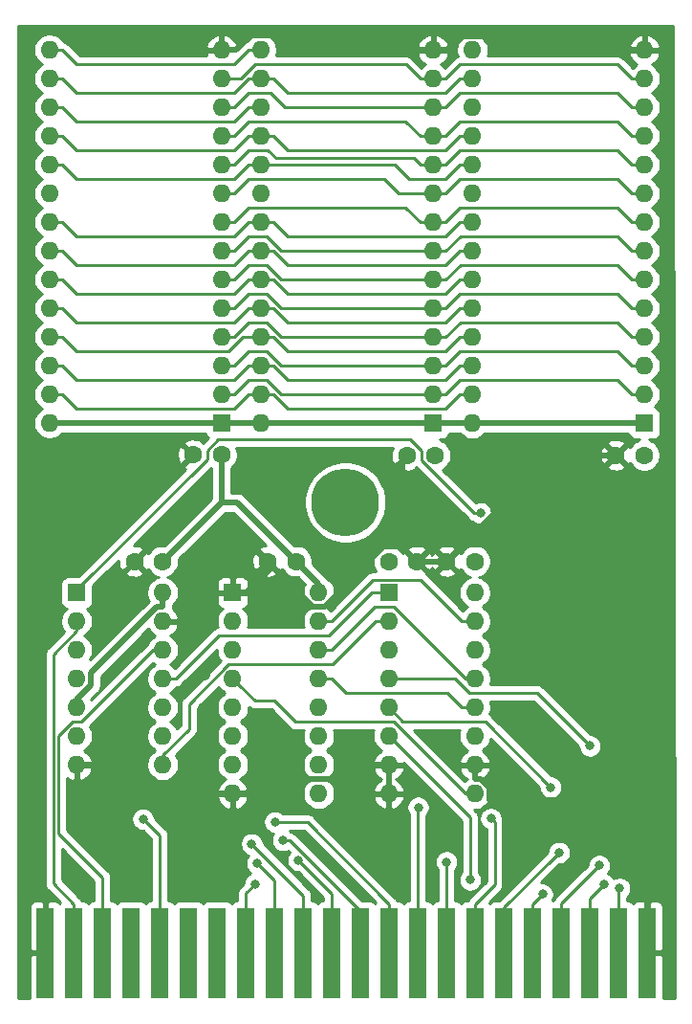
<source format=gbr>
%TF.GenerationSoftware,KiCad,Pcbnew,(5.1.6)-1*%
%TF.CreationDate,2021-01-17T21:44:29-05:00*%
%TF.ProjectId,comal-80,636f6d61-6c2d-4383-902e-6b696361645f,rev?*%
%TF.SameCoordinates,Original*%
%TF.FileFunction,Copper,L2,Bot*%
%TF.FilePolarity,Positive*%
%FSLAX46Y46*%
G04 Gerber Fmt 4.6, Leading zero omitted, Abs format (unit mm)*
G04 Created by KiCad (PCBNEW (5.1.6)-1) date 2021-01-17 21:44:29*
%MOMM*%
%LPD*%
G01*
G04 APERTURE LIST*
%TA.AperFunction,SMDPad,CuDef*%
%ADD10R,1.524000X8.000000*%
%TD*%
%TA.AperFunction,ComponentPad*%
%ADD11C,1.600000*%
%TD*%
%TA.AperFunction,ComponentPad*%
%ADD12O,1.600000X1.600000*%
%TD*%
%TA.AperFunction,ComponentPad*%
%ADD13R,1.600000X1.600000*%
%TD*%
%TA.AperFunction,ComponentPad*%
%ADD14C,6.000000*%
%TD*%
%TA.AperFunction,ViaPad*%
%ADD15C,0.800000*%
%TD*%
%TA.AperFunction,Conductor*%
%ADD16C,0.500000*%
%TD*%
%TA.AperFunction,Conductor*%
%ADD17C,0.250000*%
%TD*%
%TA.AperFunction,Conductor*%
%ADD18C,0.254000*%
%TD*%
G04 APERTURE END LIST*
D10*
%TO.P,EDGE1,N*%
%TO.N,/A9*%
X149480000Y-131761726D03*
%TO.P,EDGE1,P*%
%TO.N,/A8*%
X152020000Y-131761726D03*
%TO.P,EDGE1,T*%
%TO.N,/A5*%
X159640000Y-131761726D03*
%TO.P,EDGE1,S*%
%TO.N,/A6*%
X157100000Y-131761726D03*
%TO.P,EDGE1,R*%
%TO.N,/A7*%
X154560000Y-131761726D03*
%TO.P,EDGE1,Z*%
%TO.N,GND*%
X174880000Y-131761726D03*
%TO.P,EDGE1,Y*%
%TO.N,/A0*%
X172340000Y-131761726D03*
%TO.P,EDGE1,X*%
%TO.N,/A1*%
X169800000Y-131761726D03*
%TO.P,EDGE1,W*%
%TO.N,/A2*%
X167260000Y-131761726D03*
%TO.P,EDGE1,V*%
%TO.N,/A3*%
X164720000Y-131761726D03*
%TO.P,EDGE1,U*%
%TO.N,/A4*%
X162180000Y-131761726D03*
%TO.P,EDGE1,A*%
%TO.N,GND*%
X121540000Y-131761726D03*
%TO.P,EDGE1,E*%
%TO.N,/PHI2*%
X131700000Y-131761726D03*
%TO.P,EDGE1,D*%
%TO.N,/_NMI*%
X129160000Y-131761726D03*
%TO.P,EDGE1,C*%
%TO.N,/_RES*%
X126620000Y-131761726D03*
%TO.P,EDGE1,B*%
%TO.N,/_ROMH*%
X124080000Y-131761726D03*
%TO.P,EDGE1,M*%
%TO.N,/A10*%
X146940000Y-131761726D03*
%TO.P,EDGE1,L*%
%TO.N,/A11*%
X144400000Y-131761726D03*
%TO.P,EDGE1,K*%
%TO.N,/A12*%
X141860000Y-131761726D03*
%TO.P,EDGE1,J*%
%TO.N,/A13*%
X139320000Y-131761726D03*
%TO.P,EDGE1,H*%
%TO.N,Net-(EDGE1-PadH)*%
X136780000Y-131761726D03*
%TO.P,EDGE1,F*%
%TO.N,Net-(EDGE1-PadF)*%
X134240000Y-131761726D03*
%TD*%
D11*
%TO.P,C3,2*%
%TO.N,GND*%
X172100000Y-87730000D03*
%TO.P,C3,1*%
%TO.N,+5V*%
X174600000Y-87730000D03*
%TD*%
%TO.P,C2,2*%
%TO.N,GND*%
X153590000Y-87730000D03*
%TO.P,C2,1*%
%TO.N,+5V*%
X156090000Y-87730000D03*
%TD*%
%TO.P,C1,2*%
%TO.N,GND*%
X134650000Y-87720000D03*
%TO.P,C1,1*%
%TO.N,+5V*%
X137150000Y-87720000D03*
%TD*%
%TO.P,C7,2*%
%TO.N,GND*%
X154460000Y-97120000D03*
%TO.P,C7,1*%
%TO.N,/_RES1*%
X151960000Y-97120000D03*
%TD*%
D12*
%TO.P,U3,28*%
%TO.N,+5V*%
X159390000Y-84910000D03*
%TO.P,U3,14*%
%TO.N,GND*%
X174630000Y-51890000D03*
%TO.P,U3,27*%
%TO.N,/A14*%
X159390000Y-82370000D03*
%TO.P,U3,13*%
%TO.N,/D2*%
X174630000Y-54430000D03*
%TO.P,U3,26*%
%TO.N,/A13*%
X159390000Y-79830000D03*
%TO.P,U3,12*%
%TO.N,/D1*%
X174630000Y-56970000D03*
%TO.P,U3,25*%
%TO.N,/A8*%
X159390000Y-77290000D03*
%TO.P,U3,11*%
%TO.N,/D0*%
X174630000Y-59510000D03*
%TO.P,U3,24*%
%TO.N,/A9*%
X159390000Y-74750000D03*
%TO.P,U3,10*%
%TO.N,/A0*%
X174630000Y-62050000D03*
%TO.P,U3,23*%
%TO.N,/A11*%
X159390000Y-72210000D03*
%TO.P,U3,9*%
%TO.N,/A1*%
X174630000Y-64590000D03*
%TO.P,U3,22*%
%TO.N,/_OE*%
X159390000Y-69670000D03*
%TO.P,U3,8*%
%TO.N,/A2*%
X174630000Y-67130000D03*
%TO.P,U3,21*%
%TO.N,/A10*%
X159390000Y-67130000D03*
%TO.P,U3,7*%
%TO.N,/A3*%
X174630000Y-69670000D03*
%TO.P,U3,20*%
%TO.N,/U3_CE*%
X159390000Y-64590000D03*
%TO.P,U3,6*%
%TO.N,/A4*%
X174630000Y-72210000D03*
%TO.P,U3,19*%
%TO.N,/D7*%
X159390000Y-62050000D03*
%TO.P,U3,5*%
%TO.N,/A5*%
X174630000Y-74750000D03*
%TO.P,U3,18*%
%TO.N,/D6*%
X159390000Y-59510000D03*
%TO.P,U3,4*%
%TO.N,/A6*%
X174630000Y-77290000D03*
%TO.P,U3,17*%
%TO.N,/D5*%
X159390000Y-56970000D03*
%TO.P,U3,3*%
%TO.N,/A7*%
X174630000Y-79830000D03*
%TO.P,U3,16*%
%TO.N,/D4*%
X159390000Y-54430000D03*
%TO.P,U3,2*%
%TO.N,/A12*%
X174630000Y-82370000D03*
%TO.P,U3,15*%
%TO.N,/D3*%
X159390000Y-51890000D03*
D13*
%TO.P,U3,1*%
%TO.N,+5V*%
X174630000Y-84910000D03*
%TD*%
D12*
%TO.P,U6,16*%
%TO.N,+5V*%
X145775000Y-99890000D03*
%TO.P,U6,8*%
%TO.N,GND*%
X138155000Y-117670000D03*
%TO.P,U6,15*%
%TO.N,Net-(U5-Pad15)*%
X145775000Y-102430000D03*
%TO.P,U6,7*%
%TO.N,Net-(U6-Pad7)*%
X138155000Y-115130000D03*
%TO.P,U6,14*%
%TO.N,/Q1*%
X145775000Y-104970000D03*
%TO.P,U6,6*%
%TO.N,Net-(U6-Pad6)*%
X138155000Y-112590000D03*
%TO.P,U6,13*%
%TO.N,/Q2*%
X145775000Y-107510000D03*
%TO.P,U6,5*%
%TO.N,Net-(U6-Pad5)*%
X138155000Y-110050000D03*
%TO.P,U6,12*%
%TO.N,/U1_CE*%
X145775000Y-110050000D03*
%TO.P,U6,4*%
%TO.N,/_DE00*%
X138155000Y-107510000D03*
%TO.P,U6,11*%
%TO.N,/U2_CE*%
X145775000Y-112590000D03*
%TO.P,U6,3*%
%TO.N,/_IO1*%
X138155000Y-104970000D03*
%TO.P,U6,10*%
%TO.N,/U3_CE*%
X145775000Y-115130000D03*
%TO.P,U6,2*%
%TO.N,/R_W*%
X138155000Y-102430000D03*
%TO.P,U6,9*%
%TO.N,Net-(U6-Pad9)*%
X145775000Y-117670000D03*
D13*
%TO.P,U6,1*%
%TO.N,GND*%
X138155000Y-99890000D03*
%TD*%
D12*
%TO.P,U2,28*%
%TO.N,+5V*%
X140655000Y-84900000D03*
%TO.P,U2,14*%
%TO.N,GND*%
X155895000Y-51880000D03*
%TO.P,U2,27*%
%TO.N,/A14*%
X140655000Y-82360000D03*
%TO.P,U2,13*%
%TO.N,/D2*%
X155895000Y-54420000D03*
%TO.P,U2,26*%
%TO.N,/A13*%
X140655000Y-79820000D03*
%TO.P,U2,12*%
%TO.N,/D1*%
X155895000Y-56960000D03*
%TO.P,U2,25*%
%TO.N,/A8*%
X140655000Y-77280000D03*
%TO.P,U2,11*%
%TO.N,/D0*%
X155895000Y-59500000D03*
%TO.P,U2,24*%
%TO.N,/A9*%
X140655000Y-74740000D03*
%TO.P,U2,10*%
%TO.N,/A0*%
X155895000Y-62040000D03*
%TO.P,U2,23*%
%TO.N,/A11*%
X140655000Y-72200000D03*
%TO.P,U2,9*%
%TO.N,/A1*%
X155895000Y-64580000D03*
%TO.P,U2,22*%
%TO.N,/_OE*%
X140655000Y-69660000D03*
%TO.P,U2,8*%
%TO.N,/A2*%
X155895000Y-67120000D03*
%TO.P,U2,21*%
%TO.N,/A10*%
X140655000Y-67120000D03*
%TO.P,U2,7*%
%TO.N,/A3*%
X155895000Y-69660000D03*
%TO.P,U2,20*%
%TO.N,/U2_CE*%
X140655000Y-64580000D03*
%TO.P,U2,6*%
%TO.N,/A4*%
X155895000Y-72200000D03*
%TO.P,U2,19*%
%TO.N,/D7*%
X140655000Y-62040000D03*
%TO.P,U2,5*%
%TO.N,/A5*%
X155895000Y-74740000D03*
%TO.P,U2,18*%
%TO.N,/D6*%
X140655000Y-59500000D03*
%TO.P,U2,4*%
%TO.N,/A6*%
X155895000Y-77280000D03*
%TO.P,U2,17*%
%TO.N,/D5*%
X140655000Y-56960000D03*
%TO.P,U2,3*%
%TO.N,/A7*%
X155895000Y-79820000D03*
%TO.P,U2,16*%
%TO.N,/D4*%
X140655000Y-54420000D03*
%TO.P,U2,2*%
%TO.N,/A12*%
X155895000Y-82360000D03*
%TO.P,U2,15*%
%TO.N,/D3*%
X140655000Y-51880000D03*
D13*
%TO.P,U2,1*%
%TO.N,+5V*%
X155895000Y-84900000D03*
%TD*%
D12*
%TO.P,U5,16*%
%TO.N,+5V*%
X159590000Y-99890000D03*
%TO.P,U5,8*%
%TO.N,GND*%
X151970000Y-117670000D03*
%TO.P,U5,15*%
%TO.N,Net-(U5-Pad15)*%
X159590000Y-102430000D03*
%TO.P,U5,7*%
%TO.N,GND*%
X151970000Y-115130000D03*
%TO.P,U5,14*%
%TO.N,/A14*%
X159590000Y-104970000D03*
%TO.P,U5,6*%
%TO.N,/D6*%
X151970000Y-112590000D03*
%TO.P,U5,13*%
%TO.N,/Q1*%
X159590000Y-107510000D03*
%TO.P,U5,5*%
%TO.N,/D2*%
X151970000Y-110050000D03*
%TO.P,U5,12*%
%TO.N,/Q2*%
X159590000Y-110050000D03*
%TO.P,U5,4*%
%TO.N,/D1*%
X151970000Y-107510000D03*
%TO.P,U5,11*%
%TO.N,/_EXROM*%
X159590000Y-112590000D03*
%TO.P,U5,3*%
%TO.N,/D0*%
X151970000Y-104970000D03*
%TO.P,U5,10*%
%TO.N,GND*%
X159590000Y-115130000D03*
%TO.P,U5,2*%
%TO.N,/CLK*%
X151970000Y-102430000D03*
%TO.P,U5,9*%
%TO.N,/_DE00*%
X159590000Y-117670000D03*
D13*
%TO.P,U5,1*%
%TO.N,/_RES1*%
X151970000Y-99890000D03*
%TD*%
D12*
%TO.P,U4,14*%
%TO.N,+5V*%
X131960000Y-99890000D03*
%TO.P,U4,7*%
%TO.N,GND*%
X124340000Y-115130000D03*
%TO.P,U4,13*%
X131960000Y-102430000D03*
%TO.P,U4,6*%
%TO.N,/_OE*%
X124340000Y-112590000D03*
%TO.P,U4,12*%
%TO.N,/_RES*%
X131960000Y-104970000D03*
%TO.P,U4,5*%
%TO.N,+5V*%
X124340000Y-110050000D03*
%TO.P,U4,11*%
%TO.N,/_RES1*%
X131960000Y-107510000D03*
%TO.P,U4,4*%
%TO.N,Net-(U4-Pad3)*%
X124340000Y-107510000D03*
%TO.P,U4,10*%
%TO.N,+5V*%
X131960000Y-110050000D03*
%TO.P,U4,3*%
%TO.N,Net-(U4-Pad3)*%
X124340000Y-104970000D03*
%TO.P,U4,9*%
%TO.N,/PHI2*%
X131960000Y-112590000D03*
%TO.P,U4,2*%
%TO.N,/_ROMH*%
X124340000Y-102430000D03*
%TO.P,U4,8*%
%TO.N,/CLK*%
X131960000Y-115130000D03*
D13*
%TO.P,U4,1*%
%TO.N,/_ROML*%
X124340000Y-99890000D03*
%TD*%
D12*
%TO.P,U1,28*%
%TO.N,+5V*%
X121920000Y-84900000D03*
%TO.P,U1,14*%
%TO.N,GND*%
X137160000Y-51880000D03*
%TO.P,U1,27*%
%TO.N,/A14*%
X121920000Y-82360000D03*
%TO.P,U1,13*%
%TO.N,/D2*%
X137160000Y-54420000D03*
%TO.P,U1,26*%
%TO.N,/A13*%
X121920000Y-79820000D03*
%TO.P,U1,12*%
%TO.N,/D1*%
X137160000Y-56960000D03*
%TO.P,U1,25*%
%TO.N,/A8*%
X121920000Y-77280000D03*
%TO.P,U1,11*%
%TO.N,/D0*%
X137160000Y-59500000D03*
%TO.P,U1,24*%
%TO.N,/A9*%
X121920000Y-74740000D03*
%TO.P,U1,10*%
%TO.N,/A0*%
X137160000Y-62040000D03*
%TO.P,U1,23*%
%TO.N,/A11*%
X121920000Y-72200000D03*
%TO.P,U1,9*%
%TO.N,/A1*%
X137160000Y-64580000D03*
%TO.P,U1,22*%
%TO.N,/_OE*%
X121920000Y-69660000D03*
%TO.P,U1,8*%
%TO.N,/A2*%
X137160000Y-67120000D03*
%TO.P,U1,21*%
%TO.N,/A10*%
X121920000Y-67120000D03*
%TO.P,U1,7*%
%TO.N,/A3*%
X137160000Y-69660000D03*
%TO.P,U1,20*%
%TO.N,/U1_CE*%
X121920000Y-64580000D03*
%TO.P,U1,6*%
%TO.N,/A4*%
X137160000Y-72200000D03*
%TO.P,U1,19*%
%TO.N,/D7*%
X121920000Y-62040000D03*
%TO.P,U1,5*%
%TO.N,/A5*%
X137160000Y-74740000D03*
%TO.P,U1,18*%
%TO.N,/D6*%
X121920000Y-59500000D03*
%TO.P,U1,4*%
%TO.N,/A6*%
X137160000Y-77280000D03*
%TO.P,U1,17*%
%TO.N,/D5*%
X121920000Y-56960000D03*
%TO.P,U1,3*%
%TO.N,/A7*%
X137160000Y-79820000D03*
%TO.P,U1,16*%
%TO.N,/D4*%
X121920000Y-54420000D03*
%TO.P,U1,2*%
%TO.N,/A12*%
X137160000Y-82360000D03*
%TO.P,U1,15*%
%TO.N,/D3*%
X121920000Y-51880000D03*
D13*
%TO.P,U1,1*%
%TO.N,+5V*%
X137160000Y-84900000D03*
%TD*%
D14*
%TO.P,H1,1*%
%TO.N,N/C*%
X148122000Y-91900000D03*
%TD*%
D11*
%TO.P,C6,2*%
%TO.N,GND*%
X157100000Y-97120000D03*
%TO.P,C6,1*%
%TO.N,+5V*%
X159600000Y-97120000D03*
%TD*%
%TO.P,C5,2*%
%TO.N,GND*%
X141260000Y-97120000D03*
%TO.P,C5,1*%
%TO.N,+5V*%
X143760000Y-97120000D03*
%TD*%
%TO.P,C4,2*%
%TO.N,GND*%
X129450000Y-97120000D03*
%TO.P,C4,1*%
%TO.N,+5V*%
X131950000Y-97120000D03*
%TD*%
D15*
%TO.N,GND*%
X174830000Y-126450000D03*
X135500000Y-110040000D03*
X135720000Y-107210000D03*
X127980000Y-110060000D03*
X128100000Y-106250000D03*
X146390000Y-123290000D03*
X124530000Y-125520000D03*
X121561665Y-126848335D03*
X168120000Y-124220000D03*
X171270000Y-121400000D03*
X148220000Y-87740000D03*
X148850000Y-96260000D03*
X147700000Y-112480000D03*
X155030000Y-92680000D03*
X119990000Y-53120000D03*
X120590000Y-88070000D03*
%TO.N,/A9*%
X142620000Y-121810000D03*
%TO.N,/A8*%
X141894990Y-120178700D03*
%TO.N,/A5*%
X161021039Y-119873639D03*
%TO.N,/A6*%
X157089999Y-123720000D03*
%TO.N,/A7*%
X154590000Y-118880000D03*
%TO.N,/A0*%
X172421400Y-126055700D03*
%TO.N,/A1*%
X171030000Y-125710000D03*
%TO.N,/A2*%
X170620000Y-124040000D03*
%TO.N,/A3*%
X165590000Y-126580000D03*
%TO.N,/A4*%
X167065010Y-122898402D03*
%TO.N,/PHI2*%
X130200000Y-119930000D03*
%TO.N,/A10*%
X143958000Y-123577200D03*
%TO.N,/A11*%
X139830000Y-122120000D03*
%TO.N,/A12*%
X140330000Y-123840000D03*
%TO.N,/A13*%
X140137340Y-125657340D03*
%TO.N,/D1*%
X169800000Y-113453000D03*
%TO.N,/D2*%
X166325010Y-117114300D03*
%TO.N,/D6*%
X159188600Y-125308600D03*
%TO.N,/_ROML*%
X160104500Y-92864300D03*
%TD*%
D16*
%TO.N,GND*%
X155895000Y-51880000D02*
X154644700Y-51880000D01*
X137160000Y-51880000D02*
X138410300Y-51880000D01*
X138410300Y-51880000D02*
X139689500Y-50600800D01*
X139689500Y-50600800D02*
X153365500Y-50600800D01*
X153365500Y-50600800D02*
X154644700Y-51880000D01*
X153167200Y-95827200D02*
X154460000Y-97120000D01*
X141674600Y-97620700D02*
X145213900Y-101160000D01*
X145213900Y-101160000D02*
X146288100Y-101160000D01*
X146288100Y-101160000D02*
X149032100Y-98416000D01*
X149032100Y-98416000D02*
X149032100Y-98248300D01*
X149032100Y-98248300D02*
X151453200Y-95827200D01*
X151453200Y-95827200D02*
X153167200Y-95827200D01*
X153167200Y-95827200D02*
X153167200Y-88152800D01*
X153167200Y-88152800D02*
X153590000Y-87730000D01*
X141260000Y-97120000D02*
X141260000Y-97206100D01*
X141260000Y-97206100D02*
X141674600Y-97620700D01*
X139405300Y-99890000D02*
X141674600Y-97620700D01*
X138155000Y-99890000D02*
X139405300Y-99890000D01*
X155895000Y-51880000D02*
X157145300Y-51880000D01*
X157145300Y-51880000D02*
X158385700Y-50639600D01*
X158385700Y-50639600D02*
X172129300Y-50639600D01*
X172129300Y-50639600D02*
X173379700Y-51890000D01*
X174630000Y-51890000D02*
X173379700Y-51890000D01*
X136904700Y-117670000D02*
X128130300Y-117670000D01*
X128130300Y-117670000D02*
X125590300Y-115130000D01*
X157100000Y-97120000D02*
X166490000Y-87730000D01*
X166490000Y-87730000D02*
X172100000Y-87730000D01*
X157100000Y-97120000D02*
X154460000Y-97120000D01*
X160879600Y-118216000D02*
X160879600Y-117126000D01*
X160879600Y-117126000D02*
X160133900Y-116380300D01*
X160133900Y-116380300D02*
X159590000Y-116380300D01*
X159590000Y-115130000D02*
X159590000Y-116380300D01*
X138155000Y-117670000D02*
X136904700Y-117670000D01*
X124340000Y-115130000D02*
X125590300Y-115130000D01*
X138155000Y-117670000D02*
X139405300Y-117670000D01*
X151970000Y-115130000D02*
X150719700Y-115130000D01*
X150719700Y-115130000D02*
X149469400Y-116380300D01*
X149469400Y-116380300D02*
X140695000Y-116380300D01*
X140695000Y-116380300D02*
X139405300Y-117670000D01*
X174880000Y-131761700D02*
X174830000Y-131711700D01*
X174830000Y-131711700D02*
X174830000Y-126450000D01*
X174430001Y-126050001D02*
X174830000Y-126450000D01*
X160879600Y-118216000D02*
X166596000Y-118216000D01*
X166596000Y-118216000D02*
X174430001Y-126050001D01*
%TO.N,+5V*%
X137150000Y-91920000D02*
X138560000Y-91920000D01*
X138560000Y-91920000D02*
X143760000Y-97120000D01*
X155895000Y-84900000D02*
X157145300Y-84900000D01*
X157145300Y-84900000D02*
X157155300Y-84910000D01*
X157155300Y-84910000D02*
X158139700Y-84910000D01*
X140655000Y-84900000D02*
X155895000Y-84900000D01*
X159390000Y-84910000D02*
X158139700Y-84910000D01*
X137150000Y-91920000D02*
X137150000Y-87720000D01*
X131950000Y-97120000D02*
X137150000Y-91920000D01*
X137160000Y-84900000D02*
X123170300Y-84900000D01*
X140655000Y-84900000D02*
X137160000Y-84900000D01*
X121920000Y-84900000D02*
X123170300Y-84900000D01*
X159390000Y-84910000D02*
X174630000Y-84910000D01*
X131960000Y-101140300D02*
X131960000Y-99890000D01*
X124340000Y-109346800D02*
X125590300Y-108096500D01*
X124340000Y-110050000D02*
X124340000Y-109346800D01*
X131416100Y-101140300D02*
X131960000Y-101140300D01*
X125590300Y-108096500D02*
X125590300Y-106966100D01*
X125590300Y-106966100D02*
X131416100Y-101140300D01*
X145775000Y-99135000D02*
X143760000Y-97120000D01*
X145775000Y-99890000D02*
X145775000Y-99135000D01*
D17*
%TO.N,/A9*%
X139529700Y-74740000D02*
X140655000Y-74740000D01*
X138269700Y-76000000D02*
X139529700Y-74740000D01*
X124305300Y-76000000D02*
X138269700Y-76000000D01*
X121920000Y-74740000D02*
X123045300Y-74740000D01*
X123045300Y-74740000D02*
X124305300Y-76000000D01*
X141780300Y-74740000D02*
X140655000Y-74740000D01*
X143050300Y-76010000D02*
X141780300Y-74740000D01*
X159390000Y-74750000D02*
X158264700Y-74750000D01*
X157004700Y-76010000D02*
X143050300Y-76010000D01*
X158264700Y-74750000D02*
X157004700Y-76010000D01*
X143225685Y-121810000D02*
X142620000Y-121810000D01*
X149480000Y-131761700D02*
X149480000Y-128064315D01*
X149480000Y-128064315D02*
X143225685Y-121810000D01*
%TO.N,/A8*%
X141780300Y-77280000D02*
X140655000Y-77280000D01*
X143050300Y-78550000D02*
X141780300Y-77280000D01*
X157004700Y-78550000D02*
X143050300Y-78550000D01*
X159390000Y-77290000D02*
X158264700Y-77290000D01*
X158264700Y-77290000D02*
X157004700Y-78550000D01*
X139054100Y-77280000D02*
X140655000Y-77280000D01*
X137774100Y-78560000D02*
X139054100Y-77280000D01*
X121920000Y-77280000D02*
X123045300Y-77280000D01*
X124325300Y-78560000D02*
X137774100Y-78560000D01*
X123045300Y-77280000D02*
X124325300Y-78560000D01*
X144762300Y-120178700D02*
X141894990Y-120178700D01*
X152020000Y-127436400D02*
X144762300Y-120178700D01*
X152020000Y-131761700D02*
X152020000Y-127436400D01*
%TO.N,/A5*%
X172224700Y-73470000D02*
X173504700Y-74750000D01*
X158290300Y-73470000D02*
X172224700Y-73470000D01*
X173504700Y-74750000D02*
X174630000Y-74750000D01*
X155895000Y-74740000D02*
X157020300Y-74740000D01*
X157020300Y-74740000D02*
X158290300Y-73470000D01*
X139565300Y-73460000D02*
X138285300Y-74740000D01*
X141137200Y-73460000D02*
X139565300Y-73460000D01*
X155895000Y-74740000D02*
X142417200Y-74740000D01*
X138285300Y-74740000D02*
X137160000Y-74740000D01*
X142417200Y-74740000D02*
X141137200Y-73460000D01*
X159640000Y-127436400D02*
X161354000Y-125722400D01*
X161354000Y-120206600D02*
X161021039Y-119873639D01*
X161354000Y-125722400D02*
X161354000Y-120206600D01*
X159640000Y-131761700D02*
X159640000Y-127436400D01*
%TO.N,/A6*%
X173504700Y-77290000D02*
X174630000Y-77290000D01*
X172204700Y-75990000D02*
X173504700Y-77290000D01*
X158310300Y-75990000D02*
X172204700Y-75990000D01*
X155895000Y-77280000D02*
X157020300Y-77280000D01*
X157020300Y-77280000D02*
X158310300Y-75990000D01*
X142417200Y-77280000D02*
X155895000Y-77280000D01*
X141137200Y-76000000D02*
X142417200Y-77280000D01*
X139565300Y-76000000D02*
X141137200Y-76000000D01*
X137160000Y-77280000D02*
X138285300Y-77280000D01*
X138285300Y-77280000D02*
X139565300Y-76000000D01*
X157089999Y-124285685D02*
X157089999Y-123720000D01*
X157089999Y-131751699D02*
X157089999Y-124285685D01*
X157100000Y-131761700D02*
X157089999Y-131751699D01*
%TO.N,/A7*%
X139565300Y-78540000D02*
X138285300Y-79820000D01*
X138285300Y-79820000D02*
X137160000Y-79820000D01*
X155895000Y-79820000D02*
X142417200Y-79820000D01*
X141137200Y-78540000D02*
X139565300Y-78540000D01*
X142417200Y-79820000D02*
X141137200Y-78540000D01*
X173504700Y-79830000D02*
X174630000Y-79830000D01*
X158290300Y-78550000D02*
X172224700Y-78550000D01*
X172224700Y-78550000D02*
X173504700Y-79830000D01*
X155895000Y-79820000D02*
X157020300Y-79820000D01*
X157020300Y-79820000D02*
X158290300Y-78550000D01*
X154560000Y-131761700D02*
X154560000Y-118910000D01*
X154560000Y-118910000D02*
X154590000Y-118880000D01*
%TO.N,/A0*%
X172340000Y-127436400D02*
X172340000Y-126137100D01*
X172340000Y-126137100D02*
X172421400Y-126055700D01*
X172340000Y-131761700D02*
X172340000Y-127436400D01*
X154769700Y-62040000D02*
X155895000Y-62040000D01*
X154200100Y-61470400D02*
X154769700Y-62040000D01*
X138285300Y-62040000D02*
X139555300Y-60770000D01*
X137160000Y-62040000D02*
X138285300Y-62040000D01*
X141979500Y-61470400D02*
X154200100Y-61470400D01*
X139555300Y-60770000D02*
X141279100Y-60770000D01*
X141279100Y-60770000D02*
X141979500Y-61470400D01*
X172234700Y-60780000D02*
X173504700Y-62050000D01*
X158280300Y-60780000D02*
X172234700Y-60780000D01*
X155895000Y-62040000D02*
X157020300Y-62040000D01*
X173504700Y-62050000D02*
X174630000Y-62050000D01*
X157020300Y-62040000D02*
X158280300Y-60780000D01*
%TO.N,/A1*%
X169800000Y-131761700D02*
X169790000Y-131751700D01*
X169790000Y-126950000D02*
X171030000Y-125710000D01*
X169790000Y-131751700D02*
X169790000Y-126950000D01*
X151586600Y-63300000D02*
X152866600Y-64580000D01*
X139565300Y-63300000D02*
X151586600Y-63300000D01*
X152866600Y-64580000D02*
X155895000Y-64580000D01*
X137160000Y-64580000D02*
X138285300Y-64580000D01*
X138285300Y-64580000D02*
X139565300Y-63300000D01*
X172234700Y-63320000D02*
X173504700Y-64590000D01*
X158280300Y-63320000D02*
X172234700Y-63320000D01*
X155895000Y-64580000D02*
X157020300Y-64580000D01*
X173504700Y-64590000D02*
X174630000Y-64590000D01*
X157020300Y-64580000D02*
X158280300Y-63320000D01*
%TO.N,/A2*%
X167260000Y-127400000D02*
X170220001Y-124439999D01*
X170220001Y-124439999D02*
X170620000Y-124040000D01*
X167260000Y-131761700D02*
X167260000Y-127400000D01*
X173504700Y-67130000D02*
X174630000Y-67130000D01*
X172224700Y-65850000D02*
X173504700Y-67130000D01*
X158290300Y-65850000D02*
X172224700Y-65850000D01*
X155895000Y-67120000D02*
X157020300Y-67120000D01*
X157020300Y-67120000D02*
X158290300Y-65850000D01*
X153479700Y-65830000D02*
X154769700Y-67120000D01*
X154769700Y-67120000D02*
X155895000Y-67120000D01*
X139575300Y-65830000D02*
X153479700Y-65830000D01*
X137160000Y-67120000D02*
X138285300Y-67120000D01*
X138285300Y-67120000D02*
X139575300Y-65830000D01*
%TO.N,/A3*%
X164720000Y-127450000D02*
X165590000Y-126580000D01*
X164720000Y-131761700D02*
X164720000Y-127450000D01*
X173504700Y-69670000D02*
X174630000Y-69670000D01*
X172204700Y-68370000D02*
X173504700Y-69670000D01*
X158310300Y-68370000D02*
X172204700Y-68370000D01*
X155895000Y-69660000D02*
X157020300Y-69660000D01*
X157020300Y-69660000D02*
X158310300Y-68370000D01*
X139575300Y-68370000D02*
X138285300Y-69660000D01*
X138285300Y-69660000D02*
X137160000Y-69660000D01*
X141127200Y-68370000D02*
X139575300Y-68370000D01*
X155895000Y-69660000D02*
X142417200Y-69660000D01*
X142417200Y-69660000D02*
X141127200Y-68370000D01*
%TO.N,/A4*%
X173504700Y-72210000D02*
X174630000Y-72210000D01*
X172204700Y-70910000D02*
X173504700Y-72210000D01*
X158310300Y-70910000D02*
X172204700Y-70910000D01*
X155895000Y-72200000D02*
X157020300Y-72200000D01*
X157020300Y-72200000D02*
X158310300Y-70910000D01*
X142417200Y-72200000D02*
X155895000Y-72200000D01*
X141137200Y-70920000D02*
X142417200Y-72200000D01*
X139565300Y-70920000D02*
X141137200Y-70920000D01*
X137160000Y-72200000D02*
X138285300Y-72200000D01*
X138285300Y-72200000D02*
X139565300Y-70920000D01*
X166665011Y-123298401D02*
X167065010Y-122898402D01*
X166631599Y-123298401D02*
X166665011Y-123298401D01*
X162180000Y-131761700D02*
X162180000Y-127750000D01*
X162180000Y-127750000D02*
X166631599Y-123298401D01*
%TO.N,/PHI2*%
X131700000Y-131761726D02*
X131700000Y-121360000D01*
X130270000Y-119930000D02*
X130200000Y-119930000D01*
X131700000Y-121360000D02*
X130270000Y-119930000D01*
%TO.N,/_RES*%
X126620000Y-125083600D02*
X126620000Y-131761700D01*
X122718300Y-121181900D02*
X126620000Y-125083600D01*
X123985900Y-111320000D02*
X122718300Y-112587600D01*
X131116000Y-104970000D02*
X124766000Y-111320000D01*
X131960000Y-104970000D02*
X131116000Y-104970000D01*
X122718300Y-112587600D02*
X122718300Y-121181900D01*
X124766000Y-111320000D02*
X123985900Y-111320000D01*
%TO.N,/_ROMH*%
X122267900Y-105346100D02*
X124340000Y-103274000D01*
X124340000Y-103274000D02*
X124340000Y-102430000D01*
X122267900Y-125624300D02*
X122267900Y-105346100D01*
X124080000Y-131761700D02*
X124080000Y-127436400D01*
X124080000Y-127436400D02*
X122267900Y-125624300D01*
%TO.N,/A10*%
X143958000Y-123577200D02*
X146940000Y-126559200D01*
X146940000Y-126559200D02*
X146940000Y-127436400D01*
X146940000Y-131761700D02*
X146940000Y-127436400D01*
X139529700Y-67120000D02*
X140655000Y-67120000D01*
X124305300Y-68380000D02*
X138269700Y-68380000D01*
X121920000Y-67120000D02*
X123045300Y-67120000D01*
X138269700Y-68380000D02*
X139529700Y-67120000D01*
X123045300Y-67120000D02*
X124305300Y-68380000D01*
X141780300Y-67120000D02*
X140655000Y-67120000D01*
X157004700Y-68390000D02*
X143050300Y-68390000D01*
X143050300Y-68390000D02*
X141780300Y-67120000D01*
X159390000Y-67130000D02*
X158264700Y-67130000D01*
X158264700Y-67130000D02*
X157004700Y-68390000D01*
%TO.N,/A11*%
X144400000Y-126690000D02*
X140229999Y-122519999D01*
X144400000Y-131761700D02*
X144400000Y-126690000D01*
X140229999Y-122519999D02*
X139830000Y-122120000D01*
X139529700Y-72200000D02*
X140655000Y-72200000D01*
X124295300Y-73450000D02*
X138279700Y-73450000D01*
X138279700Y-73450000D02*
X139529700Y-72200000D01*
X121920000Y-72200000D02*
X123045300Y-72200000D01*
X123045300Y-72200000D02*
X124295300Y-73450000D01*
X143050300Y-73470000D02*
X141780300Y-72200000D01*
X157004700Y-73470000D02*
X143050300Y-73470000D01*
X141780300Y-72200000D02*
X140655000Y-72200000D01*
X159390000Y-72210000D02*
X158264700Y-72210000D01*
X158264700Y-72210000D02*
X157004700Y-73470000D01*
%TO.N,/A12*%
X141860000Y-131761700D02*
X141860000Y-125370000D01*
X140729999Y-124239999D02*
X140330000Y-123840000D01*
X141860000Y-125370000D02*
X140729999Y-124239999D01*
X173504700Y-82370000D02*
X174630000Y-82370000D01*
X172244700Y-81110000D02*
X173504700Y-82370000D01*
X158270300Y-81110000D02*
X172244700Y-81110000D01*
X155895000Y-82360000D02*
X157020300Y-82360000D01*
X157020300Y-82360000D02*
X158270300Y-81110000D01*
X142417200Y-82360000D02*
X155895000Y-82360000D01*
X141137200Y-81080000D02*
X142417200Y-82360000D01*
X139565300Y-81080000D02*
X141137200Y-81080000D01*
X137160000Y-82360000D02*
X138285300Y-82360000D01*
X138285300Y-82360000D02*
X139565300Y-81080000D01*
%TO.N,/A13*%
X139529700Y-79820000D02*
X140655000Y-79820000D01*
X138279700Y-81070000D02*
X139529700Y-79820000D01*
X121920000Y-79820000D02*
X123045300Y-79820000D01*
X124295300Y-81070000D02*
X138279700Y-81070000D01*
X123045300Y-79820000D02*
X124295300Y-81070000D01*
X141780300Y-79820000D02*
X140655000Y-79820000D01*
X143050300Y-81090000D02*
X141780300Y-79820000D01*
X159390000Y-79830000D02*
X158264700Y-79830000D01*
X157004700Y-81090000D02*
X143050300Y-81090000D01*
X158264700Y-79830000D02*
X157004700Y-81090000D01*
X139320000Y-131761700D02*
X139320000Y-126474680D01*
X139320000Y-126474680D02*
X140137340Y-125657340D01*
%TO.N,/A14*%
X141780300Y-82360000D02*
X140655000Y-82360000D01*
X143020300Y-83600000D02*
X141780300Y-82360000D01*
X157034700Y-83600000D02*
X143020300Y-83600000D01*
X159390000Y-82370000D02*
X158264700Y-82370000D01*
X158264700Y-82370000D02*
X157034700Y-83600000D01*
X140092400Y-82360000D02*
X140655000Y-82360000D01*
X123045300Y-82360000D02*
X124295300Y-83610000D01*
X121920000Y-82360000D02*
X123045300Y-82360000D01*
X124295300Y-83610000D02*
X138279700Y-83610000D01*
X138279700Y-83610000D02*
X139529700Y-82360000D01*
X139529700Y-82360000D02*
X140092400Y-82360000D01*
%TO.N,/D0*%
X158290300Y-58230000D02*
X172224700Y-58230000D01*
X173504700Y-59510000D02*
X174630000Y-59510000D01*
X155895000Y-59500000D02*
X157020300Y-59500000D01*
X172224700Y-58230000D02*
X173504700Y-59510000D01*
X157020300Y-59500000D02*
X158290300Y-58230000D01*
X154769700Y-59500000D02*
X155895000Y-59500000D01*
X153479700Y-58210000D02*
X154769700Y-59500000D01*
X137160000Y-59500000D02*
X138285300Y-59500000D01*
X139575300Y-58210000D02*
X153479700Y-58210000D01*
X138285300Y-59500000D02*
X139575300Y-58210000D01*
%TO.N,/D1*%
X173504700Y-56970000D02*
X174630000Y-56970000D01*
X172224700Y-55690000D02*
X173504700Y-56970000D01*
X158290300Y-55690000D02*
X172224700Y-55690000D01*
X155895000Y-56960000D02*
X157020300Y-56960000D01*
X157020300Y-56960000D02*
X158290300Y-55690000D01*
X141478700Y-55700000D02*
X142738700Y-56960000D01*
X139545300Y-55700000D02*
X141478700Y-55700000D01*
X142738700Y-56960000D02*
X155895000Y-56960000D01*
X137160000Y-56960000D02*
X138285300Y-56960000D01*
X138285300Y-56960000D02*
X139545300Y-55700000D01*
X165127000Y-108780000D02*
X169800000Y-113453000D01*
X159097800Y-108780000D02*
X165127000Y-108780000D01*
X151970000Y-107510000D02*
X157827800Y-107510000D01*
X157827800Y-107510000D02*
X159097800Y-108780000D01*
%TO.N,/D2*%
X157020300Y-54420000D02*
X155895000Y-54420000D01*
X158290300Y-53150000D02*
X157020300Y-54420000D01*
X174630000Y-54430000D02*
X173504700Y-54430000D01*
X172224700Y-53150000D02*
X158290300Y-53150000D01*
X173504700Y-54430000D02*
X172224700Y-53150000D01*
X138892800Y-54420000D02*
X137160000Y-54420000D01*
X140162800Y-53150000D02*
X138892800Y-54420000D01*
X155895000Y-54420000D02*
X154769700Y-54420000D01*
X153499700Y-53150000D02*
X140162800Y-53150000D01*
X154769700Y-54420000D02*
X153499700Y-53150000D01*
X160510710Y-111300000D02*
X166325010Y-117114300D01*
X153220000Y-111300000D02*
X160510710Y-111300000D01*
X151970000Y-110050000D02*
X153220000Y-111300000D01*
%TO.N,/D3*%
X123045300Y-51880000D02*
X121920000Y-51880000D01*
X124305300Y-53140000D02*
X123045300Y-51880000D01*
X140655000Y-51880000D02*
X139529700Y-51880000D01*
X138269700Y-53140000D02*
X124305300Y-53140000D01*
X139529700Y-51880000D02*
X138269700Y-53140000D01*
%TO.N,/D4*%
X158264700Y-54430000D02*
X159390000Y-54430000D01*
X143060300Y-55700000D02*
X156994700Y-55700000D01*
X140655000Y-54420000D02*
X141780300Y-54420000D01*
X156994700Y-55700000D02*
X158264700Y-54430000D01*
X141780300Y-54420000D02*
X143060300Y-55700000D01*
X139529700Y-54420000D02*
X140655000Y-54420000D01*
X138279700Y-55670000D02*
X139529700Y-54420000D01*
X121920000Y-54420000D02*
X123045300Y-54420000D01*
X124295300Y-55670000D02*
X138279700Y-55670000D01*
X123045300Y-54420000D02*
X124295300Y-55670000D01*
%TO.N,/D5*%
X139529700Y-56960000D02*
X140655000Y-56960000D01*
X138269700Y-58220000D02*
X139529700Y-56960000D01*
X121920000Y-56960000D02*
X123045300Y-56960000D01*
X124305300Y-58220000D02*
X138269700Y-58220000D01*
X123045300Y-56960000D02*
X124305300Y-58220000D01*
%TO.N,/D6*%
X143040300Y-60760000D02*
X141780300Y-59500000D01*
X157014700Y-60760000D02*
X143040300Y-60760000D01*
X159390000Y-59510000D02*
X158264700Y-59510000D01*
X141780300Y-59500000D02*
X140655000Y-59500000D01*
X158264700Y-59510000D02*
X157014700Y-60760000D01*
X138269700Y-60760000D02*
X124305300Y-60760000D01*
X123045300Y-59500000D02*
X121920000Y-59500000D01*
X124305300Y-60760000D02*
X123045300Y-59500000D01*
X140655000Y-59500000D02*
X139529700Y-59500000D01*
X139529700Y-59500000D02*
X138269700Y-60760000D01*
X159188600Y-119808600D02*
X159188600Y-125308600D01*
X151970000Y-112590000D02*
X159188600Y-119808600D01*
%TO.N,/D7*%
X153818000Y-63310000D02*
X152548000Y-62040000D01*
X159390000Y-62050000D02*
X158264700Y-62050000D01*
X152548000Y-62040000D02*
X140655000Y-62040000D01*
X157004700Y-63310000D02*
X153818000Y-63310000D01*
X158264700Y-62050000D02*
X157004700Y-63310000D01*
X121920000Y-62040000D02*
X123045300Y-62040000D01*
X139529700Y-62040000D02*
X140655000Y-62040000D01*
X138259700Y-63310000D02*
X139529700Y-62040000D01*
X124315300Y-63310000D02*
X138259700Y-63310000D01*
X123045300Y-62040000D02*
X124315300Y-63310000D01*
%TO.N,/_ROML*%
X154840000Y-87315700D02*
X154840000Y-88149200D01*
X124340000Y-99637300D02*
X135900000Y-88077300D01*
X159555100Y-92864300D02*
X160104500Y-92864300D01*
X135900000Y-87319300D02*
X136879300Y-86340000D01*
X124340000Y-99890000D02*
X124340000Y-99637300D01*
X154840000Y-88149200D02*
X159555100Y-92864300D01*
X153864300Y-86340000D02*
X154840000Y-87315700D01*
X135900000Y-88077300D02*
X135900000Y-87319300D01*
X136879300Y-86340000D02*
X153864300Y-86340000D01*
%TO.N,/_OE*%
X141780300Y-69660000D02*
X140655000Y-69660000D01*
X143040300Y-70920000D02*
X141780300Y-69660000D01*
X157014700Y-70920000D02*
X143040300Y-70920000D01*
X159390000Y-69670000D02*
X158264700Y-69670000D01*
X158264700Y-69670000D02*
X157014700Y-70920000D01*
X139529700Y-69660000D02*
X140655000Y-69660000D01*
X124315300Y-70930000D02*
X138259700Y-70930000D01*
X121920000Y-69660000D02*
X123045300Y-69660000D01*
X138259700Y-70930000D02*
X139529700Y-69660000D01*
X123045300Y-69660000D02*
X124315300Y-70930000D01*
%TO.N,/_RES1*%
X146675000Y-103700000D02*
X150485000Y-99890000D01*
X136895300Y-103700000D02*
X146675000Y-103700000D01*
X150485000Y-99890000D02*
X151970000Y-99890000D01*
X131960000Y-107510000D02*
X133085300Y-107510000D01*
X133085300Y-107510000D02*
X136895300Y-103700000D01*
%TO.N,/CLK*%
X131960000Y-114286100D02*
X131960000Y-115130000D01*
X134277300Y-111968800D02*
X131960000Y-114286100D01*
X150844700Y-102430000D02*
X147034700Y-106240000D01*
X137796800Y-106240000D02*
X134277300Y-109759500D01*
X151970000Y-102430000D02*
X150844700Y-102430000D01*
X147034700Y-106240000D02*
X137796800Y-106240000D01*
X134277300Y-109759500D02*
X134277300Y-111968800D01*
%TO.N,Net-(U5-Pad15)*%
X145775000Y-102430000D02*
X146900300Y-102430000D01*
X159590000Y-102430000D02*
X158464700Y-102430000D01*
X158464700Y-102430000D02*
X154798300Y-98763600D01*
X154798300Y-98763600D02*
X150566700Y-98763600D01*
X150566700Y-98763600D02*
X146900300Y-102430000D01*
%TO.N,/_DE00*%
X138695001Y-108050001D02*
X138155000Y-107510000D01*
X158746000Y-117670000D02*
X152416000Y-111340000D01*
X141879200Y-109479200D02*
X140124200Y-109479200D01*
X159590000Y-117670000D02*
X158746000Y-117670000D01*
X140124200Y-109479200D02*
X138695001Y-108050001D01*
X152416000Y-111340000D02*
X143740000Y-111340000D01*
X143740000Y-111340000D02*
X141879200Y-109479200D01*
%TO.N,/Q1*%
X146900300Y-104970000D02*
X145775000Y-104970000D01*
X150690300Y-101180000D02*
X146900300Y-104970000D01*
X152416000Y-101180000D02*
X150690300Y-101180000D01*
X159590000Y-107510000D02*
X158746000Y-107510000D01*
X158746000Y-107510000D02*
X152416000Y-101180000D01*
%TO.N,/Q2*%
X158464700Y-110050000D02*
X159590000Y-110050000D01*
X157194700Y-108780000D02*
X158464700Y-110050000D01*
X145775000Y-107510000D02*
X146900300Y-107510000D01*
X148170300Y-108780000D02*
X157194700Y-108780000D01*
X146900300Y-107510000D02*
X148170300Y-108780000D01*
%TD*%
D18*
%TO.N,GND*%
G36*
X177282537Y-135769929D02*
G01*
X176279264Y-135769929D01*
X176280072Y-135761726D01*
X176277000Y-132047476D01*
X176118250Y-131888726D01*
X175007000Y-131888726D01*
X175007000Y-131908726D01*
X174753000Y-131908726D01*
X174753000Y-131888726D01*
X174733000Y-131888726D01*
X174733000Y-131634726D01*
X174753000Y-131634726D01*
X174753000Y-127285476D01*
X175007000Y-127285476D01*
X175007000Y-131634726D01*
X176118250Y-131634726D01*
X176277000Y-131475976D01*
X176280072Y-127761726D01*
X176267812Y-127637244D01*
X176231502Y-127517546D01*
X176172537Y-127407232D01*
X176093185Y-127310541D01*
X175996494Y-127231189D01*
X175886180Y-127172224D01*
X175766482Y-127135914D01*
X175642000Y-127123654D01*
X175165750Y-127126726D01*
X175007000Y-127285476D01*
X174753000Y-127285476D01*
X174594250Y-127126726D01*
X174118000Y-127123654D01*
X173993518Y-127135914D01*
X173873820Y-127172224D01*
X173763506Y-127231189D01*
X173666815Y-127310541D01*
X173610000Y-127379770D01*
X173553185Y-127310541D01*
X173456494Y-127231189D01*
X173346180Y-127172224D01*
X173226482Y-127135914D01*
X173102000Y-127123654D01*
X173100000Y-127123654D01*
X173100000Y-126840811D01*
X173225337Y-126715474D01*
X173338605Y-126545956D01*
X173416626Y-126357598D01*
X173456400Y-126157639D01*
X173456400Y-125953761D01*
X173416626Y-125753802D01*
X173338605Y-125565444D01*
X173225337Y-125395926D01*
X173081174Y-125251763D01*
X172911656Y-125138495D01*
X172723298Y-125060474D01*
X172523339Y-125020700D01*
X172319461Y-125020700D01*
X172119502Y-125060474D01*
X171931144Y-125138495D01*
X171904716Y-125156154D01*
X171833937Y-125050226D01*
X171689774Y-124906063D01*
X171520256Y-124792795D01*
X171386373Y-124737338D01*
X171423937Y-124699774D01*
X171537205Y-124530256D01*
X171615226Y-124341898D01*
X171655000Y-124141939D01*
X171655000Y-123938061D01*
X171615226Y-123738102D01*
X171537205Y-123549744D01*
X171423937Y-123380226D01*
X171279774Y-123236063D01*
X171110256Y-123122795D01*
X170921898Y-123044774D01*
X170721939Y-123005000D01*
X170518061Y-123005000D01*
X170318102Y-123044774D01*
X170129744Y-123122795D01*
X169960226Y-123236063D01*
X169816063Y-123380226D01*
X169702795Y-123549744D01*
X169624774Y-123738102D01*
X169585000Y-123938061D01*
X169585000Y-124000198D01*
X166748998Y-126836201D01*
X166720000Y-126859999D01*
X166696202Y-126888997D01*
X166696201Y-126888998D01*
X166625026Y-126975724D01*
X166554454Y-127107754D01*
X166549631Y-127123654D01*
X166498000Y-127123654D01*
X166469661Y-127126445D01*
X166507205Y-127070256D01*
X166585226Y-126881898D01*
X166625000Y-126681939D01*
X166625000Y-126478061D01*
X166585226Y-126278102D01*
X166507205Y-126089744D01*
X166393937Y-125920226D01*
X166249774Y-125776063D01*
X166080256Y-125662795D01*
X165891898Y-125584774D01*
X165691939Y-125545000D01*
X165488061Y-125545000D01*
X165452785Y-125552017D01*
X167050918Y-123953884D01*
X167089236Y-123933402D01*
X167166949Y-123933402D01*
X167366908Y-123893628D01*
X167555266Y-123815607D01*
X167724784Y-123702339D01*
X167868947Y-123558176D01*
X167982215Y-123388658D01*
X168060236Y-123200300D01*
X168100010Y-123000341D01*
X168100010Y-122796463D01*
X168060236Y-122596504D01*
X167982215Y-122408146D01*
X167868947Y-122238628D01*
X167724784Y-122094465D01*
X167555266Y-121981197D01*
X167366908Y-121903176D01*
X167166949Y-121863402D01*
X166963071Y-121863402D01*
X166763112Y-121903176D01*
X166574754Y-121981197D01*
X166405236Y-122094465D01*
X166261073Y-122238628D01*
X166147805Y-122408146D01*
X166069784Y-122596504D01*
X166030010Y-122796463D01*
X166030010Y-122825188D01*
X161731545Y-127123654D01*
X161418000Y-127123654D01*
X161293518Y-127135914D01*
X161173820Y-127172224D01*
X161063506Y-127231189D01*
X160966815Y-127310541D01*
X160910000Y-127379770D01*
X160853185Y-127310541D01*
X160846306Y-127304895D01*
X161865004Y-126286198D01*
X161894001Y-126262401D01*
X161924035Y-126225805D01*
X161988974Y-126146677D01*
X162059546Y-126014647D01*
X162067594Y-125988115D01*
X162103003Y-125871386D01*
X162114000Y-125759733D01*
X162114000Y-125759724D01*
X162117676Y-125722401D01*
X162114000Y-125685078D01*
X162114000Y-120243923D01*
X162117676Y-120206600D01*
X162114000Y-120169277D01*
X162114000Y-120169267D01*
X162103003Y-120057614D01*
X162059546Y-119914353D01*
X162056039Y-119907792D01*
X162056039Y-119771700D01*
X162016265Y-119571741D01*
X161938244Y-119383383D01*
X161824976Y-119213865D01*
X161680813Y-119069702D01*
X161511295Y-118956434D01*
X161322937Y-118878413D01*
X161122978Y-118838639D01*
X160919100Y-118838639D01*
X160719141Y-118878413D01*
X160530783Y-118956434D01*
X160361265Y-119069702D01*
X160217102Y-119213865D01*
X160103834Y-119383383D01*
X160025813Y-119571741D01*
X159986039Y-119771700D01*
X159986039Y-119975578D01*
X160025813Y-120175537D01*
X160103834Y-120363895D01*
X160217102Y-120533413D01*
X160361265Y-120677576D01*
X160530783Y-120790844D01*
X160594001Y-120817030D01*
X160594000Y-125407598D01*
X159128998Y-126872601D01*
X159100000Y-126896399D01*
X159076203Y-126925396D01*
X159076201Y-126925398D01*
X159005026Y-127012124D01*
X158945412Y-127123654D01*
X158878000Y-127123654D01*
X158753518Y-127135914D01*
X158633820Y-127172224D01*
X158523506Y-127231189D01*
X158426815Y-127310541D01*
X158370000Y-127379770D01*
X158313185Y-127310541D01*
X158216494Y-127231189D01*
X158106180Y-127172224D01*
X157986482Y-127135914D01*
X157862000Y-127123654D01*
X157849999Y-127123654D01*
X157849999Y-124423711D01*
X157893936Y-124379774D01*
X158007204Y-124210256D01*
X158085225Y-124021898D01*
X158124999Y-123821939D01*
X158124999Y-123618061D01*
X158085225Y-123418102D01*
X158007204Y-123229744D01*
X157893936Y-123060226D01*
X157749773Y-122916063D01*
X157580255Y-122802795D01*
X157391897Y-122724774D01*
X157191938Y-122685000D01*
X156988060Y-122685000D01*
X156788101Y-122724774D01*
X156599743Y-122802795D01*
X156430225Y-122916063D01*
X156286062Y-123060226D01*
X156172794Y-123229744D01*
X156094773Y-123418102D01*
X156054999Y-123618061D01*
X156054999Y-123821939D01*
X156094773Y-124021898D01*
X156172794Y-124210256D01*
X156286062Y-124379774D01*
X156330000Y-124423712D01*
X156330000Y-127124442D01*
X156213518Y-127135914D01*
X156093820Y-127172224D01*
X155983506Y-127231189D01*
X155886815Y-127310541D01*
X155830000Y-127379770D01*
X155773185Y-127310541D01*
X155676494Y-127231189D01*
X155566180Y-127172224D01*
X155446482Y-127135914D01*
X155322000Y-127123654D01*
X155320000Y-127123654D01*
X155320000Y-119613711D01*
X155393937Y-119539774D01*
X155507205Y-119370256D01*
X155585226Y-119181898D01*
X155625000Y-118981939D01*
X155625000Y-118778061D01*
X155585226Y-118578102D01*
X155507205Y-118389744D01*
X155393937Y-118220226D01*
X155249774Y-118076063D01*
X155080256Y-117962795D01*
X154891898Y-117884774D01*
X154691939Y-117845000D01*
X154488061Y-117845000D01*
X154288102Y-117884774D01*
X154099744Y-117962795D01*
X153930226Y-118076063D01*
X153786063Y-118220226D01*
X153672795Y-118389744D01*
X153594774Y-118578102D01*
X153555000Y-118778061D01*
X153555000Y-118981939D01*
X153594774Y-119181898D01*
X153672795Y-119370256D01*
X153786063Y-119539774D01*
X153800001Y-119553712D01*
X153800000Y-127123654D01*
X153798000Y-127123654D01*
X153673518Y-127135914D01*
X153553820Y-127172224D01*
X153443506Y-127231189D01*
X153346815Y-127310541D01*
X153290000Y-127379770D01*
X153233185Y-127310541D01*
X153136494Y-127231189D01*
X153026180Y-127172224D01*
X152906482Y-127135914D01*
X152782000Y-127123654D01*
X152714589Y-127123654D01*
X152654974Y-127012124D01*
X152560001Y-126896399D01*
X152531003Y-126872601D01*
X145326104Y-119667703D01*
X145302301Y-119638699D01*
X145186576Y-119543726D01*
X145054547Y-119473154D01*
X144911286Y-119429697D01*
X144799633Y-119418700D01*
X144799622Y-119418700D01*
X144762300Y-119415024D01*
X144724978Y-119418700D01*
X142598701Y-119418700D01*
X142554764Y-119374763D01*
X142385246Y-119261495D01*
X142196888Y-119183474D01*
X141996929Y-119143700D01*
X141793051Y-119143700D01*
X141593092Y-119183474D01*
X141404734Y-119261495D01*
X141235216Y-119374763D01*
X141091053Y-119518926D01*
X140977785Y-119688444D01*
X140899764Y-119876802D01*
X140859990Y-120076761D01*
X140859990Y-120280639D01*
X140899764Y-120480598D01*
X140977785Y-120668956D01*
X141091053Y-120838474D01*
X141235216Y-120982637D01*
X141404734Y-121095905D01*
X141593092Y-121173926D01*
X141775927Y-121210294D01*
X141702795Y-121319744D01*
X141624774Y-121508102D01*
X141585000Y-121708061D01*
X141585000Y-121911939D01*
X141624774Y-122111898D01*
X141702795Y-122300256D01*
X141816063Y-122469774D01*
X141960226Y-122613937D01*
X142129744Y-122727205D01*
X142318102Y-122805226D01*
X142518061Y-122845000D01*
X142721939Y-122845000D01*
X142921898Y-122805226D01*
X143080439Y-122739556D01*
X143206186Y-122865303D01*
X143154063Y-122917426D01*
X143040795Y-123086944D01*
X142962774Y-123275302D01*
X142923000Y-123475261D01*
X142923000Y-123679139D01*
X142962774Y-123879098D01*
X143040795Y-124067456D01*
X143154063Y-124236974D01*
X143298226Y-124381137D01*
X143467744Y-124494405D01*
X143656102Y-124572426D01*
X143856061Y-124612200D01*
X143918199Y-124612200D01*
X146180000Y-126874002D01*
X146180000Y-127123654D01*
X146178000Y-127123654D01*
X146053518Y-127135914D01*
X145933820Y-127172224D01*
X145823506Y-127231189D01*
X145726815Y-127310541D01*
X145670000Y-127379770D01*
X145613185Y-127310541D01*
X145516494Y-127231189D01*
X145406180Y-127172224D01*
X145286482Y-127135914D01*
X145162000Y-127123654D01*
X145160000Y-127123654D01*
X145160000Y-126727323D01*
X145163676Y-126690000D01*
X145160000Y-126652677D01*
X145160000Y-126652667D01*
X145149003Y-126541014D01*
X145105546Y-126397753D01*
X145090591Y-126369774D01*
X145034974Y-126265723D01*
X144963799Y-126178997D01*
X144940001Y-126149999D01*
X144911003Y-126126201D01*
X140865000Y-122080199D01*
X140865000Y-122018061D01*
X140825226Y-121818102D01*
X140747205Y-121629744D01*
X140633937Y-121460226D01*
X140489774Y-121316063D01*
X140320256Y-121202795D01*
X140131898Y-121124774D01*
X139931939Y-121085000D01*
X139728061Y-121085000D01*
X139528102Y-121124774D01*
X139339744Y-121202795D01*
X139170226Y-121316063D01*
X139026063Y-121460226D01*
X138912795Y-121629744D01*
X138834774Y-121818102D01*
X138795000Y-122018061D01*
X138795000Y-122221939D01*
X138834774Y-122421898D01*
X138912795Y-122610256D01*
X139026063Y-122779774D01*
X139170226Y-122923937D01*
X139339744Y-123037205D01*
X139528102Y-123115226D01*
X139580617Y-123125672D01*
X139526063Y-123180226D01*
X139412795Y-123349744D01*
X139334774Y-123538102D01*
X139295000Y-123738061D01*
X139295000Y-123941939D01*
X139334774Y-124141898D01*
X139412795Y-124330256D01*
X139526063Y-124499774D01*
X139670226Y-124643937D01*
X139750245Y-124697404D01*
X139647084Y-124740135D01*
X139477566Y-124853403D01*
X139333403Y-124997566D01*
X139220135Y-125167084D01*
X139142114Y-125355442D01*
X139102340Y-125555401D01*
X139102340Y-125617539D01*
X138808998Y-125910881D01*
X138780000Y-125934679D01*
X138756202Y-125963677D01*
X138756201Y-125963678D01*
X138685026Y-126050404D01*
X138614454Y-126182434D01*
X138588816Y-126266954D01*
X138570998Y-126325694D01*
X138566309Y-126373303D01*
X138556324Y-126474680D01*
X138560001Y-126512012D01*
X138560001Y-127123654D01*
X138558000Y-127123654D01*
X138433518Y-127135914D01*
X138313820Y-127172224D01*
X138203506Y-127231189D01*
X138106815Y-127310541D01*
X138050000Y-127379770D01*
X137993185Y-127310541D01*
X137896494Y-127231189D01*
X137786180Y-127172224D01*
X137666482Y-127135914D01*
X137542000Y-127123654D01*
X136018000Y-127123654D01*
X135893518Y-127135914D01*
X135773820Y-127172224D01*
X135663506Y-127231189D01*
X135566815Y-127310541D01*
X135510000Y-127379770D01*
X135453185Y-127310541D01*
X135356494Y-127231189D01*
X135246180Y-127172224D01*
X135126482Y-127135914D01*
X135002000Y-127123654D01*
X133478000Y-127123654D01*
X133353518Y-127135914D01*
X133233820Y-127172224D01*
X133123506Y-127231189D01*
X133026815Y-127310541D01*
X132970000Y-127379770D01*
X132913185Y-127310541D01*
X132816494Y-127231189D01*
X132706180Y-127172224D01*
X132586482Y-127135914D01*
X132462000Y-127123654D01*
X132460000Y-127123654D01*
X132460000Y-121397322D01*
X132463676Y-121359999D01*
X132460000Y-121322676D01*
X132460000Y-121322667D01*
X132449003Y-121211014D01*
X132405546Y-121067753D01*
X132334974Y-120935724D01*
X132299743Y-120892795D01*
X132263799Y-120848996D01*
X132263795Y-120848992D01*
X132240001Y-120819999D01*
X132211008Y-120796205D01*
X131233048Y-119818246D01*
X131195226Y-119628102D01*
X131117205Y-119439744D01*
X131003937Y-119270226D01*
X130859774Y-119126063D01*
X130690256Y-119012795D01*
X130501898Y-118934774D01*
X130301939Y-118895000D01*
X130098061Y-118895000D01*
X129898102Y-118934774D01*
X129709744Y-119012795D01*
X129540226Y-119126063D01*
X129396063Y-119270226D01*
X129282795Y-119439744D01*
X129204774Y-119628102D01*
X129165000Y-119828061D01*
X129165000Y-120031939D01*
X129204774Y-120231898D01*
X129282795Y-120420256D01*
X129396063Y-120589774D01*
X129540226Y-120733937D01*
X129709744Y-120847205D01*
X129898102Y-120925226D01*
X130098061Y-120965000D01*
X130230198Y-120965000D01*
X130940001Y-121674804D01*
X130940000Y-127123654D01*
X130938000Y-127123654D01*
X130813518Y-127135914D01*
X130693820Y-127172224D01*
X130583506Y-127231189D01*
X130486815Y-127310541D01*
X130430000Y-127379770D01*
X130373185Y-127310541D01*
X130276494Y-127231189D01*
X130166180Y-127172224D01*
X130046482Y-127135914D01*
X129922000Y-127123654D01*
X128398000Y-127123654D01*
X128273518Y-127135914D01*
X128153820Y-127172224D01*
X128043506Y-127231189D01*
X127946815Y-127310541D01*
X127890000Y-127379770D01*
X127833185Y-127310541D01*
X127736494Y-127231189D01*
X127626180Y-127172224D01*
X127506482Y-127135914D01*
X127382000Y-127123654D01*
X127380000Y-127123654D01*
X127380000Y-125120922D01*
X127383676Y-125083599D01*
X127380000Y-125046276D01*
X127380000Y-125046267D01*
X127369003Y-124934614D01*
X127325546Y-124791353D01*
X127284613Y-124714774D01*
X127254974Y-124659323D01*
X127183799Y-124572597D01*
X127160001Y-124543599D01*
X127131004Y-124519802D01*
X123478300Y-120867099D01*
X123478300Y-118019039D01*
X136763096Y-118019039D01*
X136803754Y-118153087D01*
X136923963Y-118407420D01*
X137091481Y-118633414D01*
X137299869Y-118822385D01*
X137541119Y-118967070D01*
X137805960Y-119061909D01*
X138028000Y-118940624D01*
X138028000Y-117797000D01*
X138282000Y-117797000D01*
X138282000Y-118940624D01*
X138504040Y-119061909D01*
X138768881Y-118967070D01*
X139010131Y-118822385D01*
X139218519Y-118633414D01*
X139386037Y-118407420D01*
X139506246Y-118153087D01*
X139546904Y-118019039D01*
X139424915Y-117797000D01*
X138282000Y-117797000D01*
X138028000Y-117797000D01*
X136885085Y-117797000D01*
X136763096Y-118019039D01*
X123478300Y-118019039D01*
X123478300Y-116276428D01*
X123484869Y-116282385D01*
X123726119Y-116427070D01*
X123990960Y-116521909D01*
X124213000Y-116400624D01*
X124213000Y-115257000D01*
X124467000Y-115257000D01*
X124467000Y-116400624D01*
X124689040Y-116521909D01*
X124953881Y-116427070D01*
X125195131Y-116282385D01*
X125403519Y-116093414D01*
X125571037Y-115867420D01*
X125691246Y-115613087D01*
X125731904Y-115479039D01*
X125609915Y-115257000D01*
X124467000Y-115257000D01*
X124213000Y-115257000D01*
X124193000Y-115257000D01*
X124193000Y-115003000D01*
X124213000Y-115003000D01*
X124213000Y-114983000D01*
X124467000Y-114983000D01*
X124467000Y-115003000D01*
X125609915Y-115003000D01*
X125731904Y-114780961D01*
X125691246Y-114646913D01*
X125571037Y-114392580D01*
X125403519Y-114166586D01*
X125195131Y-113977615D01*
X125009135Y-113866067D01*
X125019727Y-113861680D01*
X125254759Y-113704637D01*
X125454637Y-113504759D01*
X125611680Y-113269727D01*
X125719853Y-113008574D01*
X125775000Y-112731335D01*
X125775000Y-112448665D01*
X125719853Y-112171426D01*
X125611680Y-111910273D01*
X125467023Y-111693778D01*
X131063779Y-106097023D01*
X131277759Y-106240000D01*
X131045241Y-106395363D01*
X130845363Y-106595241D01*
X130688320Y-106830273D01*
X130580147Y-107091426D01*
X130525000Y-107368665D01*
X130525000Y-107651335D01*
X130580147Y-107928574D01*
X130688320Y-108189727D01*
X130845363Y-108424759D01*
X131045241Y-108624637D01*
X131277759Y-108780000D01*
X131045241Y-108935363D01*
X130845363Y-109135241D01*
X130688320Y-109370273D01*
X130580147Y-109631426D01*
X130525000Y-109908665D01*
X130525000Y-110191335D01*
X130580147Y-110468574D01*
X130688320Y-110729727D01*
X130845363Y-110964759D01*
X131045241Y-111164637D01*
X131277759Y-111320000D01*
X131045241Y-111475363D01*
X130845363Y-111675241D01*
X130688320Y-111910273D01*
X130580147Y-112171426D01*
X130525000Y-112448665D01*
X130525000Y-112731335D01*
X130580147Y-113008574D01*
X130688320Y-113269727D01*
X130845363Y-113504759D01*
X131045241Y-113704637D01*
X131277759Y-113860000D01*
X131045241Y-114015363D01*
X130845363Y-114215241D01*
X130688320Y-114450273D01*
X130580147Y-114711426D01*
X130525000Y-114988665D01*
X130525000Y-115271335D01*
X130580147Y-115548574D01*
X130688320Y-115809727D01*
X130845363Y-116044759D01*
X131045241Y-116244637D01*
X131280273Y-116401680D01*
X131541426Y-116509853D01*
X131818665Y-116565000D01*
X132101335Y-116565000D01*
X132378574Y-116509853D01*
X132639727Y-116401680D01*
X132874759Y-116244637D01*
X133074637Y-116044759D01*
X133231680Y-115809727D01*
X133339853Y-115548574D01*
X133395000Y-115271335D01*
X133395000Y-114988665D01*
X133339853Y-114711426D01*
X133231680Y-114450273D01*
X133087063Y-114233838D01*
X134788303Y-112532599D01*
X134817301Y-112508801D01*
X134859178Y-112457774D01*
X134912274Y-112393077D01*
X134982846Y-112261047D01*
X135026303Y-112117786D01*
X135037300Y-112006133D01*
X135037300Y-112006124D01*
X135040976Y-111968801D01*
X135037300Y-111931478D01*
X135037300Y-110074301D01*
X136898763Y-108212839D01*
X137040363Y-108424759D01*
X137240241Y-108624637D01*
X137472759Y-108780000D01*
X137240241Y-108935363D01*
X137040363Y-109135241D01*
X136883320Y-109370273D01*
X136775147Y-109631426D01*
X136720000Y-109908665D01*
X136720000Y-110191335D01*
X136775147Y-110468574D01*
X136883320Y-110729727D01*
X137040363Y-110964759D01*
X137240241Y-111164637D01*
X137472759Y-111320000D01*
X137240241Y-111475363D01*
X137040363Y-111675241D01*
X136883320Y-111910273D01*
X136775147Y-112171426D01*
X136720000Y-112448665D01*
X136720000Y-112731335D01*
X136775147Y-113008574D01*
X136883320Y-113269727D01*
X137040363Y-113504759D01*
X137240241Y-113704637D01*
X137472759Y-113860000D01*
X137240241Y-114015363D01*
X137040363Y-114215241D01*
X136883320Y-114450273D01*
X136775147Y-114711426D01*
X136720000Y-114988665D01*
X136720000Y-115271335D01*
X136775147Y-115548574D01*
X136883320Y-115809727D01*
X137040363Y-116044759D01*
X137240241Y-116244637D01*
X137475273Y-116401680D01*
X137485865Y-116406067D01*
X137299869Y-116517615D01*
X137091481Y-116706586D01*
X136923963Y-116932580D01*
X136803754Y-117186913D01*
X136763096Y-117320961D01*
X136885085Y-117543000D01*
X138028000Y-117543000D01*
X138028000Y-117523000D01*
X138282000Y-117523000D01*
X138282000Y-117543000D01*
X139424915Y-117543000D01*
X139546904Y-117320961D01*
X139506246Y-117186913D01*
X139386037Y-116932580D01*
X139218519Y-116706586D01*
X139010131Y-116517615D01*
X138824135Y-116406067D01*
X138834727Y-116401680D01*
X139069759Y-116244637D01*
X139269637Y-116044759D01*
X139426680Y-115809727D01*
X139534853Y-115548574D01*
X139590000Y-115271335D01*
X139590000Y-114988665D01*
X139534853Y-114711426D01*
X139426680Y-114450273D01*
X139269637Y-114215241D01*
X139069759Y-114015363D01*
X138837241Y-113860000D01*
X139069759Y-113704637D01*
X139269637Y-113504759D01*
X139426680Y-113269727D01*
X139534853Y-113008574D01*
X139590000Y-112731335D01*
X139590000Y-112448665D01*
X139534853Y-112171426D01*
X139426680Y-111910273D01*
X139269637Y-111675241D01*
X139069759Y-111475363D01*
X138837241Y-111320000D01*
X139069759Y-111164637D01*
X139269637Y-110964759D01*
X139426680Y-110729727D01*
X139534853Y-110468574D01*
X139590000Y-110191335D01*
X139590000Y-110023962D01*
X139621728Y-110050000D01*
X139699924Y-110114174D01*
X139831953Y-110184746D01*
X139975214Y-110228203D01*
X140124200Y-110242877D01*
X140161533Y-110239200D01*
X141564399Y-110239200D01*
X143176200Y-111851002D01*
X143199999Y-111880001D01*
X143228997Y-111903799D01*
X143315724Y-111974974D01*
X143447753Y-112045546D01*
X143591014Y-112089003D01*
X143740000Y-112103677D01*
X143777333Y-112100000D01*
X144424733Y-112100000D01*
X144395147Y-112171426D01*
X144340000Y-112448665D01*
X144340000Y-112731335D01*
X144395147Y-113008574D01*
X144503320Y-113269727D01*
X144660363Y-113504759D01*
X144860241Y-113704637D01*
X145092759Y-113860000D01*
X144860241Y-114015363D01*
X144660363Y-114215241D01*
X144503320Y-114450273D01*
X144395147Y-114711426D01*
X144340000Y-114988665D01*
X144340000Y-115271335D01*
X144395147Y-115548574D01*
X144503320Y-115809727D01*
X144660363Y-116044759D01*
X144860241Y-116244637D01*
X145092759Y-116400000D01*
X144860241Y-116555363D01*
X144660363Y-116755241D01*
X144503320Y-116990273D01*
X144395147Y-117251426D01*
X144340000Y-117528665D01*
X144340000Y-117811335D01*
X144395147Y-118088574D01*
X144503320Y-118349727D01*
X144660363Y-118584759D01*
X144860241Y-118784637D01*
X145095273Y-118941680D01*
X145356426Y-119049853D01*
X145633665Y-119105000D01*
X145916335Y-119105000D01*
X146193574Y-119049853D01*
X146454727Y-118941680D01*
X146689759Y-118784637D01*
X146889637Y-118584759D01*
X147046680Y-118349727D01*
X147154853Y-118088574D01*
X147168684Y-118019039D01*
X150578096Y-118019039D01*
X150618754Y-118153087D01*
X150738963Y-118407420D01*
X150906481Y-118633414D01*
X151114869Y-118822385D01*
X151356119Y-118967070D01*
X151620960Y-119061909D01*
X151843000Y-118940624D01*
X151843000Y-117797000D01*
X152097000Y-117797000D01*
X152097000Y-118940624D01*
X152319040Y-119061909D01*
X152583881Y-118967070D01*
X152825131Y-118822385D01*
X153033519Y-118633414D01*
X153201037Y-118407420D01*
X153321246Y-118153087D01*
X153361904Y-118019039D01*
X153239915Y-117797000D01*
X152097000Y-117797000D01*
X151843000Y-117797000D01*
X150700085Y-117797000D01*
X150578096Y-118019039D01*
X147168684Y-118019039D01*
X147210000Y-117811335D01*
X147210000Y-117528665D01*
X147154853Y-117251426D01*
X147046680Y-116990273D01*
X146889637Y-116755241D01*
X146689759Y-116555363D01*
X146457241Y-116400000D01*
X146689759Y-116244637D01*
X146889637Y-116044759D01*
X147046680Y-115809727D01*
X147154853Y-115548574D01*
X147168684Y-115479039D01*
X150578096Y-115479039D01*
X150618754Y-115613087D01*
X150738963Y-115867420D01*
X150906481Y-116093414D01*
X151114869Y-116282385D01*
X151310982Y-116400000D01*
X151114869Y-116517615D01*
X150906481Y-116706586D01*
X150738963Y-116932580D01*
X150618754Y-117186913D01*
X150578096Y-117320961D01*
X150700085Y-117543000D01*
X151843000Y-117543000D01*
X151843000Y-115257000D01*
X152097000Y-115257000D01*
X152097000Y-117543000D01*
X153239915Y-117543000D01*
X153361904Y-117320961D01*
X153321246Y-117186913D01*
X153201037Y-116932580D01*
X153033519Y-116706586D01*
X152825131Y-116517615D01*
X152629018Y-116400000D01*
X152825131Y-116282385D01*
X153033519Y-116093414D01*
X153201037Y-115867420D01*
X153321246Y-115613087D01*
X153361904Y-115479039D01*
X153239915Y-115257000D01*
X152097000Y-115257000D01*
X151843000Y-115257000D01*
X150700085Y-115257000D01*
X150578096Y-115479039D01*
X147168684Y-115479039D01*
X147210000Y-115271335D01*
X147210000Y-114988665D01*
X147154853Y-114711426D01*
X147046680Y-114450273D01*
X146889637Y-114215241D01*
X146689759Y-114015363D01*
X146457241Y-113860000D01*
X146689759Y-113704637D01*
X146889637Y-113504759D01*
X147046680Y-113269727D01*
X147154853Y-113008574D01*
X147210000Y-112731335D01*
X147210000Y-112448665D01*
X147154853Y-112171426D01*
X147125267Y-112100000D01*
X150619733Y-112100000D01*
X150590147Y-112171426D01*
X150535000Y-112448665D01*
X150535000Y-112731335D01*
X150590147Y-113008574D01*
X150698320Y-113269727D01*
X150855363Y-113504759D01*
X151055241Y-113704637D01*
X151290273Y-113861680D01*
X151300865Y-113866067D01*
X151114869Y-113977615D01*
X150906481Y-114166586D01*
X150738963Y-114392580D01*
X150618754Y-114646913D01*
X150578096Y-114780961D01*
X150700085Y-115003000D01*
X151843000Y-115003000D01*
X151843000Y-114983000D01*
X152097000Y-114983000D01*
X152097000Y-115003000D01*
X153239915Y-115003000D01*
X153264128Y-114958929D01*
X158428600Y-120123402D01*
X158428601Y-124604888D01*
X158384663Y-124648826D01*
X158271395Y-124818344D01*
X158193374Y-125006702D01*
X158153600Y-125206661D01*
X158153600Y-125410539D01*
X158193374Y-125610498D01*
X158271395Y-125798856D01*
X158384663Y-125968374D01*
X158528826Y-126112537D01*
X158698344Y-126225805D01*
X158886702Y-126303826D01*
X159086661Y-126343600D01*
X159290539Y-126343600D01*
X159490498Y-126303826D01*
X159678856Y-126225805D01*
X159848374Y-126112537D01*
X159992537Y-125968374D01*
X160105805Y-125798856D01*
X160183826Y-125610498D01*
X160223600Y-125410539D01*
X160223600Y-125206661D01*
X160183826Y-125006702D01*
X160105805Y-124818344D01*
X159992537Y-124648826D01*
X159948600Y-124604889D01*
X159948600Y-119845922D01*
X159952276Y-119808599D01*
X159948600Y-119771277D01*
X159948600Y-119771267D01*
X159937603Y-119659614D01*
X159894146Y-119516353D01*
X159858339Y-119449363D01*
X159823574Y-119384323D01*
X159752399Y-119297597D01*
X159728601Y-119268599D01*
X159699604Y-119244802D01*
X159559802Y-119105000D01*
X159731335Y-119105000D01*
X160008574Y-119049853D01*
X160269727Y-118941680D01*
X160504759Y-118784637D01*
X160704637Y-118584759D01*
X160861680Y-118349727D01*
X160969853Y-118088574D01*
X161025000Y-117811335D01*
X161025000Y-117528665D01*
X160969853Y-117251426D01*
X160861680Y-116990273D01*
X160704637Y-116755241D01*
X160504759Y-116555363D01*
X160269727Y-116398320D01*
X160259135Y-116393933D01*
X160445131Y-116282385D01*
X160653519Y-116093414D01*
X160821037Y-115867420D01*
X160941246Y-115613087D01*
X160981904Y-115479039D01*
X160859915Y-115257000D01*
X159717000Y-115257000D01*
X159717000Y-115277000D01*
X159463000Y-115277000D01*
X159463000Y-115257000D01*
X158320085Y-115257000D01*
X158198096Y-115479039D01*
X158238754Y-115613087D01*
X158358963Y-115867420D01*
X158526481Y-116093414D01*
X158734869Y-116282385D01*
X158920865Y-116393933D01*
X158910273Y-116398320D01*
X158693779Y-116542977D01*
X154210801Y-112060000D01*
X158256301Y-112060000D01*
X158210147Y-112171426D01*
X158155000Y-112448665D01*
X158155000Y-112731335D01*
X158210147Y-113008574D01*
X158318320Y-113269727D01*
X158475363Y-113504759D01*
X158675241Y-113704637D01*
X158910273Y-113861680D01*
X158920865Y-113866067D01*
X158734869Y-113977615D01*
X158526481Y-114166586D01*
X158358963Y-114392580D01*
X158238754Y-114646913D01*
X158198096Y-114780961D01*
X158320085Y-115003000D01*
X159463000Y-115003000D01*
X159463000Y-114983000D01*
X159717000Y-114983000D01*
X159717000Y-115003000D01*
X160859915Y-115003000D01*
X160981904Y-114780961D01*
X160941246Y-114646913D01*
X160821037Y-114392580D01*
X160653519Y-114166586D01*
X160445131Y-113977615D01*
X160259135Y-113866067D01*
X160269727Y-113861680D01*
X160504759Y-113704637D01*
X160704637Y-113504759D01*
X160861680Y-113269727D01*
X160969853Y-113008574D01*
X160998826Y-112862917D01*
X165290010Y-117154102D01*
X165290010Y-117216239D01*
X165329784Y-117416198D01*
X165407805Y-117604556D01*
X165521073Y-117774074D01*
X165665236Y-117918237D01*
X165834754Y-118031505D01*
X166023112Y-118109526D01*
X166223071Y-118149300D01*
X166426949Y-118149300D01*
X166626908Y-118109526D01*
X166815266Y-118031505D01*
X166984784Y-117918237D01*
X167128947Y-117774074D01*
X167242215Y-117604556D01*
X167320236Y-117416198D01*
X167360010Y-117216239D01*
X167360010Y-117012361D01*
X167320236Y-116812402D01*
X167242215Y-116624044D01*
X167128947Y-116454526D01*
X166984784Y-116310363D01*
X166815266Y-116197095D01*
X166626908Y-116119074D01*
X166426949Y-116079300D01*
X166364812Y-116079300D01*
X161074514Y-110789003D01*
X161050711Y-110759999D01*
X160934986Y-110665026D01*
X160896910Y-110644674D01*
X160969853Y-110468574D01*
X161025000Y-110191335D01*
X161025000Y-109908665D01*
X160969853Y-109631426D01*
X160931983Y-109540000D01*
X164812199Y-109540000D01*
X168765000Y-113492802D01*
X168765000Y-113554939D01*
X168804774Y-113754898D01*
X168882795Y-113943256D01*
X168996063Y-114112774D01*
X169140226Y-114256937D01*
X169309744Y-114370205D01*
X169498102Y-114448226D01*
X169698061Y-114488000D01*
X169901939Y-114488000D01*
X170101898Y-114448226D01*
X170290256Y-114370205D01*
X170459774Y-114256937D01*
X170603937Y-114112774D01*
X170717205Y-113943256D01*
X170795226Y-113754898D01*
X170835000Y-113554939D01*
X170835000Y-113351061D01*
X170795226Y-113151102D01*
X170717205Y-112962744D01*
X170603937Y-112793226D01*
X170459774Y-112649063D01*
X170290256Y-112535795D01*
X170101898Y-112457774D01*
X169901939Y-112418000D01*
X169839802Y-112418000D01*
X165690804Y-108269003D01*
X165667001Y-108239999D01*
X165551276Y-108145026D01*
X165419247Y-108074454D01*
X165275986Y-108030997D01*
X165164333Y-108020000D01*
X165164322Y-108020000D01*
X165127000Y-108016324D01*
X165089678Y-108020000D01*
X160931983Y-108020000D01*
X160969853Y-107928574D01*
X161025000Y-107651335D01*
X161025000Y-107368665D01*
X160969853Y-107091426D01*
X160861680Y-106830273D01*
X160704637Y-106595241D01*
X160504759Y-106395363D01*
X160272241Y-106240000D01*
X160504759Y-106084637D01*
X160704637Y-105884759D01*
X160861680Y-105649727D01*
X160969853Y-105388574D01*
X161025000Y-105111335D01*
X161025000Y-104828665D01*
X160969853Y-104551426D01*
X160861680Y-104290273D01*
X160704637Y-104055241D01*
X160504759Y-103855363D01*
X160272241Y-103700000D01*
X160504759Y-103544637D01*
X160704637Y-103344759D01*
X160861680Y-103109727D01*
X160969853Y-102848574D01*
X161025000Y-102571335D01*
X161025000Y-102288665D01*
X160969853Y-102011426D01*
X160861680Y-101750273D01*
X160704637Y-101515241D01*
X160504759Y-101315363D01*
X160272241Y-101160000D01*
X160504759Y-101004637D01*
X160704637Y-100804759D01*
X160861680Y-100569727D01*
X160969853Y-100308574D01*
X161025000Y-100031335D01*
X161025000Y-99748665D01*
X160969853Y-99471426D01*
X160861680Y-99210273D01*
X160704637Y-98975241D01*
X160504759Y-98775363D01*
X160269727Y-98618320D01*
X160008574Y-98510147D01*
X159987699Y-98505995D01*
X160018574Y-98499853D01*
X160279727Y-98391680D01*
X160514759Y-98234637D01*
X160714637Y-98034759D01*
X160871680Y-97799727D01*
X160979853Y-97538574D01*
X161035000Y-97261335D01*
X161035000Y-96978665D01*
X160979853Y-96701426D01*
X160871680Y-96440273D01*
X160714637Y-96205241D01*
X160514759Y-96005363D01*
X160279727Y-95848320D01*
X160018574Y-95740147D01*
X159741335Y-95685000D01*
X159458665Y-95685000D01*
X159181426Y-95740147D01*
X158920273Y-95848320D01*
X158685241Y-96005363D01*
X158485363Y-96205241D01*
X158351308Y-96405869D01*
X158336671Y-96378486D01*
X158092702Y-96306903D01*
X157279605Y-97120000D01*
X158092702Y-97933097D01*
X158336671Y-97861514D01*
X158350324Y-97832659D01*
X158485363Y-98034759D01*
X158685241Y-98234637D01*
X158920273Y-98391680D01*
X159181426Y-98499853D01*
X159202301Y-98504005D01*
X159171426Y-98510147D01*
X158910273Y-98618320D01*
X158675241Y-98775363D01*
X158475363Y-98975241D01*
X158318320Y-99210273D01*
X158210147Y-99471426D01*
X158155000Y-99748665D01*
X158155000Y-100031335D01*
X158210147Y-100308574D01*
X158318320Y-100569727D01*
X158475363Y-100804759D01*
X158675241Y-101004637D01*
X158907759Y-101160000D01*
X158675241Y-101315363D01*
X158550053Y-101440551D01*
X155362104Y-98252603D01*
X155338301Y-98223599D01*
X155259527Y-98158951D01*
X155273097Y-98112702D01*
X156286903Y-98112702D01*
X156358486Y-98356671D01*
X156613996Y-98477571D01*
X156888184Y-98546300D01*
X157170512Y-98560217D01*
X157450130Y-98518787D01*
X157716292Y-98423603D01*
X157841514Y-98356671D01*
X157913097Y-98112702D01*
X157100000Y-97299605D01*
X156286903Y-98112702D01*
X155273097Y-98112702D01*
X154460000Y-97299605D01*
X154445858Y-97313748D01*
X154266253Y-97134143D01*
X154280395Y-97120000D01*
X154639605Y-97120000D01*
X155452702Y-97933097D01*
X155696671Y-97861514D01*
X155778975Y-97687574D01*
X155796397Y-97736292D01*
X155863329Y-97861514D01*
X156107298Y-97933097D01*
X156920395Y-97120000D01*
X156107298Y-96306903D01*
X155863329Y-96378486D01*
X155781025Y-96552426D01*
X155763603Y-96503708D01*
X155696671Y-96378486D01*
X155452702Y-96306903D01*
X154639605Y-97120000D01*
X154280395Y-97120000D01*
X153467298Y-96306903D01*
X153223329Y-96378486D01*
X153209676Y-96407341D01*
X153074637Y-96205241D01*
X152996694Y-96127298D01*
X153646903Y-96127298D01*
X154460000Y-96940395D01*
X155273097Y-96127298D01*
X156286903Y-96127298D01*
X157100000Y-96940395D01*
X157913097Y-96127298D01*
X157841514Y-95883329D01*
X157586004Y-95762429D01*
X157311816Y-95693700D01*
X157029488Y-95679783D01*
X156749870Y-95721213D01*
X156483708Y-95816397D01*
X156358486Y-95883329D01*
X156286903Y-96127298D01*
X155273097Y-96127298D01*
X155201514Y-95883329D01*
X154946004Y-95762429D01*
X154671816Y-95693700D01*
X154389488Y-95679783D01*
X154109870Y-95721213D01*
X153843708Y-95816397D01*
X153718486Y-95883329D01*
X153646903Y-96127298D01*
X152996694Y-96127298D01*
X152874759Y-96005363D01*
X152639727Y-95848320D01*
X152378574Y-95740147D01*
X152101335Y-95685000D01*
X151818665Y-95685000D01*
X151541426Y-95740147D01*
X151280273Y-95848320D01*
X151045241Y-96005363D01*
X150845363Y-96205241D01*
X150688320Y-96440273D01*
X150580147Y-96701426D01*
X150525000Y-96978665D01*
X150525000Y-97261335D01*
X150580147Y-97538574D01*
X150688320Y-97799727D01*
X150824543Y-98003600D01*
X150604033Y-98003600D01*
X150566700Y-97999923D01*
X150529367Y-98003600D01*
X150417714Y-98014597D01*
X150274453Y-98058054D01*
X150142424Y-98128626D01*
X150026699Y-98223599D01*
X150002901Y-98252597D01*
X146814947Y-101440551D01*
X146689759Y-101315363D01*
X146457241Y-101160000D01*
X146689759Y-101004637D01*
X146889637Y-100804759D01*
X147046680Y-100569727D01*
X147154853Y-100308574D01*
X147210000Y-100031335D01*
X147210000Y-99748665D01*
X147154853Y-99471426D01*
X147046680Y-99210273D01*
X146889637Y-98975241D01*
X146689759Y-98775363D01*
X146528761Y-98667788D01*
X146514411Y-98640941D01*
X146447543Y-98559463D01*
X146431532Y-98539953D01*
X146431530Y-98539951D01*
X146403817Y-98506183D01*
X146370049Y-98478470D01*
X145188017Y-97296439D01*
X145195000Y-97261335D01*
X145195000Y-96978665D01*
X145139853Y-96701426D01*
X145031680Y-96440273D01*
X144874637Y-96205241D01*
X144674759Y-96005363D01*
X144439727Y-95848320D01*
X144178574Y-95740147D01*
X143901335Y-95685000D01*
X143618665Y-95685000D01*
X143583561Y-95691983D01*
X139433562Y-91541984D01*
X144487000Y-91541984D01*
X144487000Y-92258016D01*
X144626691Y-92960290D01*
X144900705Y-93621818D01*
X145298511Y-94217177D01*
X145804823Y-94723489D01*
X146400182Y-95121295D01*
X147061710Y-95395309D01*
X147763984Y-95535000D01*
X148480016Y-95535000D01*
X149182290Y-95395309D01*
X149843818Y-95121295D01*
X150439177Y-94723489D01*
X150945489Y-94217177D01*
X151343295Y-93621818D01*
X151617309Y-92960290D01*
X151757000Y-92258016D01*
X151757000Y-91541984D01*
X151617309Y-90839710D01*
X151343295Y-90178182D01*
X150945489Y-89582823D01*
X150439177Y-89076511D01*
X149843818Y-88678705D01*
X149182290Y-88404691D01*
X148480016Y-88265000D01*
X147763984Y-88265000D01*
X147061710Y-88404691D01*
X146400182Y-88678705D01*
X145804823Y-89076511D01*
X145298511Y-89582823D01*
X144900705Y-90178182D01*
X144626691Y-90839710D01*
X144487000Y-91541984D01*
X139433562Y-91541984D01*
X139216534Y-91324956D01*
X139188817Y-91291183D01*
X139054059Y-91180589D01*
X138900313Y-91098411D01*
X138733490Y-91047805D01*
X138603477Y-91035000D01*
X138603469Y-91035000D01*
X138560000Y-91030719D01*
X138516531Y-91035000D01*
X138035000Y-91035000D01*
X138035000Y-88854521D01*
X138064759Y-88834637D01*
X138264637Y-88634759D01*
X138421680Y-88399727D01*
X138529853Y-88138574D01*
X138585000Y-87861335D01*
X138585000Y-87578665D01*
X138529853Y-87301426D01*
X138446420Y-87100000D01*
X152300564Y-87100000D01*
X152232429Y-87243996D01*
X152163700Y-87518184D01*
X152149783Y-87800512D01*
X152191213Y-88080130D01*
X152286397Y-88346292D01*
X152353329Y-88471514D01*
X152597298Y-88543097D01*
X153410395Y-87730000D01*
X153396253Y-87715858D01*
X153575858Y-87536253D01*
X153590000Y-87550395D01*
X153604143Y-87536253D01*
X153783748Y-87715858D01*
X153769605Y-87730000D01*
X153783748Y-87744143D01*
X153604143Y-87923748D01*
X153590000Y-87909605D01*
X152776903Y-88722702D01*
X152848486Y-88966671D01*
X153103996Y-89087571D01*
X153378184Y-89156300D01*
X153660512Y-89170217D01*
X153940130Y-89128787D01*
X154206292Y-89033603D01*
X154331514Y-88966671D01*
X154388489Y-88772490D01*
X158991301Y-93375303D01*
X159015099Y-93404301D01*
X159130824Y-93499274D01*
X159262853Y-93569846D01*
X159382685Y-93606196D01*
X159444726Y-93668237D01*
X159614244Y-93781505D01*
X159802602Y-93859526D01*
X160002561Y-93899300D01*
X160206439Y-93899300D01*
X160406398Y-93859526D01*
X160594756Y-93781505D01*
X160764274Y-93668237D01*
X160908437Y-93524074D01*
X161021705Y-93354556D01*
X161099726Y-93166198D01*
X161139500Y-92966239D01*
X161139500Y-92762361D01*
X161099726Y-92562402D01*
X161021705Y-92374044D01*
X160908437Y-92204526D01*
X160764274Y-92060363D01*
X160594756Y-91947095D01*
X160406398Y-91869074D01*
X160206439Y-91829300D01*
X160002561Y-91829300D01*
X159802602Y-91869074D01*
X159683861Y-91918259D01*
X156767998Y-89002396D01*
X156769727Y-89001680D01*
X157004759Y-88844637D01*
X157126694Y-88722702D01*
X171286903Y-88722702D01*
X171358486Y-88966671D01*
X171613996Y-89087571D01*
X171888184Y-89156300D01*
X172170512Y-89170217D01*
X172450130Y-89128787D01*
X172716292Y-89033603D01*
X172841514Y-88966671D01*
X172913097Y-88722702D01*
X172100000Y-87909605D01*
X171286903Y-88722702D01*
X157126694Y-88722702D01*
X157204637Y-88644759D01*
X157361680Y-88409727D01*
X157469853Y-88148574D01*
X157525000Y-87871335D01*
X157525000Y-87800512D01*
X170659783Y-87800512D01*
X170701213Y-88080130D01*
X170796397Y-88346292D01*
X170863329Y-88471514D01*
X171107298Y-88543097D01*
X171920395Y-87730000D01*
X171107298Y-86916903D01*
X170863329Y-86988486D01*
X170742429Y-87243996D01*
X170673700Y-87518184D01*
X170659783Y-87800512D01*
X157525000Y-87800512D01*
X157525000Y-87588665D01*
X157469853Y-87311426D01*
X157361680Y-87050273D01*
X157204637Y-86815241D01*
X157126694Y-86737298D01*
X171286903Y-86737298D01*
X172100000Y-87550395D01*
X172913097Y-86737298D01*
X172841514Y-86493329D01*
X172586004Y-86372429D01*
X172311816Y-86303700D01*
X172029488Y-86289783D01*
X171749870Y-86331213D01*
X171483708Y-86426397D01*
X171358486Y-86493329D01*
X171286903Y-86737298D01*
X157126694Y-86737298D01*
X157004759Y-86615363D01*
X156769727Y-86458320D01*
X156508574Y-86350147D01*
X156447870Y-86338072D01*
X156695000Y-86338072D01*
X156819482Y-86325812D01*
X156939180Y-86289502D01*
X157049494Y-86230537D01*
X157146185Y-86151185D01*
X157225537Y-86054494D01*
X157284502Y-85944180D01*
X157320812Y-85824482D01*
X157323716Y-85795000D01*
X158255479Y-85795000D01*
X158275363Y-85824759D01*
X158475241Y-86024637D01*
X158710273Y-86181680D01*
X158971426Y-86289853D01*
X159248665Y-86345000D01*
X159531335Y-86345000D01*
X159808574Y-86289853D01*
X160069727Y-86181680D01*
X160304759Y-86024637D01*
X160504637Y-85824759D01*
X160524521Y-85795000D01*
X173200299Y-85795000D01*
X173204188Y-85834482D01*
X173240498Y-85954180D01*
X173299463Y-86064494D01*
X173378815Y-86161185D01*
X173475506Y-86240537D01*
X173585820Y-86299502D01*
X173705518Y-86335812D01*
X173830000Y-86348072D01*
X174191858Y-86348072D01*
X174181426Y-86350147D01*
X173920273Y-86458320D01*
X173685241Y-86615363D01*
X173485363Y-86815241D01*
X173351308Y-87015869D01*
X173336671Y-86988486D01*
X173092702Y-86916903D01*
X172279605Y-87730000D01*
X173092702Y-88543097D01*
X173336671Y-88471514D01*
X173350324Y-88442659D01*
X173485363Y-88644759D01*
X173685241Y-88844637D01*
X173920273Y-89001680D01*
X174181426Y-89109853D01*
X174458665Y-89165000D01*
X174741335Y-89165000D01*
X175018574Y-89109853D01*
X175279727Y-89001680D01*
X175514759Y-88844637D01*
X175714637Y-88644759D01*
X175871680Y-88409727D01*
X175979853Y-88148574D01*
X176035000Y-87871335D01*
X176035000Y-87588665D01*
X175979853Y-87311426D01*
X175871680Y-87050273D01*
X175714637Y-86815241D01*
X175514759Y-86615363D01*
X175279727Y-86458320D01*
X175018574Y-86350147D01*
X175008142Y-86348072D01*
X175430000Y-86348072D01*
X175554482Y-86335812D01*
X175674180Y-86299502D01*
X175784494Y-86240537D01*
X175881185Y-86161185D01*
X175960537Y-86064494D01*
X176019502Y-85954180D01*
X176055812Y-85834482D01*
X176068072Y-85710000D01*
X176068072Y-84110000D01*
X176055812Y-83985518D01*
X176019502Y-83865820D01*
X175960537Y-83755506D01*
X175881185Y-83658815D01*
X175784494Y-83579463D01*
X175674180Y-83520498D01*
X175554482Y-83484188D01*
X175546039Y-83483357D01*
X175744637Y-83284759D01*
X175901680Y-83049727D01*
X176009853Y-82788574D01*
X176065000Y-82511335D01*
X176065000Y-82228665D01*
X176009853Y-81951426D01*
X175901680Y-81690273D01*
X175744637Y-81455241D01*
X175544759Y-81255363D01*
X175312241Y-81100000D01*
X175544759Y-80944637D01*
X175744637Y-80744759D01*
X175901680Y-80509727D01*
X176009853Y-80248574D01*
X176065000Y-79971335D01*
X176065000Y-79688665D01*
X176009853Y-79411426D01*
X175901680Y-79150273D01*
X175744637Y-78915241D01*
X175544759Y-78715363D01*
X175312241Y-78560000D01*
X175544759Y-78404637D01*
X175744637Y-78204759D01*
X175901680Y-77969727D01*
X176009853Y-77708574D01*
X176065000Y-77431335D01*
X176065000Y-77148665D01*
X176009853Y-76871426D01*
X175901680Y-76610273D01*
X175744637Y-76375241D01*
X175544759Y-76175363D01*
X175312241Y-76020000D01*
X175544759Y-75864637D01*
X175744637Y-75664759D01*
X175901680Y-75429727D01*
X176009853Y-75168574D01*
X176065000Y-74891335D01*
X176065000Y-74608665D01*
X176009853Y-74331426D01*
X175901680Y-74070273D01*
X175744637Y-73835241D01*
X175544759Y-73635363D01*
X175312241Y-73480000D01*
X175544759Y-73324637D01*
X175744637Y-73124759D01*
X175901680Y-72889727D01*
X176009853Y-72628574D01*
X176065000Y-72351335D01*
X176065000Y-72068665D01*
X176009853Y-71791426D01*
X175901680Y-71530273D01*
X175744637Y-71295241D01*
X175544759Y-71095363D01*
X175312241Y-70940000D01*
X175544759Y-70784637D01*
X175744637Y-70584759D01*
X175901680Y-70349727D01*
X176009853Y-70088574D01*
X176065000Y-69811335D01*
X176065000Y-69528665D01*
X176009853Y-69251426D01*
X175901680Y-68990273D01*
X175744637Y-68755241D01*
X175544759Y-68555363D01*
X175312241Y-68400000D01*
X175544759Y-68244637D01*
X175744637Y-68044759D01*
X175901680Y-67809727D01*
X176009853Y-67548574D01*
X176065000Y-67271335D01*
X176065000Y-66988665D01*
X176009853Y-66711426D01*
X175901680Y-66450273D01*
X175744637Y-66215241D01*
X175544759Y-66015363D01*
X175312241Y-65860000D01*
X175544759Y-65704637D01*
X175744637Y-65504759D01*
X175901680Y-65269727D01*
X176009853Y-65008574D01*
X176065000Y-64731335D01*
X176065000Y-64448665D01*
X176009853Y-64171426D01*
X175901680Y-63910273D01*
X175744637Y-63675241D01*
X175544759Y-63475363D01*
X175312241Y-63320000D01*
X175544759Y-63164637D01*
X175744637Y-62964759D01*
X175901680Y-62729727D01*
X176009853Y-62468574D01*
X176065000Y-62191335D01*
X176065000Y-61908665D01*
X176009853Y-61631426D01*
X175901680Y-61370273D01*
X175744637Y-61135241D01*
X175544759Y-60935363D01*
X175312241Y-60780000D01*
X175544759Y-60624637D01*
X175744637Y-60424759D01*
X175901680Y-60189727D01*
X176009853Y-59928574D01*
X176065000Y-59651335D01*
X176065000Y-59368665D01*
X176009853Y-59091426D01*
X175901680Y-58830273D01*
X175744637Y-58595241D01*
X175544759Y-58395363D01*
X175312241Y-58240000D01*
X175544759Y-58084637D01*
X175744637Y-57884759D01*
X175901680Y-57649727D01*
X176009853Y-57388574D01*
X176065000Y-57111335D01*
X176065000Y-56828665D01*
X176009853Y-56551426D01*
X175901680Y-56290273D01*
X175744637Y-56055241D01*
X175544759Y-55855363D01*
X175312241Y-55700000D01*
X175544759Y-55544637D01*
X175744637Y-55344759D01*
X175901680Y-55109727D01*
X176009853Y-54848574D01*
X176065000Y-54571335D01*
X176065000Y-54288665D01*
X176009853Y-54011426D01*
X175901680Y-53750273D01*
X175744637Y-53515241D01*
X175544759Y-53315363D01*
X175309727Y-53158320D01*
X175299135Y-53153933D01*
X175485131Y-53042385D01*
X175693519Y-52853414D01*
X175861037Y-52627420D01*
X175981246Y-52373087D01*
X176021904Y-52239039D01*
X175899915Y-52017000D01*
X174757000Y-52017000D01*
X174757000Y-52037000D01*
X174503000Y-52037000D01*
X174503000Y-52017000D01*
X173360085Y-52017000D01*
X173238096Y-52239039D01*
X173278754Y-52373087D01*
X173398963Y-52627420D01*
X173566481Y-52853414D01*
X173774869Y-53042385D01*
X173960865Y-53153933D01*
X173950273Y-53158320D01*
X173715241Y-53315363D01*
X173590053Y-53440551D01*
X172788504Y-52639003D01*
X172764701Y-52609999D01*
X172648976Y-52515026D01*
X172516947Y-52444454D01*
X172373686Y-52400997D01*
X172262033Y-52390000D01*
X172262022Y-52390000D01*
X172224700Y-52386324D01*
X172187378Y-52390000D01*
X160736125Y-52390000D01*
X160769853Y-52308574D01*
X160825000Y-52031335D01*
X160825000Y-51748665D01*
X160783685Y-51540961D01*
X173238096Y-51540961D01*
X173360085Y-51763000D01*
X174503000Y-51763000D01*
X174503000Y-50619376D01*
X174757000Y-50619376D01*
X174757000Y-51763000D01*
X175899915Y-51763000D01*
X176021904Y-51540961D01*
X175981246Y-51406913D01*
X175861037Y-51152580D01*
X175693519Y-50926586D01*
X175485131Y-50737615D01*
X175243881Y-50592930D01*
X174979040Y-50498091D01*
X174757000Y-50619376D01*
X174503000Y-50619376D01*
X174280960Y-50498091D01*
X174016119Y-50592930D01*
X173774869Y-50737615D01*
X173566481Y-50926586D01*
X173398963Y-51152580D01*
X173278754Y-51406913D01*
X173238096Y-51540961D01*
X160783685Y-51540961D01*
X160769853Y-51471426D01*
X160661680Y-51210273D01*
X160504637Y-50975241D01*
X160304759Y-50775363D01*
X160069727Y-50618320D01*
X159808574Y-50510147D01*
X159531335Y-50455000D01*
X159248665Y-50455000D01*
X158971426Y-50510147D01*
X158710273Y-50618320D01*
X158475241Y-50775363D01*
X158275363Y-50975241D01*
X158118320Y-51210273D01*
X158010147Y-51471426D01*
X157955000Y-51748665D01*
X157955000Y-52031335D01*
X158010147Y-52308574D01*
X158058798Y-52426028D01*
X157998053Y-52444454D01*
X157866024Y-52515026D01*
X157750299Y-52609999D01*
X157726501Y-52638997D01*
X156934947Y-53430551D01*
X156809759Y-53305363D01*
X156574727Y-53148320D01*
X156564135Y-53143933D01*
X156750131Y-53032385D01*
X156958519Y-52843414D01*
X157126037Y-52617420D01*
X157246246Y-52363087D01*
X157286904Y-52229039D01*
X157164915Y-52007000D01*
X156022000Y-52007000D01*
X156022000Y-52027000D01*
X155768000Y-52027000D01*
X155768000Y-52007000D01*
X154625085Y-52007000D01*
X154503096Y-52229039D01*
X154543754Y-52363087D01*
X154663963Y-52617420D01*
X154831481Y-52843414D01*
X155039869Y-53032385D01*
X155225865Y-53143933D01*
X155215273Y-53148320D01*
X154980241Y-53305363D01*
X154855053Y-53430551D01*
X154063504Y-52639003D01*
X154039701Y-52609999D01*
X153923976Y-52515026D01*
X153791947Y-52444454D01*
X153648686Y-52400997D01*
X153537033Y-52390000D01*
X153537022Y-52390000D01*
X153499700Y-52386324D01*
X153462378Y-52390000D01*
X141996983Y-52390000D01*
X142034853Y-52298574D01*
X142090000Y-52021335D01*
X142090000Y-51738665D01*
X142048685Y-51530961D01*
X154503096Y-51530961D01*
X154625085Y-51753000D01*
X155768000Y-51753000D01*
X155768000Y-50609376D01*
X156022000Y-50609376D01*
X156022000Y-51753000D01*
X157164915Y-51753000D01*
X157286904Y-51530961D01*
X157246246Y-51396913D01*
X157126037Y-51142580D01*
X156958519Y-50916586D01*
X156750131Y-50727615D01*
X156508881Y-50582930D01*
X156244040Y-50488091D01*
X156022000Y-50609376D01*
X155768000Y-50609376D01*
X155545960Y-50488091D01*
X155281119Y-50582930D01*
X155039869Y-50727615D01*
X154831481Y-50916586D01*
X154663963Y-51142580D01*
X154543754Y-51396913D01*
X154503096Y-51530961D01*
X142048685Y-51530961D01*
X142034853Y-51461426D01*
X141926680Y-51200273D01*
X141769637Y-50965241D01*
X141569759Y-50765363D01*
X141334727Y-50608320D01*
X141073574Y-50500147D01*
X140796335Y-50445000D01*
X140513665Y-50445000D01*
X140236426Y-50500147D01*
X139975273Y-50608320D01*
X139740241Y-50765363D01*
X139540363Y-50965241D01*
X139433053Y-51125842D01*
X139380714Y-51130997D01*
X139237453Y-51174454D01*
X139105423Y-51245026D01*
X139021783Y-51313668D01*
X138989699Y-51339999D01*
X138965901Y-51368997D01*
X138581901Y-51752998D01*
X138429916Y-51752998D01*
X138551904Y-51530961D01*
X138511246Y-51396913D01*
X138391037Y-51142580D01*
X138223519Y-50916586D01*
X138015131Y-50727615D01*
X137773881Y-50582930D01*
X137509040Y-50488091D01*
X137287000Y-50609376D01*
X137287000Y-51753000D01*
X137307000Y-51753000D01*
X137307000Y-52007000D01*
X137287000Y-52007000D01*
X137287000Y-52027000D01*
X137033000Y-52027000D01*
X137033000Y-52007000D01*
X135890085Y-52007000D01*
X135768096Y-52229039D01*
X135808754Y-52363087D01*
X135816748Y-52380000D01*
X124620102Y-52380000D01*
X123771063Y-51530961D01*
X135768096Y-51530961D01*
X135890085Y-51753000D01*
X137033000Y-51753000D01*
X137033000Y-50609376D01*
X136810960Y-50488091D01*
X136546119Y-50582930D01*
X136304869Y-50727615D01*
X136096481Y-50916586D01*
X135928963Y-51142580D01*
X135808754Y-51396913D01*
X135768096Y-51530961D01*
X123771063Y-51530961D01*
X123609104Y-51369003D01*
X123585301Y-51339999D01*
X123469576Y-51245026D01*
X123337547Y-51174454D01*
X123194286Y-51130997D01*
X123141947Y-51125842D01*
X123034637Y-50965241D01*
X122834759Y-50765363D01*
X122599727Y-50608320D01*
X122338574Y-50500147D01*
X122061335Y-50445000D01*
X121778665Y-50445000D01*
X121501426Y-50500147D01*
X121240273Y-50608320D01*
X121005241Y-50765363D01*
X120805363Y-50965241D01*
X120648320Y-51200273D01*
X120540147Y-51461426D01*
X120485000Y-51738665D01*
X120485000Y-52021335D01*
X120540147Y-52298574D01*
X120648320Y-52559727D01*
X120805363Y-52794759D01*
X121005241Y-52994637D01*
X121237759Y-53150000D01*
X121005241Y-53305363D01*
X120805363Y-53505241D01*
X120648320Y-53740273D01*
X120540147Y-54001426D01*
X120485000Y-54278665D01*
X120485000Y-54561335D01*
X120540147Y-54838574D01*
X120648320Y-55099727D01*
X120805363Y-55334759D01*
X121005241Y-55534637D01*
X121237759Y-55690000D01*
X121005241Y-55845363D01*
X120805363Y-56045241D01*
X120648320Y-56280273D01*
X120540147Y-56541426D01*
X120485000Y-56818665D01*
X120485000Y-57101335D01*
X120540147Y-57378574D01*
X120648320Y-57639727D01*
X120805363Y-57874759D01*
X121005241Y-58074637D01*
X121237759Y-58230000D01*
X121005241Y-58385363D01*
X120805363Y-58585241D01*
X120648320Y-58820273D01*
X120540147Y-59081426D01*
X120485000Y-59358665D01*
X120485000Y-59641335D01*
X120540147Y-59918574D01*
X120648320Y-60179727D01*
X120805363Y-60414759D01*
X121005241Y-60614637D01*
X121237759Y-60770000D01*
X121005241Y-60925363D01*
X120805363Y-61125241D01*
X120648320Y-61360273D01*
X120540147Y-61621426D01*
X120485000Y-61898665D01*
X120485000Y-62181335D01*
X120540147Y-62458574D01*
X120648320Y-62719727D01*
X120805363Y-62954759D01*
X121005241Y-63154637D01*
X121237759Y-63310000D01*
X121005241Y-63465363D01*
X120805363Y-63665241D01*
X120648320Y-63900273D01*
X120540147Y-64161426D01*
X120485000Y-64438665D01*
X120485000Y-64721335D01*
X120540147Y-64998574D01*
X120648320Y-65259727D01*
X120805363Y-65494759D01*
X121005241Y-65694637D01*
X121237759Y-65850000D01*
X121005241Y-66005363D01*
X120805363Y-66205241D01*
X120648320Y-66440273D01*
X120540147Y-66701426D01*
X120485000Y-66978665D01*
X120485000Y-67261335D01*
X120540147Y-67538574D01*
X120648320Y-67799727D01*
X120805363Y-68034759D01*
X121005241Y-68234637D01*
X121237759Y-68390000D01*
X121005241Y-68545363D01*
X120805363Y-68745241D01*
X120648320Y-68980273D01*
X120540147Y-69241426D01*
X120485000Y-69518665D01*
X120485000Y-69801335D01*
X120540147Y-70078574D01*
X120648320Y-70339727D01*
X120805363Y-70574759D01*
X121005241Y-70774637D01*
X121237759Y-70930000D01*
X121005241Y-71085363D01*
X120805363Y-71285241D01*
X120648320Y-71520273D01*
X120540147Y-71781426D01*
X120485000Y-72058665D01*
X120485000Y-72341335D01*
X120540147Y-72618574D01*
X120648320Y-72879727D01*
X120805363Y-73114759D01*
X121005241Y-73314637D01*
X121237759Y-73470000D01*
X121005241Y-73625363D01*
X120805363Y-73825241D01*
X120648320Y-74060273D01*
X120540147Y-74321426D01*
X120485000Y-74598665D01*
X120485000Y-74881335D01*
X120540147Y-75158574D01*
X120648320Y-75419727D01*
X120805363Y-75654759D01*
X121005241Y-75854637D01*
X121237759Y-76010000D01*
X121005241Y-76165363D01*
X120805363Y-76365241D01*
X120648320Y-76600273D01*
X120540147Y-76861426D01*
X120485000Y-77138665D01*
X120485000Y-77421335D01*
X120540147Y-77698574D01*
X120648320Y-77959727D01*
X120805363Y-78194759D01*
X121005241Y-78394637D01*
X121237759Y-78550000D01*
X121005241Y-78705363D01*
X120805363Y-78905241D01*
X120648320Y-79140273D01*
X120540147Y-79401426D01*
X120485000Y-79678665D01*
X120485000Y-79961335D01*
X120540147Y-80238574D01*
X120648320Y-80499727D01*
X120805363Y-80734759D01*
X121005241Y-80934637D01*
X121237759Y-81090000D01*
X121005241Y-81245363D01*
X120805363Y-81445241D01*
X120648320Y-81680273D01*
X120540147Y-81941426D01*
X120485000Y-82218665D01*
X120485000Y-82501335D01*
X120540147Y-82778574D01*
X120648320Y-83039727D01*
X120805363Y-83274759D01*
X121005241Y-83474637D01*
X121237759Y-83630000D01*
X121005241Y-83785363D01*
X120805363Y-83985241D01*
X120648320Y-84220273D01*
X120540147Y-84481426D01*
X120485000Y-84758665D01*
X120485000Y-85041335D01*
X120540147Y-85318574D01*
X120648320Y-85579727D01*
X120805363Y-85814759D01*
X121005241Y-86014637D01*
X121240273Y-86171680D01*
X121501426Y-86279853D01*
X121778665Y-86335000D01*
X122061335Y-86335000D01*
X122338574Y-86279853D01*
X122599727Y-86171680D01*
X122834759Y-86014637D01*
X123034637Y-85814759D01*
X123054521Y-85785000D01*
X135730299Y-85785000D01*
X135734188Y-85824482D01*
X135770498Y-85944180D01*
X135829463Y-86054494D01*
X135908815Y-86151185D01*
X135955225Y-86189273D01*
X135452685Y-86691813D01*
X135391514Y-86483329D01*
X135136004Y-86362429D01*
X134861816Y-86293700D01*
X134579488Y-86279783D01*
X134299870Y-86321213D01*
X134033708Y-86416397D01*
X133908486Y-86483329D01*
X133836903Y-86727298D01*
X134650000Y-87540395D01*
X134664143Y-87526253D01*
X134843748Y-87705858D01*
X134829605Y-87720000D01*
X134843748Y-87734143D01*
X134664143Y-87913748D01*
X134650000Y-87899605D01*
X133836903Y-88712702D01*
X133908486Y-88956671D01*
X133933833Y-88968665D01*
X124450571Y-98451928D01*
X123540000Y-98451928D01*
X123415518Y-98464188D01*
X123295820Y-98500498D01*
X123185506Y-98559463D01*
X123088815Y-98638815D01*
X123009463Y-98735506D01*
X122950498Y-98845820D01*
X122914188Y-98965518D01*
X122901928Y-99090000D01*
X122901928Y-100690000D01*
X122914188Y-100814482D01*
X122950498Y-100934180D01*
X123009463Y-101044494D01*
X123088815Y-101141185D01*
X123185506Y-101220537D01*
X123295820Y-101279502D01*
X123415518Y-101315812D01*
X123423961Y-101316643D01*
X123225363Y-101515241D01*
X123068320Y-101750273D01*
X122960147Y-102011426D01*
X122905000Y-102288665D01*
X122905000Y-102571335D01*
X122960147Y-102848574D01*
X123068320Y-103109727D01*
X123212977Y-103326222D01*
X121756898Y-104782301D01*
X121727900Y-104806099D01*
X121704102Y-104835097D01*
X121704101Y-104835098D01*
X121632926Y-104921824D01*
X121562354Y-105053854D01*
X121518898Y-105197115D01*
X121504224Y-105346100D01*
X121507901Y-105383433D01*
X121507900Y-125586978D01*
X121504224Y-125624300D01*
X121507900Y-125661622D01*
X121507900Y-125661632D01*
X121518897Y-125773285D01*
X121549586Y-125874454D01*
X121562354Y-125916546D01*
X121632926Y-126048576D01*
X121666712Y-126089744D01*
X121727899Y-126164301D01*
X121756902Y-126188103D01*
X122873694Y-127304896D01*
X122866815Y-127310541D01*
X122810000Y-127379770D01*
X122753185Y-127310541D01*
X122656494Y-127231189D01*
X122546180Y-127172224D01*
X122426482Y-127135914D01*
X122302000Y-127123654D01*
X121825750Y-127126726D01*
X121667000Y-127285476D01*
X121667000Y-131634726D01*
X121687000Y-131634726D01*
X121687000Y-131888726D01*
X121667000Y-131888726D01*
X121667000Y-131908726D01*
X121413000Y-131908726D01*
X121413000Y-131888726D01*
X120301750Y-131888726D01*
X120143000Y-132047476D01*
X120139928Y-135761726D01*
X120140736Y-135769929D01*
X119126684Y-135769929D01*
X119126684Y-127761726D01*
X120139928Y-127761726D01*
X120143000Y-131475976D01*
X120301750Y-131634726D01*
X121413000Y-131634726D01*
X121413000Y-127285476D01*
X121254250Y-127126726D01*
X120778000Y-127123654D01*
X120653518Y-127135914D01*
X120533820Y-127172224D01*
X120423506Y-127231189D01*
X120326815Y-127310541D01*
X120247463Y-127407232D01*
X120188498Y-127517546D01*
X120152188Y-127637244D01*
X120139928Y-127761726D01*
X119126684Y-127761726D01*
X119126684Y-87790512D01*
X133209783Y-87790512D01*
X133251213Y-88070130D01*
X133346397Y-88336292D01*
X133413329Y-88461514D01*
X133657298Y-88533097D01*
X134470395Y-87720000D01*
X133657298Y-86906903D01*
X133413329Y-86978486D01*
X133292429Y-87233996D01*
X133223700Y-87508184D01*
X133209783Y-87790512D01*
X119126684Y-87790512D01*
X119126684Y-49733929D01*
X177182831Y-49733929D01*
X177282537Y-135769929D01*
G37*
X177282537Y-135769929D02*
X176279264Y-135769929D01*
X176280072Y-135761726D01*
X176277000Y-132047476D01*
X176118250Y-131888726D01*
X175007000Y-131888726D01*
X175007000Y-131908726D01*
X174753000Y-131908726D01*
X174753000Y-131888726D01*
X174733000Y-131888726D01*
X174733000Y-131634726D01*
X174753000Y-131634726D01*
X174753000Y-127285476D01*
X175007000Y-127285476D01*
X175007000Y-131634726D01*
X176118250Y-131634726D01*
X176277000Y-131475976D01*
X176280072Y-127761726D01*
X176267812Y-127637244D01*
X176231502Y-127517546D01*
X176172537Y-127407232D01*
X176093185Y-127310541D01*
X175996494Y-127231189D01*
X175886180Y-127172224D01*
X175766482Y-127135914D01*
X175642000Y-127123654D01*
X175165750Y-127126726D01*
X175007000Y-127285476D01*
X174753000Y-127285476D01*
X174594250Y-127126726D01*
X174118000Y-127123654D01*
X173993518Y-127135914D01*
X173873820Y-127172224D01*
X173763506Y-127231189D01*
X173666815Y-127310541D01*
X173610000Y-127379770D01*
X173553185Y-127310541D01*
X173456494Y-127231189D01*
X173346180Y-127172224D01*
X173226482Y-127135914D01*
X173102000Y-127123654D01*
X173100000Y-127123654D01*
X173100000Y-126840811D01*
X173225337Y-126715474D01*
X173338605Y-126545956D01*
X173416626Y-126357598D01*
X173456400Y-126157639D01*
X173456400Y-125953761D01*
X173416626Y-125753802D01*
X173338605Y-125565444D01*
X173225337Y-125395926D01*
X173081174Y-125251763D01*
X172911656Y-125138495D01*
X172723298Y-125060474D01*
X172523339Y-125020700D01*
X172319461Y-125020700D01*
X172119502Y-125060474D01*
X171931144Y-125138495D01*
X171904716Y-125156154D01*
X171833937Y-125050226D01*
X171689774Y-124906063D01*
X171520256Y-124792795D01*
X171386373Y-124737338D01*
X171423937Y-124699774D01*
X171537205Y-124530256D01*
X171615226Y-124341898D01*
X171655000Y-124141939D01*
X171655000Y-123938061D01*
X171615226Y-123738102D01*
X171537205Y-123549744D01*
X171423937Y-123380226D01*
X171279774Y-123236063D01*
X171110256Y-123122795D01*
X170921898Y-123044774D01*
X170721939Y-123005000D01*
X170518061Y-123005000D01*
X170318102Y-123044774D01*
X170129744Y-123122795D01*
X169960226Y-123236063D01*
X169816063Y-123380226D01*
X169702795Y-123549744D01*
X169624774Y-123738102D01*
X169585000Y-123938061D01*
X169585000Y-124000198D01*
X166748998Y-126836201D01*
X166720000Y-126859999D01*
X166696202Y-126888997D01*
X166696201Y-126888998D01*
X166625026Y-126975724D01*
X166554454Y-127107754D01*
X166549631Y-127123654D01*
X166498000Y-127123654D01*
X166469661Y-127126445D01*
X166507205Y-127070256D01*
X166585226Y-126881898D01*
X166625000Y-126681939D01*
X166625000Y-126478061D01*
X166585226Y-126278102D01*
X166507205Y-126089744D01*
X166393937Y-125920226D01*
X166249774Y-125776063D01*
X166080256Y-125662795D01*
X165891898Y-125584774D01*
X165691939Y-125545000D01*
X165488061Y-125545000D01*
X165452785Y-125552017D01*
X167050918Y-123953884D01*
X167089236Y-123933402D01*
X167166949Y-123933402D01*
X167366908Y-123893628D01*
X167555266Y-123815607D01*
X167724784Y-123702339D01*
X167868947Y-123558176D01*
X167982215Y-123388658D01*
X168060236Y-123200300D01*
X168100010Y-123000341D01*
X168100010Y-122796463D01*
X168060236Y-122596504D01*
X167982215Y-122408146D01*
X167868947Y-122238628D01*
X167724784Y-122094465D01*
X167555266Y-121981197D01*
X167366908Y-121903176D01*
X167166949Y-121863402D01*
X166963071Y-121863402D01*
X166763112Y-121903176D01*
X166574754Y-121981197D01*
X166405236Y-122094465D01*
X166261073Y-122238628D01*
X166147805Y-122408146D01*
X166069784Y-122596504D01*
X166030010Y-122796463D01*
X166030010Y-122825188D01*
X161731545Y-127123654D01*
X161418000Y-127123654D01*
X161293518Y-127135914D01*
X161173820Y-127172224D01*
X161063506Y-127231189D01*
X160966815Y-127310541D01*
X160910000Y-127379770D01*
X160853185Y-127310541D01*
X160846306Y-127304895D01*
X161865004Y-126286198D01*
X161894001Y-126262401D01*
X161924035Y-126225805D01*
X161988974Y-126146677D01*
X162059546Y-126014647D01*
X162067594Y-125988115D01*
X162103003Y-125871386D01*
X162114000Y-125759733D01*
X162114000Y-125759724D01*
X162117676Y-125722401D01*
X162114000Y-125685078D01*
X162114000Y-120243923D01*
X162117676Y-120206600D01*
X162114000Y-120169277D01*
X162114000Y-120169267D01*
X162103003Y-120057614D01*
X162059546Y-119914353D01*
X162056039Y-119907792D01*
X162056039Y-119771700D01*
X162016265Y-119571741D01*
X161938244Y-119383383D01*
X161824976Y-119213865D01*
X161680813Y-119069702D01*
X161511295Y-118956434D01*
X161322937Y-118878413D01*
X161122978Y-118838639D01*
X160919100Y-118838639D01*
X160719141Y-118878413D01*
X160530783Y-118956434D01*
X160361265Y-119069702D01*
X160217102Y-119213865D01*
X160103834Y-119383383D01*
X160025813Y-119571741D01*
X159986039Y-119771700D01*
X159986039Y-119975578D01*
X160025813Y-120175537D01*
X160103834Y-120363895D01*
X160217102Y-120533413D01*
X160361265Y-120677576D01*
X160530783Y-120790844D01*
X160594001Y-120817030D01*
X160594000Y-125407598D01*
X159128998Y-126872601D01*
X159100000Y-126896399D01*
X159076203Y-126925396D01*
X159076201Y-126925398D01*
X159005026Y-127012124D01*
X158945412Y-127123654D01*
X158878000Y-127123654D01*
X158753518Y-127135914D01*
X158633820Y-127172224D01*
X158523506Y-127231189D01*
X158426815Y-127310541D01*
X158370000Y-127379770D01*
X158313185Y-127310541D01*
X158216494Y-127231189D01*
X158106180Y-127172224D01*
X157986482Y-127135914D01*
X157862000Y-127123654D01*
X157849999Y-127123654D01*
X157849999Y-124423711D01*
X157893936Y-124379774D01*
X158007204Y-124210256D01*
X158085225Y-124021898D01*
X158124999Y-123821939D01*
X158124999Y-123618061D01*
X158085225Y-123418102D01*
X158007204Y-123229744D01*
X157893936Y-123060226D01*
X157749773Y-122916063D01*
X157580255Y-122802795D01*
X157391897Y-122724774D01*
X157191938Y-122685000D01*
X156988060Y-122685000D01*
X156788101Y-122724774D01*
X156599743Y-122802795D01*
X156430225Y-122916063D01*
X156286062Y-123060226D01*
X156172794Y-123229744D01*
X156094773Y-123418102D01*
X156054999Y-123618061D01*
X156054999Y-123821939D01*
X156094773Y-124021898D01*
X156172794Y-124210256D01*
X156286062Y-124379774D01*
X156330000Y-124423712D01*
X156330000Y-127124442D01*
X156213518Y-127135914D01*
X156093820Y-127172224D01*
X155983506Y-127231189D01*
X155886815Y-127310541D01*
X155830000Y-127379770D01*
X155773185Y-127310541D01*
X155676494Y-127231189D01*
X155566180Y-127172224D01*
X155446482Y-127135914D01*
X155322000Y-127123654D01*
X155320000Y-127123654D01*
X155320000Y-119613711D01*
X155393937Y-119539774D01*
X155507205Y-119370256D01*
X155585226Y-119181898D01*
X155625000Y-118981939D01*
X155625000Y-118778061D01*
X155585226Y-118578102D01*
X155507205Y-118389744D01*
X155393937Y-118220226D01*
X155249774Y-118076063D01*
X155080256Y-117962795D01*
X154891898Y-117884774D01*
X154691939Y-117845000D01*
X154488061Y-117845000D01*
X154288102Y-117884774D01*
X154099744Y-117962795D01*
X153930226Y-118076063D01*
X153786063Y-118220226D01*
X153672795Y-118389744D01*
X153594774Y-118578102D01*
X153555000Y-118778061D01*
X153555000Y-118981939D01*
X153594774Y-119181898D01*
X153672795Y-119370256D01*
X153786063Y-119539774D01*
X153800001Y-119553712D01*
X153800000Y-127123654D01*
X153798000Y-127123654D01*
X153673518Y-127135914D01*
X153553820Y-127172224D01*
X153443506Y-127231189D01*
X153346815Y-127310541D01*
X153290000Y-127379770D01*
X153233185Y-127310541D01*
X153136494Y-127231189D01*
X153026180Y-127172224D01*
X152906482Y-127135914D01*
X152782000Y-127123654D01*
X152714589Y-127123654D01*
X152654974Y-127012124D01*
X152560001Y-126896399D01*
X152531003Y-126872601D01*
X145326104Y-119667703D01*
X145302301Y-119638699D01*
X145186576Y-119543726D01*
X145054547Y-119473154D01*
X144911286Y-119429697D01*
X144799633Y-119418700D01*
X144799622Y-119418700D01*
X144762300Y-119415024D01*
X144724978Y-119418700D01*
X142598701Y-119418700D01*
X142554764Y-119374763D01*
X142385246Y-119261495D01*
X142196888Y-119183474D01*
X141996929Y-119143700D01*
X141793051Y-119143700D01*
X141593092Y-119183474D01*
X141404734Y-119261495D01*
X141235216Y-119374763D01*
X141091053Y-119518926D01*
X140977785Y-119688444D01*
X140899764Y-119876802D01*
X140859990Y-120076761D01*
X140859990Y-120280639D01*
X140899764Y-120480598D01*
X140977785Y-120668956D01*
X141091053Y-120838474D01*
X141235216Y-120982637D01*
X141404734Y-121095905D01*
X141593092Y-121173926D01*
X141775927Y-121210294D01*
X141702795Y-121319744D01*
X141624774Y-121508102D01*
X141585000Y-121708061D01*
X141585000Y-121911939D01*
X141624774Y-122111898D01*
X141702795Y-122300256D01*
X141816063Y-122469774D01*
X141960226Y-122613937D01*
X142129744Y-122727205D01*
X142318102Y-122805226D01*
X142518061Y-122845000D01*
X142721939Y-122845000D01*
X142921898Y-122805226D01*
X143080439Y-122739556D01*
X143206186Y-122865303D01*
X143154063Y-122917426D01*
X143040795Y-123086944D01*
X142962774Y-123275302D01*
X142923000Y-123475261D01*
X142923000Y-123679139D01*
X142962774Y-123879098D01*
X143040795Y-124067456D01*
X143154063Y-124236974D01*
X143298226Y-124381137D01*
X143467744Y-124494405D01*
X143656102Y-124572426D01*
X143856061Y-124612200D01*
X143918199Y-124612200D01*
X146180000Y-126874002D01*
X146180000Y-127123654D01*
X146178000Y-127123654D01*
X146053518Y-127135914D01*
X145933820Y-127172224D01*
X145823506Y-127231189D01*
X145726815Y-127310541D01*
X145670000Y-127379770D01*
X145613185Y-127310541D01*
X145516494Y-127231189D01*
X145406180Y-127172224D01*
X145286482Y-127135914D01*
X145162000Y-127123654D01*
X145160000Y-127123654D01*
X145160000Y-126727323D01*
X145163676Y-126690000D01*
X145160000Y-126652677D01*
X145160000Y-126652667D01*
X145149003Y-126541014D01*
X145105546Y-126397753D01*
X145090591Y-126369774D01*
X145034974Y-126265723D01*
X144963799Y-126178997D01*
X144940001Y-126149999D01*
X144911003Y-126126201D01*
X140865000Y-122080199D01*
X140865000Y-122018061D01*
X140825226Y-121818102D01*
X140747205Y-121629744D01*
X140633937Y-121460226D01*
X140489774Y-121316063D01*
X140320256Y-121202795D01*
X140131898Y-121124774D01*
X139931939Y-121085000D01*
X139728061Y-121085000D01*
X139528102Y-121124774D01*
X139339744Y-121202795D01*
X139170226Y-121316063D01*
X139026063Y-121460226D01*
X138912795Y-121629744D01*
X138834774Y-121818102D01*
X138795000Y-122018061D01*
X138795000Y-122221939D01*
X138834774Y-122421898D01*
X138912795Y-122610256D01*
X139026063Y-122779774D01*
X139170226Y-122923937D01*
X139339744Y-123037205D01*
X139528102Y-123115226D01*
X139580617Y-123125672D01*
X139526063Y-123180226D01*
X139412795Y-123349744D01*
X139334774Y-123538102D01*
X139295000Y-123738061D01*
X139295000Y-123941939D01*
X139334774Y-124141898D01*
X139412795Y-124330256D01*
X139526063Y-124499774D01*
X139670226Y-124643937D01*
X139750245Y-124697404D01*
X139647084Y-124740135D01*
X139477566Y-124853403D01*
X139333403Y-124997566D01*
X139220135Y-125167084D01*
X139142114Y-125355442D01*
X139102340Y-125555401D01*
X139102340Y-125617539D01*
X138808998Y-125910881D01*
X138780000Y-125934679D01*
X138756202Y-125963677D01*
X138756201Y-125963678D01*
X138685026Y-126050404D01*
X138614454Y-126182434D01*
X138588816Y-126266954D01*
X138570998Y-126325694D01*
X138566309Y-126373303D01*
X138556324Y-126474680D01*
X138560001Y-126512012D01*
X138560001Y-127123654D01*
X138558000Y-127123654D01*
X138433518Y-127135914D01*
X138313820Y-127172224D01*
X138203506Y-127231189D01*
X138106815Y-127310541D01*
X138050000Y-127379770D01*
X137993185Y-127310541D01*
X137896494Y-127231189D01*
X137786180Y-127172224D01*
X137666482Y-127135914D01*
X137542000Y-127123654D01*
X136018000Y-127123654D01*
X135893518Y-127135914D01*
X135773820Y-127172224D01*
X135663506Y-127231189D01*
X135566815Y-127310541D01*
X135510000Y-127379770D01*
X135453185Y-127310541D01*
X135356494Y-127231189D01*
X135246180Y-127172224D01*
X135126482Y-127135914D01*
X135002000Y-127123654D01*
X133478000Y-127123654D01*
X133353518Y-127135914D01*
X133233820Y-127172224D01*
X133123506Y-127231189D01*
X133026815Y-127310541D01*
X132970000Y-127379770D01*
X132913185Y-127310541D01*
X132816494Y-127231189D01*
X132706180Y-127172224D01*
X132586482Y-127135914D01*
X132462000Y-127123654D01*
X132460000Y-127123654D01*
X132460000Y-121397322D01*
X132463676Y-121359999D01*
X132460000Y-121322676D01*
X132460000Y-121322667D01*
X132449003Y-121211014D01*
X132405546Y-121067753D01*
X132334974Y-120935724D01*
X132299743Y-120892795D01*
X132263799Y-120848996D01*
X132263795Y-120848992D01*
X132240001Y-120819999D01*
X132211008Y-120796205D01*
X131233048Y-119818246D01*
X131195226Y-119628102D01*
X131117205Y-119439744D01*
X131003937Y-119270226D01*
X130859774Y-119126063D01*
X130690256Y-119012795D01*
X130501898Y-118934774D01*
X130301939Y-118895000D01*
X130098061Y-118895000D01*
X129898102Y-118934774D01*
X129709744Y-119012795D01*
X129540226Y-119126063D01*
X129396063Y-119270226D01*
X129282795Y-119439744D01*
X129204774Y-119628102D01*
X129165000Y-119828061D01*
X129165000Y-120031939D01*
X129204774Y-120231898D01*
X129282795Y-120420256D01*
X129396063Y-120589774D01*
X129540226Y-120733937D01*
X129709744Y-120847205D01*
X129898102Y-120925226D01*
X130098061Y-120965000D01*
X130230198Y-120965000D01*
X130940001Y-121674804D01*
X130940000Y-127123654D01*
X130938000Y-127123654D01*
X130813518Y-127135914D01*
X130693820Y-127172224D01*
X130583506Y-127231189D01*
X130486815Y-127310541D01*
X130430000Y-127379770D01*
X130373185Y-127310541D01*
X130276494Y-127231189D01*
X130166180Y-127172224D01*
X130046482Y-127135914D01*
X129922000Y-127123654D01*
X128398000Y-127123654D01*
X128273518Y-127135914D01*
X128153820Y-127172224D01*
X128043506Y-127231189D01*
X127946815Y-127310541D01*
X127890000Y-127379770D01*
X127833185Y-127310541D01*
X127736494Y-127231189D01*
X127626180Y-127172224D01*
X127506482Y-127135914D01*
X127382000Y-127123654D01*
X127380000Y-127123654D01*
X127380000Y-125120922D01*
X127383676Y-125083599D01*
X127380000Y-125046276D01*
X127380000Y-125046267D01*
X127369003Y-124934614D01*
X127325546Y-124791353D01*
X127284613Y-124714774D01*
X127254974Y-124659323D01*
X127183799Y-124572597D01*
X127160001Y-124543599D01*
X127131004Y-124519802D01*
X123478300Y-120867099D01*
X123478300Y-118019039D01*
X136763096Y-118019039D01*
X136803754Y-118153087D01*
X136923963Y-118407420D01*
X137091481Y-118633414D01*
X137299869Y-118822385D01*
X137541119Y-118967070D01*
X137805960Y-119061909D01*
X138028000Y-118940624D01*
X138028000Y-117797000D01*
X138282000Y-117797000D01*
X138282000Y-118940624D01*
X138504040Y-119061909D01*
X138768881Y-118967070D01*
X139010131Y-118822385D01*
X139218519Y-118633414D01*
X139386037Y-118407420D01*
X139506246Y-118153087D01*
X139546904Y-118019039D01*
X139424915Y-117797000D01*
X138282000Y-117797000D01*
X138028000Y-117797000D01*
X136885085Y-117797000D01*
X136763096Y-118019039D01*
X123478300Y-118019039D01*
X123478300Y-116276428D01*
X123484869Y-116282385D01*
X123726119Y-116427070D01*
X123990960Y-116521909D01*
X124213000Y-116400624D01*
X124213000Y-115257000D01*
X124467000Y-115257000D01*
X124467000Y-116400624D01*
X124689040Y-116521909D01*
X124953881Y-116427070D01*
X125195131Y-116282385D01*
X125403519Y-116093414D01*
X125571037Y-115867420D01*
X125691246Y-115613087D01*
X125731904Y-115479039D01*
X125609915Y-115257000D01*
X124467000Y-115257000D01*
X124213000Y-115257000D01*
X124193000Y-115257000D01*
X124193000Y-115003000D01*
X124213000Y-115003000D01*
X124213000Y-114983000D01*
X124467000Y-114983000D01*
X124467000Y-115003000D01*
X125609915Y-115003000D01*
X125731904Y-114780961D01*
X125691246Y-114646913D01*
X125571037Y-114392580D01*
X125403519Y-114166586D01*
X125195131Y-113977615D01*
X125009135Y-113866067D01*
X125019727Y-113861680D01*
X125254759Y-113704637D01*
X125454637Y-113504759D01*
X125611680Y-113269727D01*
X125719853Y-113008574D01*
X125775000Y-112731335D01*
X125775000Y-112448665D01*
X125719853Y-112171426D01*
X125611680Y-111910273D01*
X125467023Y-111693778D01*
X131063779Y-106097023D01*
X131277759Y-106240000D01*
X131045241Y-106395363D01*
X130845363Y-106595241D01*
X130688320Y-106830273D01*
X130580147Y-107091426D01*
X130525000Y-107368665D01*
X130525000Y-107651335D01*
X130580147Y-107928574D01*
X130688320Y-108189727D01*
X130845363Y-108424759D01*
X131045241Y-108624637D01*
X131277759Y-108780000D01*
X131045241Y-108935363D01*
X130845363Y-109135241D01*
X130688320Y-109370273D01*
X130580147Y-109631426D01*
X130525000Y-109908665D01*
X130525000Y-110191335D01*
X130580147Y-110468574D01*
X130688320Y-110729727D01*
X130845363Y-110964759D01*
X131045241Y-111164637D01*
X131277759Y-111320000D01*
X131045241Y-111475363D01*
X130845363Y-111675241D01*
X130688320Y-111910273D01*
X130580147Y-112171426D01*
X130525000Y-112448665D01*
X130525000Y-112731335D01*
X130580147Y-113008574D01*
X130688320Y-113269727D01*
X130845363Y-113504759D01*
X131045241Y-113704637D01*
X131277759Y-113860000D01*
X131045241Y-114015363D01*
X130845363Y-114215241D01*
X130688320Y-114450273D01*
X130580147Y-114711426D01*
X130525000Y-114988665D01*
X130525000Y-115271335D01*
X130580147Y-115548574D01*
X130688320Y-115809727D01*
X130845363Y-116044759D01*
X131045241Y-116244637D01*
X131280273Y-116401680D01*
X131541426Y-116509853D01*
X131818665Y-116565000D01*
X132101335Y-116565000D01*
X132378574Y-116509853D01*
X132639727Y-116401680D01*
X132874759Y-116244637D01*
X133074637Y-116044759D01*
X133231680Y-115809727D01*
X133339853Y-115548574D01*
X133395000Y-115271335D01*
X133395000Y-114988665D01*
X133339853Y-114711426D01*
X133231680Y-114450273D01*
X133087063Y-114233838D01*
X134788303Y-112532599D01*
X134817301Y-112508801D01*
X134859178Y-112457774D01*
X134912274Y-112393077D01*
X134982846Y-112261047D01*
X135026303Y-112117786D01*
X135037300Y-112006133D01*
X135037300Y-112006124D01*
X135040976Y-111968801D01*
X135037300Y-111931478D01*
X135037300Y-110074301D01*
X136898763Y-108212839D01*
X137040363Y-108424759D01*
X137240241Y-108624637D01*
X137472759Y-108780000D01*
X137240241Y-108935363D01*
X137040363Y-109135241D01*
X136883320Y-109370273D01*
X136775147Y-109631426D01*
X136720000Y-109908665D01*
X136720000Y-110191335D01*
X136775147Y-110468574D01*
X136883320Y-110729727D01*
X137040363Y-110964759D01*
X137240241Y-111164637D01*
X137472759Y-111320000D01*
X137240241Y-111475363D01*
X137040363Y-111675241D01*
X136883320Y-111910273D01*
X136775147Y-112171426D01*
X136720000Y-112448665D01*
X136720000Y-112731335D01*
X136775147Y-113008574D01*
X136883320Y-113269727D01*
X137040363Y-113504759D01*
X137240241Y-113704637D01*
X137472759Y-113860000D01*
X137240241Y-114015363D01*
X137040363Y-114215241D01*
X136883320Y-114450273D01*
X136775147Y-114711426D01*
X136720000Y-114988665D01*
X136720000Y-115271335D01*
X136775147Y-115548574D01*
X136883320Y-115809727D01*
X137040363Y-116044759D01*
X137240241Y-116244637D01*
X137475273Y-116401680D01*
X137485865Y-116406067D01*
X137299869Y-116517615D01*
X137091481Y-116706586D01*
X136923963Y-116932580D01*
X136803754Y-117186913D01*
X136763096Y-117320961D01*
X136885085Y-117543000D01*
X138028000Y-117543000D01*
X138028000Y-117523000D01*
X138282000Y-117523000D01*
X138282000Y-117543000D01*
X139424915Y-117543000D01*
X139546904Y-117320961D01*
X139506246Y-117186913D01*
X139386037Y-116932580D01*
X139218519Y-116706586D01*
X139010131Y-116517615D01*
X138824135Y-116406067D01*
X138834727Y-116401680D01*
X139069759Y-116244637D01*
X139269637Y-116044759D01*
X139426680Y-115809727D01*
X139534853Y-115548574D01*
X139590000Y-115271335D01*
X139590000Y-114988665D01*
X139534853Y-114711426D01*
X139426680Y-114450273D01*
X139269637Y-114215241D01*
X139069759Y-114015363D01*
X138837241Y-113860000D01*
X139069759Y-113704637D01*
X139269637Y-113504759D01*
X139426680Y-113269727D01*
X139534853Y-113008574D01*
X139590000Y-112731335D01*
X139590000Y-112448665D01*
X139534853Y-112171426D01*
X139426680Y-111910273D01*
X139269637Y-111675241D01*
X139069759Y-111475363D01*
X138837241Y-111320000D01*
X139069759Y-111164637D01*
X139269637Y-110964759D01*
X139426680Y-110729727D01*
X139534853Y-110468574D01*
X139590000Y-110191335D01*
X139590000Y-110023962D01*
X139621728Y-110050000D01*
X139699924Y-110114174D01*
X139831953Y-110184746D01*
X139975214Y-110228203D01*
X140124200Y-110242877D01*
X140161533Y-110239200D01*
X141564399Y-110239200D01*
X143176200Y-111851002D01*
X143199999Y-111880001D01*
X143228997Y-111903799D01*
X143315724Y-111974974D01*
X143447753Y-112045546D01*
X143591014Y-112089003D01*
X143740000Y-112103677D01*
X143777333Y-112100000D01*
X144424733Y-112100000D01*
X144395147Y-112171426D01*
X144340000Y-112448665D01*
X144340000Y-112731335D01*
X144395147Y-113008574D01*
X144503320Y-113269727D01*
X144660363Y-113504759D01*
X144860241Y-113704637D01*
X145092759Y-113860000D01*
X144860241Y-114015363D01*
X144660363Y-114215241D01*
X144503320Y-114450273D01*
X144395147Y-114711426D01*
X144340000Y-114988665D01*
X144340000Y-115271335D01*
X144395147Y-115548574D01*
X144503320Y-115809727D01*
X144660363Y-116044759D01*
X144860241Y-116244637D01*
X145092759Y-116400000D01*
X144860241Y-116555363D01*
X144660363Y-116755241D01*
X144503320Y-116990273D01*
X144395147Y-117251426D01*
X144340000Y-117528665D01*
X144340000Y-117811335D01*
X144395147Y-118088574D01*
X144503320Y-118349727D01*
X144660363Y-118584759D01*
X144860241Y-118784637D01*
X145095273Y-118941680D01*
X145356426Y-119049853D01*
X145633665Y-119105000D01*
X145916335Y-119105000D01*
X146193574Y-119049853D01*
X146454727Y-118941680D01*
X146689759Y-118784637D01*
X146889637Y-118584759D01*
X147046680Y-118349727D01*
X147154853Y-118088574D01*
X147168684Y-118019039D01*
X150578096Y-118019039D01*
X150618754Y-118153087D01*
X150738963Y-118407420D01*
X150906481Y-118633414D01*
X151114869Y-118822385D01*
X151356119Y-118967070D01*
X151620960Y-119061909D01*
X151843000Y-118940624D01*
X151843000Y-117797000D01*
X152097000Y-117797000D01*
X152097000Y-118940624D01*
X152319040Y-119061909D01*
X152583881Y-118967070D01*
X152825131Y-118822385D01*
X153033519Y-118633414D01*
X153201037Y-118407420D01*
X153321246Y-118153087D01*
X153361904Y-118019039D01*
X153239915Y-117797000D01*
X152097000Y-117797000D01*
X151843000Y-117797000D01*
X150700085Y-117797000D01*
X150578096Y-118019039D01*
X147168684Y-118019039D01*
X147210000Y-117811335D01*
X147210000Y-117528665D01*
X147154853Y-117251426D01*
X147046680Y-116990273D01*
X146889637Y-116755241D01*
X146689759Y-116555363D01*
X146457241Y-116400000D01*
X146689759Y-116244637D01*
X146889637Y-116044759D01*
X147046680Y-115809727D01*
X147154853Y-115548574D01*
X147168684Y-115479039D01*
X150578096Y-115479039D01*
X150618754Y-115613087D01*
X150738963Y-115867420D01*
X150906481Y-116093414D01*
X151114869Y-116282385D01*
X151310982Y-116400000D01*
X151114869Y-116517615D01*
X150906481Y-116706586D01*
X150738963Y-116932580D01*
X150618754Y-117186913D01*
X150578096Y-117320961D01*
X150700085Y-117543000D01*
X151843000Y-117543000D01*
X151843000Y-115257000D01*
X152097000Y-115257000D01*
X152097000Y-117543000D01*
X153239915Y-117543000D01*
X153361904Y-117320961D01*
X153321246Y-117186913D01*
X153201037Y-116932580D01*
X153033519Y-116706586D01*
X152825131Y-116517615D01*
X152629018Y-116400000D01*
X152825131Y-116282385D01*
X153033519Y-116093414D01*
X153201037Y-115867420D01*
X153321246Y-115613087D01*
X153361904Y-115479039D01*
X153239915Y-115257000D01*
X152097000Y-115257000D01*
X151843000Y-115257000D01*
X150700085Y-115257000D01*
X150578096Y-115479039D01*
X147168684Y-115479039D01*
X147210000Y-115271335D01*
X147210000Y-114988665D01*
X147154853Y-114711426D01*
X147046680Y-114450273D01*
X146889637Y-114215241D01*
X146689759Y-114015363D01*
X146457241Y-113860000D01*
X146689759Y-113704637D01*
X146889637Y-113504759D01*
X147046680Y-113269727D01*
X147154853Y-113008574D01*
X147210000Y-112731335D01*
X147210000Y-112448665D01*
X147154853Y-112171426D01*
X147125267Y-112100000D01*
X150619733Y-112100000D01*
X150590147Y-112171426D01*
X150535000Y-112448665D01*
X150535000Y-112731335D01*
X150590147Y-113008574D01*
X150698320Y-113269727D01*
X150855363Y-113504759D01*
X151055241Y-113704637D01*
X151290273Y-113861680D01*
X151300865Y-113866067D01*
X151114869Y-113977615D01*
X150906481Y-114166586D01*
X150738963Y-114392580D01*
X150618754Y-114646913D01*
X150578096Y-114780961D01*
X150700085Y-115003000D01*
X151843000Y-115003000D01*
X151843000Y-114983000D01*
X152097000Y-114983000D01*
X152097000Y-115003000D01*
X153239915Y-115003000D01*
X153264128Y-114958929D01*
X158428600Y-120123402D01*
X158428601Y-124604888D01*
X158384663Y-124648826D01*
X158271395Y-124818344D01*
X158193374Y-125006702D01*
X158153600Y-125206661D01*
X158153600Y-125410539D01*
X158193374Y-125610498D01*
X158271395Y-125798856D01*
X158384663Y-125968374D01*
X158528826Y-126112537D01*
X158698344Y-126225805D01*
X158886702Y-126303826D01*
X159086661Y-126343600D01*
X159290539Y-126343600D01*
X159490498Y-126303826D01*
X159678856Y-126225805D01*
X159848374Y-126112537D01*
X159992537Y-125968374D01*
X160105805Y-125798856D01*
X160183826Y-125610498D01*
X160223600Y-125410539D01*
X160223600Y-125206661D01*
X160183826Y-125006702D01*
X160105805Y-124818344D01*
X159992537Y-124648826D01*
X159948600Y-124604889D01*
X159948600Y-119845922D01*
X159952276Y-119808599D01*
X159948600Y-119771277D01*
X159948600Y-119771267D01*
X159937603Y-119659614D01*
X159894146Y-119516353D01*
X159858339Y-119449363D01*
X159823574Y-119384323D01*
X159752399Y-119297597D01*
X159728601Y-119268599D01*
X159699604Y-119244802D01*
X159559802Y-119105000D01*
X159731335Y-119105000D01*
X160008574Y-119049853D01*
X160269727Y-118941680D01*
X160504759Y-118784637D01*
X160704637Y-118584759D01*
X160861680Y-118349727D01*
X160969853Y-118088574D01*
X161025000Y-117811335D01*
X161025000Y-117528665D01*
X160969853Y-117251426D01*
X160861680Y-116990273D01*
X160704637Y-116755241D01*
X160504759Y-116555363D01*
X160269727Y-116398320D01*
X160259135Y-116393933D01*
X160445131Y-116282385D01*
X160653519Y-116093414D01*
X160821037Y-115867420D01*
X160941246Y-115613087D01*
X160981904Y-115479039D01*
X160859915Y-115257000D01*
X159717000Y-115257000D01*
X159717000Y-115277000D01*
X159463000Y-115277000D01*
X159463000Y-115257000D01*
X158320085Y-115257000D01*
X158198096Y-115479039D01*
X158238754Y-115613087D01*
X158358963Y-115867420D01*
X158526481Y-116093414D01*
X158734869Y-116282385D01*
X158920865Y-116393933D01*
X158910273Y-116398320D01*
X158693779Y-116542977D01*
X154210801Y-112060000D01*
X158256301Y-112060000D01*
X158210147Y-112171426D01*
X158155000Y-112448665D01*
X158155000Y-112731335D01*
X158210147Y-113008574D01*
X158318320Y-113269727D01*
X158475363Y-113504759D01*
X158675241Y-113704637D01*
X158910273Y-113861680D01*
X158920865Y-113866067D01*
X158734869Y-113977615D01*
X158526481Y-114166586D01*
X158358963Y-114392580D01*
X158238754Y-114646913D01*
X158198096Y-114780961D01*
X158320085Y-115003000D01*
X159463000Y-115003000D01*
X159463000Y-114983000D01*
X159717000Y-114983000D01*
X159717000Y-115003000D01*
X160859915Y-115003000D01*
X160981904Y-114780961D01*
X160941246Y-114646913D01*
X160821037Y-114392580D01*
X160653519Y-114166586D01*
X160445131Y-113977615D01*
X160259135Y-113866067D01*
X160269727Y-113861680D01*
X160504759Y-113704637D01*
X160704637Y-113504759D01*
X160861680Y-113269727D01*
X160969853Y-113008574D01*
X160998826Y-112862917D01*
X165290010Y-117154102D01*
X165290010Y-117216239D01*
X165329784Y-117416198D01*
X165407805Y-117604556D01*
X165521073Y-117774074D01*
X165665236Y-117918237D01*
X165834754Y-118031505D01*
X166023112Y-118109526D01*
X166223071Y-118149300D01*
X166426949Y-118149300D01*
X166626908Y-118109526D01*
X166815266Y-118031505D01*
X166984784Y-117918237D01*
X167128947Y-117774074D01*
X167242215Y-117604556D01*
X167320236Y-117416198D01*
X167360010Y-117216239D01*
X167360010Y-117012361D01*
X167320236Y-116812402D01*
X167242215Y-116624044D01*
X167128947Y-116454526D01*
X166984784Y-116310363D01*
X166815266Y-116197095D01*
X166626908Y-116119074D01*
X166426949Y-116079300D01*
X166364812Y-116079300D01*
X161074514Y-110789003D01*
X161050711Y-110759999D01*
X160934986Y-110665026D01*
X160896910Y-110644674D01*
X160969853Y-110468574D01*
X161025000Y-110191335D01*
X161025000Y-109908665D01*
X160969853Y-109631426D01*
X160931983Y-109540000D01*
X164812199Y-109540000D01*
X168765000Y-113492802D01*
X168765000Y-113554939D01*
X168804774Y-113754898D01*
X168882795Y-113943256D01*
X168996063Y-114112774D01*
X169140226Y-114256937D01*
X169309744Y-114370205D01*
X169498102Y-114448226D01*
X169698061Y-114488000D01*
X169901939Y-114488000D01*
X170101898Y-114448226D01*
X170290256Y-114370205D01*
X170459774Y-114256937D01*
X170603937Y-114112774D01*
X170717205Y-113943256D01*
X170795226Y-113754898D01*
X170835000Y-113554939D01*
X170835000Y-113351061D01*
X170795226Y-113151102D01*
X170717205Y-112962744D01*
X170603937Y-112793226D01*
X170459774Y-112649063D01*
X170290256Y-112535795D01*
X170101898Y-112457774D01*
X169901939Y-112418000D01*
X169839802Y-112418000D01*
X165690804Y-108269003D01*
X165667001Y-108239999D01*
X165551276Y-108145026D01*
X165419247Y-108074454D01*
X165275986Y-108030997D01*
X165164333Y-108020000D01*
X165164322Y-108020000D01*
X165127000Y-108016324D01*
X165089678Y-108020000D01*
X160931983Y-108020000D01*
X160969853Y-107928574D01*
X161025000Y-107651335D01*
X161025000Y-107368665D01*
X160969853Y-107091426D01*
X160861680Y-106830273D01*
X160704637Y-106595241D01*
X160504759Y-106395363D01*
X160272241Y-106240000D01*
X160504759Y-106084637D01*
X160704637Y-105884759D01*
X160861680Y-105649727D01*
X160969853Y-105388574D01*
X161025000Y-105111335D01*
X161025000Y-104828665D01*
X160969853Y-104551426D01*
X160861680Y-104290273D01*
X160704637Y-104055241D01*
X160504759Y-103855363D01*
X160272241Y-103700000D01*
X160504759Y-103544637D01*
X160704637Y-103344759D01*
X160861680Y-103109727D01*
X160969853Y-102848574D01*
X161025000Y-102571335D01*
X161025000Y-102288665D01*
X160969853Y-102011426D01*
X160861680Y-101750273D01*
X160704637Y-101515241D01*
X160504759Y-101315363D01*
X160272241Y-101160000D01*
X160504759Y-101004637D01*
X160704637Y-100804759D01*
X160861680Y-100569727D01*
X160969853Y-100308574D01*
X161025000Y-100031335D01*
X161025000Y-99748665D01*
X160969853Y-99471426D01*
X160861680Y-99210273D01*
X160704637Y-98975241D01*
X160504759Y-98775363D01*
X160269727Y-98618320D01*
X160008574Y-98510147D01*
X159987699Y-98505995D01*
X160018574Y-98499853D01*
X160279727Y-98391680D01*
X160514759Y-98234637D01*
X160714637Y-98034759D01*
X160871680Y-97799727D01*
X160979853Y-97538574D01*
X161035000Y-97261335D01*
X161035000Y-96978665D01*
X160979853Y-96701426D01*
X160871680Y-96440273D01*
X160714637Y-96205241D01*
X160514759Y-96005363D01*
X160279727Y-95848320D01*
X160018574Y-95740147D01*
X159741335Y-95685000D01*
X159458665Y-95685000D01*
X159181426Y-95740147D01*
X158920273Y-95848320D01*
X158685241Y-96005363D01*
X158485363Y-96205241D01*
X158351308Y-96405869D01*
X158336671Y-96378486D01*
X158092702Y-96306903D01*
X157279605Y-97120000D01*
X158092702Y-97933097D01*
X158336671Y-97861514D01*
X158350324Y-97832659D01*
X158485363Y-98034759D01*
X158685241Y-98234637D01*
X158920273Y-98391680D01*
X159181426Y-98499853D01*
X159202301Y-98504005D01*
X159171426Y-98510147D01*
X158910273Y-98618320D01*
X158675241Y-98775363D01*
X158475363Y-98975241D01*
X158318320Y-99210273D01*
X158210147Y-99471426D01*
X158155000Y-99748665D01*
X158155000Y-100031335D01*
X158210147Y-100308574D01*
X158318320Y-100569727D01*
X158475363Y-100804759D01*
X158675241Y-101004637D01*
X158907759Y-101160000D01*
X158675241Y-101315363D01*
X158550053Y-101440551D01*
X155362104Y-98252603D01*
X155338301Y-98223599D01*
X155259527Y-98158951D01*
X155273097Y-98112702D01*
X156286903Y-98112702D01*
X156358486Y-98356671D01*
X156613996Y-98477571D01*
X156888184Y-98546300D01*
X157170512Y-98560217D01*
X157450130Y-98518787D01*
X157716292Y-98423603D01*
X157841514Y-98356671D01*
X157913097Y-98112702D01*
X157100000Y-97299605D01*
X156286903Y-98112702D01*
X155273097Y-98112702D01*
X154460000Y-97299605D01*
X154445858Y-97313748D01*
X154266253Y-97134143D01*
X154280395Y-97120000D01*
X154639605Y-97120000D01*
X155452702Y-97933097D01*
X155696671Y-97861514D01*
X155778975Y-97687574D01*
X155796397Y-97736292D01*
X155863329Y-97861514D01*
X156107298Y-97933097D01*
X156920395Y-97120000D01*
X156107298Y-96306903D01*
X155863329Y-96378486D01*
X155781025Y-96552426D01*
X155763603Y-96503708D01*
X155696671Y-96378486D01*
X155452702Y-96306903D01*
X154639605Y-97120000D01*
X154280395Y-97120000D01*
X153467298Y-96306903D01*
X153223329Y-96378486D01*
X153209676Y-96407341D01*
X153074637Y-96205241D01*
X152996694Y-96127298D01*
X153646903Y-96127298D01*
X154460000Y-96940395D01*
X155273097Y-96127298D01*
X156286903Y-96127298D01*
X157100000Y-96940395D01*
X157913097Y-96127298D01*
X157841514Y-95883329D01*
X157586004Y-95762429D01*
X157311816Y-95693700D01*
X157029488Y-95679783D01*
X156749870Y-95721213D01*
X156483708Y-95816397D01*
X156358486Y-95883329D01*
X156286903Y-96127298D01*
X155273097Y-96127298D01*
X155201514Y-95883329D01*
X154946004Y-95762429D01*
X154671816Y-95693700D01*
X154389488Y-95679783D01*
X154109870Y-95721213D01*
X153843708Y-95816397D01*
X153718486Y-95883329D01*
X153646903Y-96127298D01*
X152996694Y-96127298D01*
X152874759Y-96005363D01*
X152639727Y-95848320D01*
X152378574Y-95740147D01*
X152101335Y-95685000D01*
X151818665Y-95685000D01*
X151541426Y-95740147D01*
X151280273Y-95848320D01*
X151045241Y-96005363D01*
X150845363Y-96205241D01*
X150688320Y-96440273D01*
X150580147Y-96701426D01*
X150525000Y-96978665D01*
X150525000Y-97261335D01*
X150580147Y-97538574D01*
X150688320Y-97799727D01*
X150824543Y-98003600D01*
X150604033Y-98003600D01*
X150566700Y-97999923D01*
X150529367Y-98003600D01*
X150417714Y-98014597D01*
X150274453Y-98058054D01*
X150142424Y-98128626D01*
X150026699Y-98223599D01*
X150002901Y-98252597D01*
X146814947Y-101440551D01*
X146689759Y-101315363D01*
X146457241Y-101160000D01*
X146689759Y-101004637D01*
X146889637Y-100804759D01*
X147046680Y-100569727D01*
X147154853Y-100308574D01*
X147210000Y-100031335D01*
X147210000Y-99748665D01*
X147154853Y-99471426D01*
X147046680Y-99210273D01*
X146889637Y-98975241D01*
X146689759Y-98775363D01*
X146528761Y-98667788D01*
X146514411Y-98640941D01*
X146447543Y-98559463D01*
X146431532Y-98539953D01*
X146431530Y-98539951D01*
X146403817Y-98506183D01*
X146370049Y-98478470D01*
X145188017Y-97296439D01*
X145195000Y-97261335D01*
X145195000Y-96978665D01*
X145139853Y-96701426D01*
X145031680Y-96440273D01*
X144874637Y-96205241D01*
X144674759Y-96005363D01*
X144439727Y-95848320D01*
X144178574Y-95740147D01*
X143901335Y-95685000D01*
X143618665Y-95685000D01*
X143583561Y-95691983D01*
X139433562Y-91541984D01*
X144487000Y-91541984D01*
X144487000Y-92258016D01*
X144626691Y-92960290D01*
X144900705Y-93621818D01*
X145298511Y-94217177D01*
X145804823Y-94723489D01*
X146400182Y-95121295D01*
X147061710Y-95395309D01*
X147763984Y-95535000D01*
X148480016Y-95535000D01*
X149182290Y-95395309D01*
X149843818Y-95121295D01*
X150439177Y-94723489D01*
X150945489Y-94217177D01*
X151343295Y-93621818D01*
X151617309Y-92960290D01*
X151757000Y-92258016D01*
X151757000Y-91541984D01*
X151617309Y-90839710D01*
X151343295Y-90178182D01*
X150945489Y-89582823D01*
X150439177Y-89076511D01*
X149843818Y-88678705D01*
X149182290Y-88404691D01*
X148480016Y-88265000D01*
X147763984Y-88265000D01*
X147061710Y-88404691D01*
X146400182Y-88678705D01*
X145804823Y-89076511D01*
X145298511Y-89582823D01*
X144900705Y-90178182D01*
X144626691Y-90839710D01*
X144487000Y-91541984D01*
X139433562Y-91541984D01*
X139216534Y-91324956D01*
X139188817Y-91291183D01*
X139054059Y-91180589D01*
X138900313Y-91098411D01*
X138733490Y-91047805D01*
X138603477Y-91035000D01*
X138603469Y-91035000D01*
X138560000Y-91030719D01*
X138516531Y-91035000D01*
X138035000Y-91035000D01*
X138035000Y-88854521D01*
X138064759Y-88834637D01*
X138264637Y-88634759D01*
X138421680Y-88399727D01*
X138529853Y-88138574D01*
X138585000Y-87861335D01*
X138585000Y-87578665D01*
X138529853Y-87301426D01*
X138446420Y-87100000D01*
X152300564Y-87100000D01*
X152232429Y-87243996D01*
X152163700Y-87518184D01*
X152149783Y-87800512D01*
X152191213Y-88080130D01*
X152286397Y-88346292D01*
X152353329Y-88471514D01*
X152597298Y-88543097D01*
X153410395Y-87730000D01*
X153396253Y-87715858D01*
X153575858Y-87536253D01*
X153590000Y-87550395D01*
X153604143Y-87536253D01*
X153783748Y-87715858D01*
X153769605Y-87730000D01*
X153783748Y-87744143D01*
X153604143Y-87923748D01*
X153590000Y-87909605D01*
X152776903Y-88722702D01*
X152848486Y-88966671D01*
X153103996Y-89087571D01*
X153378184Y-89156300D01*
X153660512Y-89170217D01*
X153940130Y-89128787D01*
X154206292Y-89033603D01*
X154331514Y-88966671D01*
X154388489Y-88772490D01*
X158991301Y-93375303D01*
X159015099Y-93404301D01*
X159130824Y-93499274D01*
X159262853Y-93569846D01*
X159382685Y-93606196D01*
X159444726Y-93668237D01*
X159614244Y-93781505D01*
X159802602Y-93859526D01*
X160002561Y-93899300D01*
X160206439Y-93899300D01*
X160406398Y-93859526D01*
X160594756Y-93781505D01*
X160764274Y-93668237D01*
X160908437Y-93524074D01*
X161021705Y-93354556D01*
X161099726Y-93166198D01*
X161139500Y-92966239D01*
X161139500Y-92762361D01*
X161099726Y-92562402D01*
X161021705Y-92374044D01*
X160908437Y-92204526D01*
X160764274Y-92060363D01*
X160594756Y-91947095D01*
X160406398Y-91869074D01*
X160206439Y-91829300D01*
X160002561Y-91829300D01*
X159802602Y-91869074D01*
X159683861Y-91918259D01*
X156767998Y-89002396D01*
X156769727Y-89001680D01*
X157004759Y-88844637D01*
X157126694Y-88722702D01*
X171286903Y-88722702D01*
X171358486Y-88966671D01*
X171613996Y-89087571D01*
X171888184Y-89156300D01*
X172170512Y-89170217D01*
X172450130Y-89128787D01*
X172716292Y-89033603D01*
X172841514Y-88966671D01*
X172913097Y-88722702D01*
X172100000Y-87909605D01*
X171286903Y-88722702D01*
X157126694Y-88722702D01*
X157204637Y-88644759D01*
X157361680Y-88409727D01*
X157469853Y-88148574D01*
X157525000Y-87871335D01*
X157525000Y-87800512D01*
X170659783Y-87800512D01*
X170701213Y-88080130D01*
X170796397Y-88346292D01*
X170863329Y-88471514D01*
X171107298Y-88543097D01*
X171920395Y-87730000D01*
X171107298Y-86916903D01*
X170863329Y-86988486D01*
X170742429Y-87243996D01*
X170673700Y-87518184D01*
X170659783Y-87800512D01*
X157525000Y-87800512D01*
X157525000Y-87588665D01*
X157469853Y-87311426D01*
X157361680Y-87050273D01*
X157204637Y-86815241D01*
X157126694Y-86737298D01*
X171286903Y-86737298D01*
X172100000Y-87550395D01*
X172913097Y-86737298D01*
X172841514Y-86493329D01*
X172586004Y-86372429D01*
X172311816Y-86303700D01*
X172029488Y-86289783D01*
X171749870Y-86331213D01*
X171483708Y-86426397D01*
X171358486Y-86493329D01*
X171286903Y-86737298D01*
X157126694Y-86737298D01*
X157004759Y-86615363D01*
X156769727Y-86458320D01*
X156508574Y-86350147D01*
X156447870Y-86338072D01*
X156695000Y-86338072D01*
X156819482Y-86325812D01*
X156939180Y-86289502D01*
X157049494Y-86230537D01*
X157146185Y-86151185D01*
X157225537Y-86054494D01*
X157284502Y-85944180D01*
X157320812Y-85824482D01*
X157323716Y-85795000D01*
X158255479Y-85795000D01*
X158275363Y-85824759D01*
X158475241Y-86024637D01*
X158710273Y-86181680D01*
X158971426Y-86289853D01*
X159248665Y-86345000D01*
X159531335Y-86345000D01*
X159808574Y-86289853D01*
X160069727Y-86181680D01*
X160304759Y-86024637D01*
X160504637Y-85824759D01*
X160524521Y-85795000D01*
X173200299Y-85795000D01*
X173204188Y-85834482D01*
X173240498Y-85954180D01*
X173299463Y-86064494D01*
X173378815Y-86161185D01*
X173475506Y-86240537D01*
X173585820Y-86299502D01*
X173705518Y-86335812D01*
X173830000Y-86348072D01*
X174191858Y-86348072D01*
X174181426Y-86350147D01*
X173920273Y-86458320D01*
X173685241Y-86615363D01*
X173485363Y-86815241D01*
X173351308Y-87015869D01*
X173336671Y-86988486D01*
X173092702Y-86916903D01*
X172279605Y-87730000D01*
X173092702Y-88543097D01*
X173336671Y-88471514D01*
X173350324Y-88442659D01*
X173485363Y-88644759D01*
X173685241Y-88844637D01*
X173920273Y-89001680D01*
X174181426Y-89109853D01*
X174458665Y-89165000D01*
X174741335Y-89165000D01*
X175018574Y-89109853D01*
X175279727Y-89001680D01*
X175514759Y-88844637D01*
X175714637Y-88644759D01*
X175871680Y-88409727D01*
X175979853Y-88148574D01*
X176035000Y-87871335D01*
X176035000Y-87588665D01*
X175979853Y-87311426D01*
X175871680Y-87050273D01*
X175714637Y-86815241D01*
X175514759Y-86615363D01*
X175279727Y-86458320D01*
X175018574Y-86350147D01*
X175008142Y-86348072D01*
X175430000Y-86348072D01*
X175554482Y-86335812D01*
X175674180Y-86299502D01*
X175784494Y-86240537D01*
X175881185Y-86161185D01*
X175960537Y-86064494D01*
X176019502Y-85954180D01*
X176055812Y-85834482D01*
X176068072Y-85710000D01*
X176068072Y-84110000D01*
X176055812Y-83985518D01*
X176019502Y-83865820D01*
X175960537Y-83755506D01*
X175881185Y-83658815D01*
X175784494Y-83579463D01*
X175674180Y-83520498D01*
X175554482Y-83484188D01*
X175546039Y-83483357D01*
X175744637Y-83284759D01*
X175901680Y-83049727D01*
X176009853Y-82788574D01*
X176065000Y-82511335D01*
X176065000Y-82228665D01*
X176009853Y-81951426D01*
X175901680Y-81690273D01*
X175744637Y-81455241D01*
X175544759Y-81255363D01*
X175312241Y-81100000D01*
X175544759Y-80944637D01*
X175744637Y-80744759D01*
X175901680Y-80509727D01*
X176009853Y-80248574D01*
X176065000Y-79971335D01*
X176065000Y-79688665D01*
X176009853Y-79411426D01*
X175901680Y-79150273D01*
X175744637Y-78915241D01*
X175544759Y-78715363D01*
X175312241Y-78560000D01*
X175544759Y-78404637D01*
X175744637Y-78204759D01*
X175901680Y-77969727D01*
X176009853Y-77708574D01*
X176065000Y-77431335D01*
X176065000Y-77148665D01*
X176009853Y-76871426D01*
X175901680Y-76610273D01*
X175744637Y-76375241D01*
X175544759Y-76175363D01*
X175312241Y-76020000D01*
X175544759Y-75864637D01*
X175744637Y-75664759D01*
X175901680Y-75429727D01*
X176009853Y-75168574D01*
X176065000Y-74891335D01*
X176065000Y-74608665D01*
X176009853Y-74331426D01*
X175901680Y-74070273D01*
X175744637Y-73835241D01*
X175544759Y-73635363D01*
X175312241Y-73480000D01*
X175544759Y-73324637D01*
X175744637Y-73124759D01*
X175901680Y-72889727D01*
X176009853Y-72628574D01*
X176065000Y-72351335D01*
X176065000Y-72068665D01*
X176009853Y-71791426D01*
X175901680Y-71530273D01*
X175744637Y-71295241D01*
X175544759Y-71095363D01*
X175312241Y-70940000D01*
X175544759Y-70784637D01*
X175744637Y-70584759D01*
X175901680Y-70349727D01*
X176009853Y-70088574D01*
X176065000Y-69811335D01*
X176065000Y-69528665D01*
X176009853Y-69251426D01*
X175901680Y-68990273D01*
X175744637Y-68755241D01*
X175544759Y-68555363D01*
X175312241Y-68400000D01*
X175544759Y-68244637D01*
X175744637Y-68044759D01*
X175901680Y-67809727D01*
X176009853Y-67548574D01*
X176065000Y-67271335D01*
X176065000Y-66988665D01*
X176009853Y-66711426D01*
X175901680Y-66450273D01*
X175744637Y-66215241D01*
X175544759Y-66015363D01*
X175312241Y-65860000D01*
X175544759Y-65704637D01*
X175744637Y-65504759D01*
X175901680Y-65269727D01*
X176009853Y-65008574D01*
X176065000Y-64731335D01*
X176065000Y-64448665D01*
X176009853Y-64171426D01*
X175901680Y-63910273D01*
X175744637Y-63675241D01*
X175544759Y-63475363D01*
X175312241Y-63320000D01*
X175544759Y-63164637D01*
X175744637Y-62964759D01*
X175901680Y-62729727D01*
X176009853Y-62468574D01*
X176065000Y-62191335D01*
X176065000Y-61908665D01*
X176009853Y-61631426D01*
X175901680Y-61370273D01*
X175744637Y-61135241D01*
X175544759Y-60935363D01*
X175312241Y-60780000D01*
X175544759Y-60624637D01*
X175744637Y-60424759D01*
X175901680Y-60189727D01*
X176009853Y-59928574D01*
X176065000Y-59651335D01*
X176065000Y-59368665D01*
X176009853Y-59091426D01*
X175901680Y-58830273D01*
X175744637Y-58595241D01*
X175544759Y-58395363D01*
X175312241Y-58240000D01*
X175544759Y-58084637D01*
X175744637Y-57884759D01*
X175901680Y-57649727D01*
X176009853Y-57388574D01*
X176065000Y-57111335D01*
X176065000Y-56828665D01*
X176009853Y-56551426D01*
X175901680Y-56290273D01*
X175744637Y-56055241D01*
X175544759Y-55855363D01*
X175312241Y-55700000D01*
X175544759Y-55544637D01*
X175744637Y-55344759D01*
X175901680Y-55109727D01*
X176009853Y-54848574D01*
X176065000Y-54571335D01*
X176065000Y-54288665D01*
X176009853Y-54011426D01*
X175901680Y-53750273D01*
X175744637Y-53515241D01*
X175544759Y-53315363D01*
X175309727Y-53158320D01*
X175299135Y-53153933D01*
X175485131Y-53042385D01*
X175693519Y-52853414D01*
X175861037Y-52627420D01*
X175981246Y-52373087D01*
X176021904Y-52239039D01*
X175899915Y-52017000D01*
X174757000Y-52017000D01*
X174757000Y-52037000D01*
X174503000Y-52037000D01*
X174503000Y-52017000D01*
X173360085Y-52017000D01*
X173238096Y-52239039D01*
X173278754Y-52373087D01*
X173398963Y-52627420D01*
X173566481Y-52853414D01*
X173774869Y-53042385D01*
X173960865Y-53153933D01*
X173950273Y-53158320D01*
X173715241Y-53315363D01*
X173590053Y-53440551D01*
X172788504Y-52639003D01*
X172764701Y-52609999D01*
X172648976Y-52515026D01*
X172516947Y-52444454D01*
X172373686Y-52400997D01*
X172262033Y-52390000D01*
X172262022Y-52390000D01*
X172224700Y-52386324D01*
X172187378Y-52390000D01*
X160736125Y-52390000D01*
X160769853Y-52308574D01*
X160825000Y-52031335D01*
X160825000Y-51748665D01*
X160783685Y-51540961D01*
X173238096Y-51540961D01*
X173360085Y-51763000D01*
X174503000Y-51763000D01*
X174503000Y-50619376D01*
X174757000Y-50619376D01*
X174757000Y-51763000D01*
X175899915Y-51763000D01*
X176021904Y-51540961D01*
X175981246Y-51406913D01*
X175861037Y-51152580D01*
X175693519Y-50926586D01*
X175485131Y-50737615D01*
X175243881Y-50592930D01*
X174979040Y-50498091D01*
X174757000Y-50619376D01*
X174503000Y-50619376D01*
X174280960Y-50498091D01*
X174016119Y-50592930D01*
X173774869Y-50737615D01*
X173566481Y-50926586D01*
X173398963Y-51152580D01*
X173278754Y-51406913D01*
X173238096Y-51540961D01*
X160783685Y-51540961D01*
X160769853Y-51471426D01*
X160661680Y-51210273D01*
X160504637Y-50975241D01*
X160304759Y-50775363D01*
X160069727Y-50618320D01*
X159808574Y-50510147D01*
X159531335Y-50455000D01*
X159248665Y-50455000D01*
X158971426Y-50510147D01*
X158710273Y-50618320D01*
X158475241Y-50775363D01*
X158275363Y-50975241D01*
X158118320Y-51210273D01*
X158010147Y-51471426D01*
X157955000Y-51748665D01*
X157955000Y-52031335D01*
X158010147Y-52308574D01*
X158058798Y-52426028D01*
X157998053Y-52444454D01*
X157866024Y-52515026D01*
X157750299Y-52609999D01*
X157726501Y-52638997D01*
X156934947Y-53430551D01*
X156809759Y-53305363D01*
X156574727Y-53148320D01*
X156564135Y-53143933D01*
X156750131Y-53032385D01*
X156958519Y-52843414D01*
X157126037Y-52617420D01*
X157246246Y-52363087D01*
X157286904Y-52229039D01*
X157164915Y-52007000D01*
X156022000Y-52007000D01*
X156022000Y-52027000D01*
X155768000Y-52027000D01*
X155768000Y-52007000D01*
X154625085Y-52007000D01*
X154503096Y-52229039D01*
X154543754Y-52363087D01*
X154663963Y-52617420D01*
X154831481Y-52843414D01*
X155039869Y-53032385D01*
X155225865Y-53143933D01*
X155215273Y-53148320D01*
X154980241Y-53305363D01*
X154855053Y-53430551D01*
X154063504Y-52639003D01*
X154039701Y-52609999D01*
X153923976Y-52515026D01*
X153791947Y-52444454D01*
X153648686Y-52400997D01*
X153537033Y-52390000D01*
X153537022Y-52390000D01*
X153499700Y-52386324D01*
X153462378Y-52390000D01*
X141996983Y-52390000D01*
X142034853Y-52298574D01*
X142090000Y-52021335D01*
X142090000Y-51738665D01*
X142048685Y-51530961D01*
X154503096Y-51530961D01*
X154625085Y-51753000D01*
X155768000Y-51753000D01*
X155768000Y-50609376D01*
X156022000Y-50609376D01*
X156022000Y-51753000D01*
X157164915Y-51753000D01*
X157286904Y-51530961D01*
X157246246Y-51396913D01*
X157126037Y-51142580D01*
X156958519Y-50916586D01*
X156750131Y-50727615D01*
X156508881Y-50582930D01*
X156244040Y-50488091D01*
X156022000Y-50609376D01*
X155768000Y-50609376D01*
X155545960Y-50488091D01*
X155281119Y-50582930D01*
X155039869Y-50727615D01*
X154831481Y-50916586D01*
X154663963Y-51142580D01*
X154543754Y-51396913D01*
X154503096Y-51530961D01*
X142048685Y-51530961D01*
X142034853Y-51461426D01*
X141926680Y-51200273D01*
X141769637Y-50965241D01*
X141569759Y-50765363D01*
X141334727Y-50608320D01*
X141073574Y-50500147D01*
X140796335Y-50445000D01*
X140513665Y-50445000D01*
X140236426Y-50500147D01*
X139975273Y-50608320D01*
X139740241Y-50765363D01*
X139540363Y-50965241D01*
X139433053Y-51125842D01*
X139380714Y-51130997D01*
X139237453Y-51174454D01*
X139105423Y-51245026D01*
X139021783Y-51313668D01*
X138989699Y-51339999D01*
X138965901Y-51368997D01*
X138581901Y-51752998D01*
X138429916Y-51752998D01*
X138551904Y-51530961D01*
X138511246Y-51396913D01*
X138391037Y-51142580D01*
X138223519Y-50916586D01*
X138015131Y-50727615D01*
X137773881Y-50582930D01*
X137509040Y-50488091D01*
X137287000Y-50609376D01*
X137287000Y-51753000D01*
X137307000Y-51753000D01*
X137307000Y-52007000D01*
X137287000Y-52007000D01*
X137287000Y-52027000D01*
X137033000Y-52027000D01*
X137033000Y-52007000D01*
X135890085Y-52007000D01*
X135768096Y-52229039D01*
X135808754Y-52363087D01*
X135816748Y-52380000D01*
X124620102Y-52380000D01*
X123771063Y-51530961D01*
X135768096Y-51530961D01*
X135890085Y-51753000D01*
X137033000Y-51753000D01*
X137033000Y-50609376D01*
X136810960Y-50488091D01*
X136546119Y-50582930D01*
X136304869Y-50727615D01*
X136096481Y-50916586D01*
X135928963Y-51142580D01*
X135808754Y-51396913D01*
X135768096Y-51530961D01*
X123771063Y-51530961D01*
X123609104Y-51369003D01*
X123585301Y-51339999D01*
X123469576Y-51245026D01*
X123337547Y-51174454D01*
X123194286Y-51130997D01*
X123141947Y-51125842D01*
X123034637Y-50965241D01*
X122834759Y-50765363D01*
X122599727Y-50608320D01*
X122338574Y-50500147D01*
X122061335Y-50445000D01*
X121778665Y-50445000D01*
X121501426Y-50500147D01*
X121240273Y-50608320D01*
X121005241Y-50765363D01*
X120805363Y-50965241D01*
X120648320Y-51200273D01*
X120540147Y-51461426D01*
X120485000Y-51738665D01*
X120485000Y-52021335D01*
X120540147Y-52298574D01*
X120648320Y-52559727D01*
X120805363Y-52794759D01*
X121005241Y-52994637D01*
X121237759Y-53150000D01*
X121005241Y-53305363D01*
X120805363Y-53505241D01*
X120648320Y-53740273D01*
X120540147Y-54001426D01*
X120485000Y-54278665D01*
X120485000Y-54561335D01*
X120540147Y-54838574D01*
X120648320Y-55099727D01*
X120805363Y-55334759D01*
X121005241Y-55534637D01*
X121237759Y-55690000D01*
X121005241Y-55845363D01*
X120805363Y-56045241D01*
X120648320Y-56280273D01*
X120540147Y-56541426D01*
X120485000Y-56818665D01*
X120485000Y-57101335D01*
X120540147Y-57378574D01*
X120648320Y-57639727D01*
X120805363Y-57874759D01*
X121005241Y-58074637D01*
X121237759Y-58230000D01*
X121005241Y-58385363D01*
X120805363Y-58585241D01*
X120648320Y-58820273D01*
X120540147Y-59081426D01*
X120485000Y-59358665D01*
X120485000Y-59641335D01*
X120540147Y-59918574D01*
X120648320Y-60179727D01*
X120805363Y-60414759D01*
X121005241Y-60614637D01*
X121237759Y-60770000D01*
X121005241Y-60925363D01*
X120805363Y-61125241D01*
X120648320Y-61360273D01*
X120540147Y-61621426D01*
X120485000Y-61898665D01*
X120485000Y-62181335D01*
X120540147Y-62458574D01*
X120648320Y-62719727D01*
X120805363Y-62954759D01*
X121005241Y-63154637D01*
X121237759Y-63310000D01*
X121005241Y-63465363D01*
X120805363Y-63665241D01*
X120648320Y-63900273D01*
X120540147Y-64161426D01*
X120485000Y-64438665D01*
X120485000Y-64721335D01*
X120540147Y-64998574D01*
X120648320Y-65259727D01*
X120805363Y-65494759D01*
X121005241Y-65694637D01*
X121237759Y-65850000D01*
X121005241Y-66005363D01*
X120805363Y-66205241D01*
X120648320Y-66440273D01*
X120540147Y-66701426D01*
X120485000Y-66978665D01*
X120485000Y-67261335D01*
X120540147Y-67538574D01*
X120648320Y-67799727D01*
X120805363Y-68034759D01*
X121005241Y-68234637D01*
X121237759Y-68390000D01*
X121005241Y-68545363D01*
X120805363Y-68745241D01*
X120648320Y-68980273D01*
X120540147Y-69241426D01*
X120485000Y-69518665D01*
X120485000Y-69801335D01*
X120540147Y-70078574D01*
X120648320Y-70339727D01*
X120805363Y-70574759D01*
X121005241Y-70774637D01*
X121237759Y-70930000D01*
X121005241Y-71085363D01*
X120805363Y-71285241D01*
X120648320Y-71520273D01*
X120540147Y-71781426D01*
X120485000Y-72058665D01*
X120485000Y-72341335D01*
X120540147Y-72618574D01*
X120648320Y-72879727D01*
X120805363Y-73114759D01*
X121005241Y-73314637D01*
X121237759Y-73470000D01*
X121005241Y-73625363D01*
X120805363Y-73825241D01*
X120648320Y-74060273D01*
X120540147Y-74321426D01*
X120485000Y-74598665D01*
X120485000Y-74881335D01*
X120540147Y-75158574D01*
X120648320Y-75419727D01*
X120805363Y-75654759D01*
X121005241Y-75854637D01*
X121237759Y-76010000D01*
X121005241Y-76165363D01*
X120805363Y-76365241D01*
X120648320Y-76600273D01*
X120540147Y-76861426D01*
X120485000Y-77138665D01*
X120485000Y-77421335D01*
X120540147Y-77698574D01*
X120648320Y-77959727D01*
X120805363Y-78194759D01*
X121005241Y-78394637D01*
X121237759Y-78550000D01*
X121005241Y-78705363D01*
X120805363Y-78905241D01*
X120648320Y-79140273D01*
X120540147Y-79401426D01*
X120485000Y-79678665D01*
X120485000Y-79961335D01*
X120540147Y-80238574D01*
X120648320Y-80499727D01*
X120805363Y-80734759D01*
X121005241Y-80934637D01*
X121237759Y-81090000D01*
X121005241Y-81245363D01*
X120805363Y-81445241D01*
X120648320Y-81680273D01*
X120540147Y-81941426D01*
X120485000Y-82218665D01*
X120485000Y-82501335D01*
X120540147Y-82778574D01*
X120648320Y-83039727D01*
X120805363Y-83274759D01*
X121005241Y-83474637D01*
X121237759Y-83630000D01*
X121005241Y-83785363D01*
X120805363Y-83985241D01*
X120648320Y-84220273D01*
X120540147Y-84481426D01*
X120485000Y-84758665D01*
X120485000Y-85041335D01*
X120540147Y-85318574D01*
X120648320Y-85579727D01*
X120805363Y-85814759D01*
X121005241Y-86014637D01*
X121240273Y-86171680D01*
X121501426Y-86279853D01*
X121778665Y-86335000D01*
X122061335Y-86335000D01*
X122338574Y-86279853D01*
X122599727Y-86171680D01*
X122834759Y-86014637D01*
X123034637Y-85814759D01*
X123054521Y-85785000D01*
X135730299Y-85785000D01*
X135734188Y-85824482D01*
X135770498Y-85944180D01*
X135829463Y-86054494D01*
X135908815Y-86151185D01*
X135955225Y-86189273D01*
X135452685Y-86691813D01*
X135391514Y-86483329D01*
X135136004Y-86362429D01*
X134861816Y-86293700D01*
X134579488Y-86279783D01*
X134299870Y-86321213D01*
X134033708Y-86416397D01*
X133908486Y-86483329D01*
X133836903Y-86727298D01*
X134650000Y-87540395D01*
X134664143Y-87526253D01*
X134843748Y-87705858D01*
X134829605Y-87720000D01*
X134843748Y-87734143D01*
X134664143Y-87913748D01*
X134650000Y-87899605D01*
X133836903Y-88712702D01*
X133908486Y-88956671D01*
X133933833Y-88968665D01*
X124450571Y-98451928D01*
X123540000Y-98451928D01*
X123415518Y-98464188D01*
X123295820Y-98500498D01*
X123185506Y-98559463D01*
X123088815Y-98638815D01*
X123009463Y-98735506D01*
X122950498Y-98845820D01*
X122914188Y-98965518D01*
X122901928Y-99090000D01*
X122901928Y-100690000D01*
X122914188Y-100814482D01*
X122950498Y-100934180D01*
X123009463Y-101044494D01*
X123088815Y-101141185D01*
X123185506Y-101220537D01*
X123295820Y-101279502D01*
X123415518Y-101315812D01*
X123423961Y-101316643D01*
X123225363Y-101515241D01*
X123068320Y-101750273D01*
X122960147Y-102011426D01*
X122905000Y-102288665D01*
X122905000Y-102571335D01*
X122960147Y-102848574D01*
X123068320Y-103109727D01*
X123212977Y-103326222D01*
X121756898Y-104782301D01*
X121727900Y-104806099D01*
X121704102Y-104835097D01*
X121704101Y-104835098D01*
X121632926Y-104921824D01*
X121562354Y-105053854D01*
X121518898Y-105197115D01*
X121504224Y-105346100D01*
X121507901Y-105383433D01*
X121507900Y-125586978D01*
X121504224Y-125624300D01*
X121507900Y-125661622D01*
X121507900Y-125661632D01*
X121518897Y-125773285D01*
X121549586Y-125874454D01*
X121562354Y-125916546D01*
X121632926Y-126048576D01*
X121666712Y-126089744D01*
X121727899Y-126164301D01*
X121756902Y-126188103D01*
X122873694Y-127304896D01*
X122866815Y-127310541D01*
X122810000Y-127379770D01*
X122753185Y-127310541D01*
X122656494Y-127231189D01*
X122546180Y-127172224D01*
X122426482Y-127135914D01*
X122302000Y-127123654D01*
X121825750Y-127126726D01*
X121667000Y-127285476D01*
X121667000Y-131634726D01*
X121687000Y-131634726D01*
X121687000Y-131888726D01*
X121667000Y-131888726D01*
X121667000Y-131908726D01*
X121413000Y-131908726D01*
X121413000Y-131888726D01*
X120301750Y-131888726D01*
X120143000Y-132047476D01*
X120139928Y-135761726D01*
X120140736Y-135769929D01*
X119126684Y-135769929D01*
X119126684Y-127761726D01*
X120139928Y-127761726D01*
X120143000Y-131475976D01*
X120301750Y-131634726D01*
X121413000Y-131634726D01*
X121413000Y-127285476D01*
X121254250Y-127126726D01*
X120778000Y-127123654D01*
X120653518Y-127135914D01*
X120533820Y-127172224D01*
X120423506Y-127231189D01*
X120326815Y-127310541D01*
X120247463Y-127407232D01*
X120188498Y-127517546D01*
X120152188Y-127637244D01*
X120139928Y-127761726D01*
X119126684Y-127761726D01*
X119126684Y-87790512D01*
X133209783Y-87790512D01*
X133251213Y-88070130D01*
X133346397Y-88336292D01*
X133413329Y-88461514D01*
X133657298Y-88533097D01*
X134470395Y-87720000D01*
X133657298Y-86906903D01*
X133413329Y-86978486D01*
X133292429Y-87233996D01*
X133223700Y-87508184D01*
X133209783Y-87790512D01*
X119126684Y-87790512D01*
X119126684Y-49733929D01*
X177182831Y-49733929D01*
X177282537Y-135769929D01*
G36*
X150813694Y-127304896D02*
G01*
X150806815Y-127310541D01*
X150750000Y-127379770D01*
X150693185Y-127310541D01*
X150596494Y-127231189D01*
X150486180Y-127172224D01*
X150366482Y-127135914D01*
X150242000Y-127123654D01*
X149614141Y-127123654D01*
X143789489Y-121299003D01*
X143765686Y-121269999D01*
X143649961Y-121175026D01*
X143517932Y-121104454D01*
X143374671Y-121060997D01*
X143330342Y-121056631D01*
X143279774Y-121006063D01*
X143178958Y-120938700D01*
X144447499Y-120938700D01*
X150813694Y-127304896D01*
G37*
X150813694Y-127304896D02*
X150806815Y-127310541D01*
X150750000Y-127379770D01*
X150693185Y-127310541D01*
X150596494Y-127231189D01*
X150486180Y-127172224D01*
X150366482Y-127135914D01*
X150242000Y-127123654D01*
X149614141Y-127123654D01*
X143789489Y-121299003D01*
X143765686Y-121269999D01*
X143649961Y-121175026D01*
X143517932Y-121104454D01*
X143374671Y-121060997D01*
X143330342Y-121056631D01*
X143279774Y-121006063D01*
X143178958Y-120938700D01*
X144447499Y-120938700D01*
X150813694Y-127304896D01*
G36*
X125860000Y-125398402D02*
G01*
X125860000Y-127123654D01*
X125858000Y-127123654D01*
X125733518Y-127135914D01*
X125613820Y-127172224D01*
X125503506Y-127231189D01*
X125406815Y-127310541D01*
X125350000Y-127379770D01*
X125293185Y-127310541D01*
X125196494Y-127231189D01*
X125086180Y-127172224D01*
X124966482Y-127135914D01*
X124842000Y-127123654D01*
X124774589Y-127123654D01*
X124714974Y-127012124D01*
X124690454Y-126982246D01*
X124643799Y-126925396D01*
X124643795Y-126925392D01*
X124620001Y-126896399D01*
X124591008Y-126872605D01*
X123027900Y-125309499D01*
X123027900Y-122566301D01*
X125860000Y-125398402D01*
G37*
X125860000Y-125398402D02*
X125860000Y-127123654D01*
X125858000Y-127123654D01*
X125733518Y-127135914D01*
X125613820Y-127172224D01*
X125503506Y-127231189D01*
X125406815Y-127310541D01*
X125350000Y-127379770D01*
X125293185Y-127310541D01*
X125196494Y-127231189D01*
X125086180Y-127172224D01*
X124966482Y-127135914D01*
X124842000Y-127123654D01*
X124774589Y-127123654D01*
X124714974Y-127012124D01*
X124690454Y-126982246D01*
X124643799Y-126925396D01*
X124643795Y-126925392D01*
X124620001Y-126896399D01*
X124591008Y-126872605D01*
X123027900Y-125309499D01*
X123027900Y-122566301D01*
X125860000Y-125398402D01*
G36*
X136720000Y-105111335D02*
G01*
X136775147Y-105388574D01*
X136883320Y-105649727D01*
X137040363Y-105884759D01*
X137058801Y-105903197D01*
X133766303Y-109195696D01*
X133737299Y-109219499D01*
X133682458Y-109286324D01*
X133642326Y-109335224D01*
X133599671Y-109415026D01*
X133571754Y-109467254D01*
X133528297Y-109610515D01*
X133517300Y-109722168D01*
X133517300Y-109722178D01*
X133513624Y-109759500D01*
X133517300Y-109796823D01*
X133517301Y-111653997D01*
X133240275Y-111931023D01*
X133231680Y-111910273D01*
X133074637Y-111675241D01*
X132874759Y-111475363D01*
X132642241Y-111320000D01*
X132874759Y-111164637D01*
X133074637Y-110964759D01*
X133231680Y-110729727D01*
X133339853Y-110468574D01*
X133395000Y-110191335D01*
X133395000Y-109908665D01*
X133339853Y-109631426D01*
X133231680Y-109370273D01*
X133074637Y-109135241D01*
X132874759Y-108935363D01*
X132642241Y-108780000D01*
X132874759Y-108624637D01*
X133074637Y-108424759D01*
X133181947Y-108264158D01*
X133234286Y-108259003D01*
X133377547Y-108215546D01*
X133509576Y-108144974D01*
X133625301Y-108050001D01*
X133649104Y-108020997D01*
X136720000Y-104950102D01*
X136720000Y-105111335D01*
G37*
X136720000Y-105111335D02*
X136775147Y-105388574D01*
X136883320Y-105649727D01*
X137040363Y-105884759D01*
X137058801Y-105903197D01*
X133766303Y-109195696D01*
X133737299Y-109219499D01*
X133682458Y-109286324D01*
X133642326Y-109335224D01*
X133599671Y-109415026D01*
X133571754Y-109467254D01*
X133528297Y-109610515D01*
X133517300Y-109722168D01*
X133517300Y-109722178D01*
X133513624Y-109759500D01*
X133517300Y-109796823D01*
X133517301Y-111653997D01*
X133240275Y-111931023D01*
X133231680Y-111910273D01*
X133074637Y-111675241D01*
X132874759Y-111475363D01*
X132642241Y-111320000D01*
X132874759Y-111164637D01*
X133074637Y-110964759D01*
X133231680Y-110729727D01*
X133339853Y-110468574D01*
X133395000Y-110191335D01*
X133395000Y-109908665D01*
X133339853Y-109631426D01*
X133231680Y-109370273D01*
X133074637Y-109135241D01*
X132874759Y-108935363D01*
X132642241Y-108780000D01*
X132874759Y-108624637D01*
X133074637Y-108424759D01*
X133181947Y-108264158D01*
X133234286Y-108259003D01*
X133377547Y-108215546D01*
X133509576Y-108144974D01*
X133625301Y-108050001D01*
X133649104Y-108020997D01*
X136720000Y-104950102D01*
X136720000Y-105111335D01*
G36*
X130728963Y-103167420D02*
G01*
X130896481Y-103393414D01*
X131104869Y-103582385D01*
X131290865Y-103693933D01*
X131280273Y-103698320D01*
X131045241Y-103855363D01*
X130845363Y-104055241D01*
X130688320Y-104290273D01*
X130658483Y-104362306D01*
X130608083Y-104403668D01*
X130575999Y-104429999D01*
X130552201Y-104458997D01*
X125620246Y-109390953D01*
X125611680Y-109370273D01*
X125594227Y-109344152D01*
X126185350Y-108753029D01*
X126219117Y-108725317D01*
X126252226Y-108684975D01*
X126329710Y-108590560D01*
X126329711Y-108590559D01*
X126411889Y-108436813D01*
X126462495Y-108269990D01*
X126475300Y-108139977D01*
X126475300Y-108139967D01*
X126479581Y-108096501D01*
X126475300Y-108053035D01*
X126475300Y-107332678D01*
X130700590Y-103107389D01*
X130728963Y-103167420D01*
G37*
X130728963Y-103167420D02*
X130896481Y-103393414D01*
X131104869Y-103582385D01*
X131290865Y-103693933D01*
X131280273Y-103698320D01*
X131045241Y-103855363D01*
X130845363Y-104055241D01*
X130688320Y-104290273D01*
X130658483Y-104362306D01*
X130608083Y-104403668D01*
X130575999Y-104429999D01*
X130552201Y-104458997D01*
X125620246Y-109390953D01*
X125611680Y-109370273D01*
X125594227Y-109344152D01*
X126185350Y-108753029D01*
X126219117Y-108725317D01*
X126252226Y-108684975D01*
X126329710Y-108590560D01*
X126329711Y-108590559D01*
X126411889Y-108436813D01*
X126462495Y-108269990D01*
X126475300Y-108139977D01*
X126475300Y-108139967D01*
X126479581Y-108096501D01*
X126475300Y-108053035D01*
X126475300Y-107332678D01*
X130700590Y-103107389D01*
X130728963Y-103167420D01*
G36*
X141083856Y-95695434D02*
G01*
X140909870Y-95721213D01*
X140643708Y-95816397D01*
X140518486Y-95883329D01*
X140446903Y-96127298D01*
X141260000Y-96940395D01*
X141274143Y-96926253D01*
X141453748Y-97105858D01*
X141439605Y-97120000D01*
X142252702Y-97933097D01*
X142496671Y-97861514D01*
X142510324Y-97832659D01*
X142645363Y-98034759D01*
X142845241Y-98234637D01*
X143080273Y-98391680D01*
X143341426Y-98499853D01*
X143618665Y-98555000D01*
X143901335Y-98555000D01*
X143936439Y-98548017D01*
X144541522Y-99153100D01*
X144503320Y-99210273D01*
X144395147Y-99471426D01*
X144340000Y-99748665D01*
X144340000Y-100031335D01*
X144395147Y-100308574D01*
X144503320Y-100569727D01*
X144660363Y-100804759D01*
X144860241Y-101004637D01*
X145092759Y-101160000D01*
X144860241Y-101315363D01*
X144660363Y-101515241D01*
X144503320Y-101750273D01*
X144395147Y-102011426D01*
X144340000Y-102288665D01*
X144340000Y-102571335D01*
X144395147Y-102848574D01*
X144433017Y-102940000D01*
X139496983Y-102940000D01*
X139534853Y-102848574D01*
X139590000Y-102571335D01*
X139590000Y-102288665D01*
X139534853Y-102011426D01*
X139426680Y-101750273D01*
X139269637Y-101515241D01*
X139071039Y-101316643D01*
X139079482Y-101315812D01*
X139199180Y-101279502D01*
X139309494Y-101220537D01*
X139406185Y-101141185D01*
X139485537Y-101044494D01*
X139544502Y-100934180D01*
X139580812Y-100814482D01*
X139593072Y-100690000D01*
X139590000Y-100175750D01*
X139431250Y-100017000D01*
X138282000Y-100017000D01*
X138282000Y-100037000D01*
X138028000Y-100037000D01*
X138028000Y-100017000D01*
X136878750Y-100017000D01*
X136720000Y-100175750D01*
X136716928Y-100690000D01*
X136729188Y-100814482D01*
X136765498Y-100934180D01*
X136824463Y-101044494D01*
X136903815Y-101141185D01*
X137000506Y-101220537D01*
X137110820Y-101279502D01*
X137230518Y-101315812D01*
X137238961Y-101316643D01*
X137040363Y-101515241D01*
X136883320Y-101750273D01*
X136775147Y-102011426D01*
X136720000Y-102288665D01*
X136720000Y-102571335D01*
X136775147Y-102848574D01*
X136814779Y-102944254D01*
X136746314Y-102950997D01*
X136603053Y-102994454D01*
X136471024Y-103065026D01*
X136355299Y-103159999D01*
X136331501Y-103188997D01*
X132999947Y-106520551D01*
X132874759Y-106395363D01*
X132642241Y-106240000D01*
X132874759Y-106084637D01*
X133074637Y-105884759D01*
X133231680Y-105649727D01*
X133339853Y-105388574D01*
X133395000Y-105111335D01*
X133395000Y-104828665D01*
X133339853Y-104551426D01*
X133231680Y-104290273D01*
X133074637Y-104055241D01*
X132874759Y-103855363D01*
X132639727Y-103698320D01*
X132629135Y-103693933D01*
X132815131Y-103582385D01*
X133023519Y-103393414D01*
X133191037Y-103167420D01*
X133311246Y-102913087D01*
X133351904Y-102779039D01*
X133229915Y-102557000D01*
X132087000Y-102557000D01*
X132087000Y-102577000D01*
X131833000Y-102577000D01*
X131833000Y-102557000D01*
X131813000Y-102557000D01*
X131813000Y-102303000D01*
X131833000Y-102303000D01*
X131833000Y-102283000D01*
X132087000Y-102283000D01*
X132087000Y-102303000D01*
X133229915Y-102303000D01*
X133351904Y-102080961D01*
X133311246Y-101946913D01*
X133191037Y-101692580D01*
X133023519Y-101466586D01*
X132834067Y-101294786D01*
X132836522Y-101269853D01*
X132845000Y-101183777D01*
X132845000Y-101183776D01*
X132849282Y-101140300D01*
X132845000Y-101096823D01*
X132845000Y-101024521D01*
X132874759Y-101004637D01*
X133074637Y-100804759D01*
X133231680Y-100569727D01*
X133339853Y-100308574D01*
X133395000Y-100031335D01*
X133395000Y-99748665D01*
X133339853Y-99471426D01*
X133231680Y-99210273D01*
X133151317Y-99090000D01*
X136716928Y-99090000D01*
X136720000Y-99604250D01*
X136878750Y-99763000D01*
X138028000Y-99763000D01*
X138028000Y-98613750D01*
X138282000Y-98613750D01*
X138282000Y-99763000D01*
X139431250Y-99763000D01*
X139590000Y-99604250D01*
X139593072Y-99090000D01*
X139580812Y-98965518D01*
X139544502Y-98845820D01*
X139485537Y-98735506D01*
X139406185Y-98638815D01*
X139309494Y-98559463D01*
X139199180Y-98500498D01*
X139079482Y-98464188D01*
X138955000Y-98451928D01*
X138440750Y-98455000D01*
X138282000Y-98613750D01*
X138028000Y-98613750D01*
X137869250Y-98455000D01*
X137355000Y-98451928D01*
X137230518Y-98464188D01*
X137110820Y-98500498D01*
X137000506Y-98559463D01*
X136903815Y-98638815D01*
X136824463Y-98735506D01*
X136765498Y-98845820D01*
X136729188Y-98965518D01*
X136716928Y-99090000D01*
X133151317Y-99090000D01*
X133074637Y-98975241D01*
X132874759Y-98775363D01*
X132639727Y-98618320D01*
X132378574Y-98510147D01*
X132347699Y-98504005D01*
X132368574Y-98499853D01*
X132629727Y-98391680D01*
X132864759Y-98234637D01*
X132986694Y-98112702D01*
X140446903Y-98112702D01*
X140518486Y-98356671D01*
X140773996Y-98477571D01*
X141048184Y-98546300D01*
X141330512Y-98560217D01*
X141610130Y-98518787D01*
X141876292Y-98423603D01*
X142001514Y-98356671D01*
X142073097Y-98112702D01*
X141260000Y-97299605D01*
X140446903Y-98112702D01*
X132986694Y-98112702D01*
X133064637Y-98034759D01*
X133221680Y-97799727D01*
X133329853Y-97538574D01*
X133385000Y-97261335D01*
X133385000Y-97190512D01*
X139819783Y-97190512D01*
X139861213Y-97470130D01*
X139956397Y-97736292D01*
X140023329Y-97861514D01*
X140267298Y-97933097D01*
X141080395Y-97120000D01*
X140267298Y-96306903D01*
X140023329Y-96378486D01*
X139902429Y-96633996D01*
X139833700Y-96908184D01*
X139819783Y-97190512D01*
X133385000Y-97190512D01*
X133385000Y-96978665D01*
X133378017Y-96943561D01*
X137516579Y-92805000D01*
X138193422Y-92805000D01*
X141083856Y-95695434D01*
G37*
X141083856Y-95695434D02*
X140909870Y-95721213D01*
X140643708Y-95816397D01*
X140518486Y-95883329D01*
X140446903Y-96127298D01*
X141260000Y-96940395D01*
X141274143Y-96926253D01*
X141453748Y-97105858D01*
X141439605Y-97120000D01*
X142252702Y-97933097D01*
X142496671Y-97861514D01*
X142510324Y-97832659D01*
X142645363Y-98034759D01*
X142845241Y-98234637D01*
X143080273Y-98391680D01*
X143341426Y-98499853D01*
X143618665Y-98555000D01*
X143901335Y-98555000D01*
X143936439Y-98548017D01*
X144541522Y-99153100D01*
X144503320Y-99210273D01*
X144395147Y-99471426D01*
X144340000Y-99748665D01*
X144340000Y-100031335D01*
X144395147Y-100308574D01*
X144503320Y-100569727D01*
X144660363Y-100804759D01*
X144860241Y-101004637D01*
X145092759Y-101160000D01*
X144860241Y-101315363D01*
X144660363Y-101515241D01*
X144503320Y-101750273D01*
X144395147Y-102011426D01*
X144340000Y-102288665D01*
X144340000Y-102571335D01*
X144395147Y-102848574D01*
X144433017Y-102940000D01*
X139496983Y-102940000D01*
X139534853Y-102848574D01*
X139590000Y-102571335D01*
X139590000Y-102288665D01*
X139534853Y-102011426D01*
X139426680Y-101750273D01*
X139269637Y-101515241D01*
X139071039Y-101316643D01*
X139079482Y-101315812D01*
X139199180Y-101279502D01*
X139309494Y-101220537D01*
X139406185Y-101141185D01*
X139485537Y-101044494D01*
X139544502Y-100934180D01*
X139580812Y-100814482D01*
X139593072Y-100690000D01*
X139590000Y-100175750D01*
X139431250Y-100017000D01*
X138282000Y-100017000D01*
X138282000Y-100037000D01*
X138028000Y-100037000D01*
X138028000Y-100017000D01*
X136878750Y-100017000D01*
X136720000Y-100175750D01*
X136716928Y-100690000D01*
X136729188Y-100814482D01*
X136765498Y-100934180D01*
X136824463Y-101044494D01*
X136903815Y-101141185D01*
X137000506Y-101220537D01*
X137110820Y-101279502D01*
X137230518Y-101315812D01*
X137238961Y-101316643D01*
X137040363Y-101515241D01*
X136883320Y-101750273D01*
X136775147Y-102011426D01*
X136720000Y-102288665D01*
X136720000Y-102571335D01*
X136775147Y-102848574D01*
X136814779Y-102944254D01*
X136746314Y-102950997D01*
X136603053Y-102994454D01*
X136471024Y-103065026D01*
X136355299Y-103159999D01*
X136331501Y-103188997D01*
X132999947Y-106520551D01*
X132874759Y-106395363D01*
X132642241Y-106240000D01*
X132874759Y-106084637D01*
X133074637Y-105884759D01*
X133231680Y-105649727D01*
X133339853Y-105388574D01*
X133395000Y-105111335D01*
X133395000Y-104828665D01*
X133339853Y-104551426D01*
X133231680Y-104290273D01*
X133074637Y-104055241D01*
X132874759Y-103855363D01*
X132639727Y-103698320D01*
X132629135Y-103693933D01*
X132815131Y-103582385D01*
X133023519Y-103393414D01*
X133191037Y-103167420D01*
X133311246Y-102913087D01*
X133351904Y-102779039D01*
X133229915Y-102557000D01*
X132087000Y-102557000D01*
X132087000Y-102577000D01*
X131833000Y-102577000D01*
X131833000Y-102557000D01*
X131813000Y-102557000D01*
X131813000Y-102303000D01*
X131833000Y-102303000D01*
X131833000Y-102283000D01*
X132087000Y-102283000D01*
X132087000Y-102303000D01*
X133229915Y-102303000D01*
X133351904Y-102080961D01*
X133311246Y-101946913D01*
X133191037Y-101692580D01*
X133023519Y-101466586D01*
X132834067Y-101294786D01*
X132836522Y-101269853D01*
X132845000Y-101183777D01*
X132845000Y-101183776D01*
X132849282Y-101140300D01*
X132845000Y-101096823D01*
X132845000Y-101024521D01*
X132874759Y-101004637D01*
X133074637Y-100804759D01*
X133231680Y-100569727D01*
X133339853Y-100308574D01*
X133395000Y-100031335D01*
X133395000Y-99748665D01*
X133339853Y-99471426D01*
X133231680Y-99210273D01*
X133151317Y-99090000D01*
X136716928Y-99090000D01*
X136720000Y-99604250D01*
X136878750Y-99763000D01*
X138028000Y-99763000D01*
X138028000Y-98613750D01*
X138282000Y-98613750D01*
X138282000Y-99763000D01*
X139431250Y-99763000D01*
X139590000Y-99604250D01*
X139593072Y-99090000D01*
X139580812Y-98965518D01*
X139544502Y-98845820D01*
X139485537Y-98735506D01*
X139406185Y-98638815D01*
X139309494Y-98559463D01*
X139199180Y-98500498D01*
X139079482Y-98464188D01*
X138955000Y-98451928D01*
X138440750Y-98455000D01*
X138282000Y-98613750D01*
X138028000Y-98613750D01*
X137869250Y-98455000D01*
X137355000Y-98451928D01*
X137230518Y-98464188D01*
X137110820Y-98500498D01*
X137000506Y-98559463D01*
X136903815Y-98638815D01*
X136824463Y-98735506D01*
X136765498Y-98845820D01*
X136729188Y-98965518D01*
X136716928Y-99090000D01*
X133151317Y-99090000D01*
X133074637Y-98975241D01*
X132874759Y-98775363D01*
X132639727Y-98618320D01*
X132378574Y-98510147D01*
X132347699Y-98504005D01*
X132368574Y-98499853D01*
X132629727Y-98391680D01*
X132864759Y-98234637D01*
X132986694Y-98112702D01*
X140446903Y-98112702D01*
X140518486Y-98356671D01*
X140773996Y-98477571D01*
X141048184Y-98546300D01*
X141330512Y-98560217D01*
X141610130Y-98518787D01*
X141876292Y-98423603D01*
X142001514Y-98356671D01*
X142073097Y-98112702D01*
X141260000Y-97299605D01*
X140446903Y-98112702D01*
X132986694Y-98112702D01*
X133064637Y-98034759D01*
X133221680Y-97799727D01*
X133329853Y-97538574D01*
X133385000Y-97261335D01*
X133385000Y-97190512D01*
X139819783Y-97190512D01*
X139861213Y-97470130D01*
X139956397Y-97736292D01*
X140023329Y-97861514D01*
X140267298Y-97933097D01*
X141080395Y-97120000D01*
X140267298Y-96306903D01*
X140023329Y-96378486D01*
X139902429Y-96633996D01*
X139833700Y-96908184D01*
X139819783Y-97190512D01*
X133385000Y-97190512D01*
X133385000Y-96978665D01*
X133378017Y-96943561D01*
X137516579Y-92805000D01*
X138193422Y-92805000D01*
X141083856Y-95695434D01*
G36*
X136235241Y-88834637D02*
G01*
X136265001Y-88854522D01*
X136265000Y-91553421D01*
X132126439Y-95691983D01*
X132091335Y-95685000D01*
X131808665Y-95685000D01*
X131531426Y-95740147D01*
X131270273Y-95848320D01*
X131035241Y-96005363D01*
X130835363Y-96205241D01*
X130701308Y-96405869D01*
X130686671Y-96378486D01*
X130442702Y-96306903D01*
X129629605Y-97120000D01*
X130442702Y-97933097D01*
X130686671Y-97861514D01*
X130700324Y-97832659D01*
X130835363Y-98034759D01*
X131035241Y-98234637D01*
X131270273Y-98391680D01*
X131531426Y-98499853D01*
X131562301Y-98505995D01*
X131541426Y-98510147D01*
X131280273Y-98618320D01*
X131045241Y-98775363D01*
X130845363Y-98975241D01*
X130688320Y-99210273D01*
X130580147Y-99471426D01*
X130525000Y-99748665D01*
X130525000Y-100031335D01*
X130580147Y-100308574D01*
X130688320Y-100569727D01*
X130707055Y-100597766D01*
X125524257Y-105780565D01*
X125611680Y-105649727D01*
X125719853Y-105388574D01*
X125775000Y-105111335D01*
X125775000Y-104828665D01*
X125719853Y-104551426D01*
X125611680Y-104290273D01*
X125454637Y-104055241D01*
X125254759Y-103855363D01*
X125022241Y-103700000D01*
X125254759Y-103544637D01*
X125454637Y-103344759D01*
X125611680Y-103109727D01*
X125719853Y-102848574D01*
X125775000Y-102571335D01*
X125775000Y-102288665D01*
X125719853Y-102011426D01*
X125611680Y-101750273D01*
X125454637Y-101515241D01*
X125256039Y-101316643D01*
X125264482Y-101315812D01*
X125384180Y-101279502D01*
X125494494Y-101220537D01*
X125591185Y-101141185D01*
X125670537Y-101044494D01*
X125729502Y-100934180D01*
X125765812Y-100814482D01*
X125778072Y-100690000D01*
X125778072Y-99274029D01*
X126939399Y-98112702D01*
X128636903Y-98112702D01*
X128708486Y-98356671D01*
X128963996Y-98477571D01*
X129238184Y-98546300D01*
X129520512Y-98560217D01*
X129800130Y-98518787D01*
X130066292Y-98423603D01*
X130191514Y-98356671D01*
X130263097Y-98112702D01*
X129450000Y-97299605D01*
X128636903Y-98112702D01*
X126939399Y-98112702D01*
X128017467Y-97034634D01*
X128009783Y-97190512D01*
X128051213Y-97470130D01*
X128146397Y-97736292D01*
X128213329Y-97861514D01*
X128457298Y-97933097D01*
X129270395Y-97120000D01*
X129256253Y-97105858D01*
X129435858Y-96926253D01*
X129450000Y-96940395D01*
X130263097Y-96127298D01*
X130191514Y-95883329D01*
X129936004Y-95762429D01*
X129661816Y-95693700D01*
X129379488Y-95679783D01*
X129371071Y-95681030D01*
X136226353Y-88825749D01*
X136235241Y-88834637D01*
G37*
X136235241Y-88834637D02*
X136265001Y-88854522D01*
X136265000Y-91553421D01*
X132126439Y-95691983D01*
X132091335Y-95685000D01*
X131808665Y-95685000D01*
X131531426Y-95740147D01*
X131270273Y-95848320D01*
X131035241Y-96005363D01*
X130835363Y-96205241D01*
X130701308Y-96405869D01*
X130686671Y-96378486D01*
X130442702Y-96306903D01*
X129629605Y-97120000D01*
X130442702Y-97933097D01*
X130686671Y-97861514D01*
X130700324Y-97832659D01*
X130835363Y-98034759D01*
X131035241Y-98234637D01*
X131270273Y-98391680D01*
X131531426Y-98499853D01*
X131562301Y-98505995D01*
X131541426Y-98510147D01*
X131280273Y-98618320D01*
X131045241Y-98775363D01*
X130845363Y-98975241D01*
X130688320Y-99210273D01*
X130580147Y-99471426D01*
X130525000Y-99748665D01*
X130525000Y-100031335D01*
X130580147Y-100308574D01*
X130688320Y-100569727D01*
X130707055Y-100597766D01*
X125524257Y-105780565D01*
X125611680Y-105649727D01*
X125719853Y-105388574D01*
X125775000Y-105111335D01*
X125775000Y-104828665D01*
X125719853Y-104551426D01*
X125611680Y-104290273D01*
X125454637Y-104055241D01*
X125254759Y-103855363D01*
X125022241Y-103700000D01*
X125254759Y-103544637D01*
X125454637Y-103344759D01*
X125611680Y-103109727D01*
X125719853Y-102848574D01*
X125775000Y-102571335D01*
X125775000Y-102288665D01*
X125719853Y-102011426D01*
X125611680Y-101750273D01*
X125454637Y-101515241D01*
X125256039Y-101316643D01*
X125264482Y-101315812D01*
X125384180Y-101279502D01*
X125494494Y-101220537D01*
X125591185Y-101141185D01*
X125670537Y-101044494D01*
X125729502Y-100934180D01*
X125765812Y-100814482D01*
X125778072Y-100690000D01*
X125778072Y-99274029D01*
X126939399Y-98112702D01*
X128636903Y-98112702D01*
X128708486Y-98356671D01*
X128963996Y-98477571D01*
X129238184Y-98546300D01*
X129520512Y-98560217D01*
X129800130Y-98518787D01*
X130066292Y-98423603D01*
X130191514Y-98356671D01*
X130263097Y-98112702D01*
X129450000Y-97299605D01*
X128636903Y-98112702D01*
X126939399Y-98112702D01*
X128017467Y-97034634D01*
X128009783Y-97190512D01*
X128051213Y-97470130D01*
X128146397Y-97736292D01*
X128213329Y-97861514D01*
X128457298Y-97933097D01*
X129270395Y-97120000D01*
X129256253Y-97105858D01*
X129435858Y-96926253D01*
X129450000Y-96940395D01*
X130263097Y-96127298D01*
X130191514Y-95883329D01*
X129936004Y-95762429D01*
X129661816Y-95693700D01*
X129379488Y-95679783D01*
X129371071Y-95681030D01*
X136226353Y-88825749D01*
X136235241Y-88834637D01*
%TD*%
M02*

</source>
